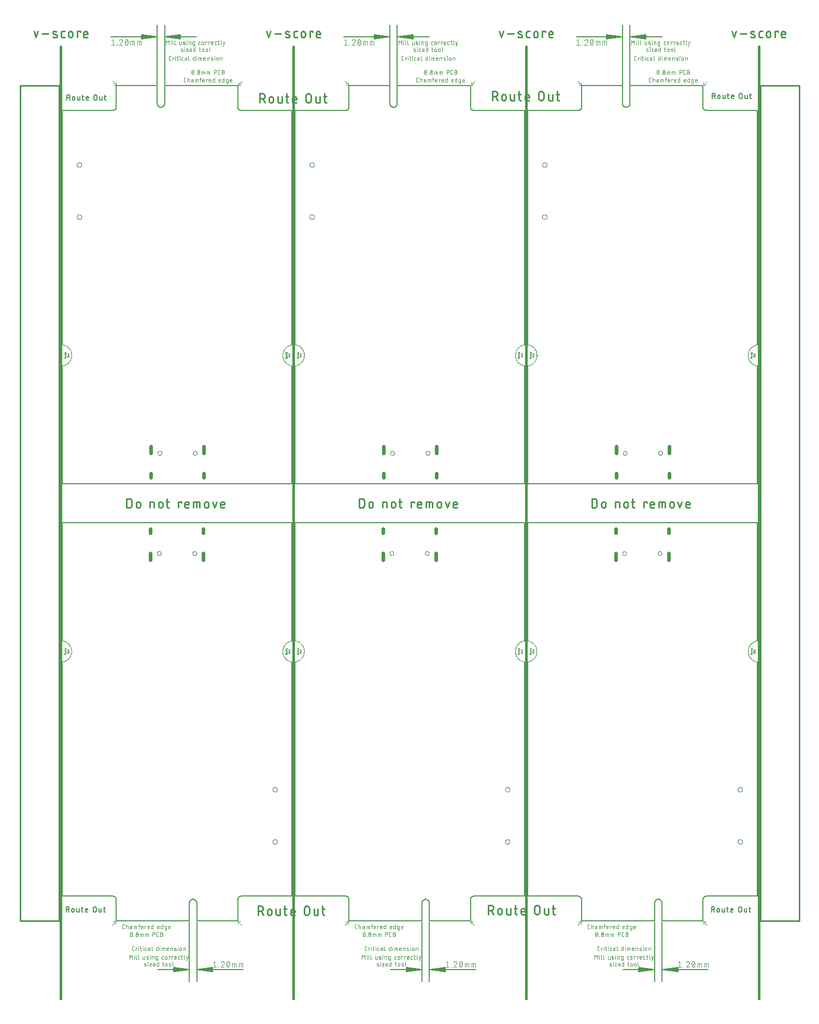
<source format=gko>
G04 EAGLE Gerber RS-274X export*
G75*
%MOMM*%
%FSLAX34Y34*%
%LPD*%
%IN*%
%IPPOS*%
%AMOC8*
5,1,8,0,0,1.08239X$1,22.5*%
G01*
%ADD10C,0.203200*%
%ADD11C,0.101600*%
%ADD12C,0.279400*%
%ADD13C,0.152400*%
%ADD14C,0.381000*%
%ADD15C,0.254000*%
%ADD16C,0.025400*%
%ADD17C,0.050000*%
%ADD18C,0.076200*%
%ADD19C,0.130000*%
%ADD20C,0.000000*%
%ADD21C,0.600000*%


D10*
X286710Y0D02*
X219710Y0D01*
X207710Y0D02*
X88210Y0D01*
X286710Y0D02*
X286710Y35000D01*
X286708Y35137D01*
X286710Y35274D01*
X286716Y35410D01*
X286726Y35547D01*
X286740Y35683D01*
X286758Y35818D01*
X286779Y35954D01*
X286804Y36088D01*
X286833Y36222D01*
X286866Y36355D01*
X286902Y36486D01*
X286942Y36617D01*
X286986Y36747D01*
X287033Y36875D01*
X287084Y37002D01*
X287138Y37128D01*
X287196Y37252D01*
X287257Y37374D01*
X287322Y37494D01*
X287390Y37613D01*
X287462Y37730D01*
X287536Y37844D01*
X287614Y37957D01*
X287695Y38067D01*
X287779Y38175D01*
X287866Y38280D01*
X287956Y38384D01*
X288049Y38484D01*
X288145Y38582D01*
X288243Y38677D01*
X288344Y38769D01*
X288448Y38859D01*
X288553Y38945D01*
X288662Y39029D01*
X288772Y39109D01*
X288885Y39187D01*
X289000Y39261D01*
X289117Y39332D01*
X289236Y39399D01*
X289357Y39463D01*
X289480Y39524D01*
X289604Y39581D01*
X289730Y39635D01*
X289857Y39686D01*
X289985Y39732D01*
X290115Y39775D01*
X290246Y39815D01*
X290378Y39850D01*
X290511Y39882D01*
X290645Y39911D01*
X290780Y39935D01*
X290915Y39956D01*
X291051Y39973D01*
X291187Y39986D01*
X291323Y39995D01*
X291460Y40000D01*
X374904Y40000D01*
X374904Y422656D01*
X374904Y457200D02*
X374904Y650000D01*
X0Y650000D01*
X0Y457200D01*
X0Y422910D02*
X0Y40000D01*
X88210Y35000D02*
X88210Y0D01*
X88210Y35000D02*
X88205Y35141D01*
X88196Y35282D01*
X88183Y35423D01*
X88166Y35563D01*
X88145Y35703D01*
X88120Y35842D01*
X88091Y35980D01*
X88059Y36118D01*
X88023Y36254D01*
X87983Y36390D01*
X87939Y36524D01*
X87892Y36657D01*
X87841Y36789D01*
X87787Y36920D01*
X87729Y37048D01*
X87667Y37175D01*
X87602Y37301D01*
X87533Y37424D01*
X87461Y37546D01*
X87386Y37666D01*
X87308Y37783D01*
X87226Y37898D01*
X87141Y38011D01*
X87053Y38122D01*
X86962Y38230D01*
X86868Y38335D01*
X86771Y38438D01*
X86672Y38539D01*
X86569Y38636D01*
X86464Y38731D01*
X86357Y38822D01*
X86247Y38911D01*
X86134Y38997D01*
X86020Y39079D01*
X85903Y39158D01*
X85784Y39234D01*
X85663Y39307D01*
X85539Y39376D01*
X85415Y39442D01*
X85288Y39505D01*
X85159Y39564D01*
X85029Y39619D01*
X84898Y39671D01*
X84765Y39719D01*
X84631Y39763D01*
X84496Y39804D01*
X84359Y39841D01*
X84222Y39874D01*
X84084Y39904D01*
X83945Y39929D01*
X83805Y39951D01*
X83665Y39969D01*
X83525Y39983D01*
X83384Y39993D01*
X83243Y40000D01*
X83101Y40002D01*
X82960Y40000D01*
X0Y40000D01*
X219710Y29000D02*
X219710Y0D01*
X207710Y0D02*
X207710Y29000D01*
X207712Y29153D01*
X207718Y29306D01*
X207727Y29459D01*
X207741Y29612D01*
X207758Y29764D01*
X207780Y29916D01*
X207805Y30067D01*
X207834Y30218D01*
X207867Y30368D01*
X207904Y30517D01*
X207944Y30665D01*
X207988Y30811D01*
X208036Y30957D01*
X208088Y31101D01*
X208144Y31244D01*
X208203Y31386D01*
X208265Y31526D01*
X208331Y31664D01*
X208401Y31801D01*
X208474Y31935D01*
X208551Y32068D01*
X208631Y32199D01*
X208714Y32328D01*
X208801Y32454D01*
X208890Y32579D01*
X208983Y32701D01*
X209079Y32820D01*
X209178Y32937D01*
X209280Y33052D01*
X209385Y33164D01*
X209493Y33273D01*
X209603Y33379D01*
X209716Y33483D01*
X209832Y33583D01*
X209950Y33681D01*
X210071Y33775D01*
X210194Y33867D01*
X210319Y33955D01*
X210447Y34040D01*
X210577Y34122D01*
X210708Y34200D01*
X210842Y34275D01*
X210978Y34347D01*
X211115Y34415D01*
X211254Y34479D01*
X211395Y34540D01*
X211537Y34598D01*
X211681Y34651D01*
X211826Y34701D01*
X211972Y34748D01*
X212119Y34790D01*
X212268Y34829D01*
X212417Y34864D01*
X212567Y34895D01*
X212718Y34922D01*
X212869Y34946D01*
X213022Y34965D01*
X213174Y34981D01*
X213327Y34993D01*
X213480Y35001D01*
X213633Y35005D01*
X213787Y35005D01*
X213940Y35001D01*
X214093Y34993D01*
X214246Y34981D01*
X214398Y34965D01*
X214551Y34946D01*
X214702Y34922D01*
X214853Y34895D01*
X215003Y34864D01*
X215152Y34829D01*
X215301Y34790D01*
X215448Y34748D01*
X215594Y34701D01*
X215739Y34651D01*
X215883Y34598D01*
X216025Y34540D01*
X216166Y34479D01*
X216305Y34415D01*
X216442Y34347D01*
X216578Y34275D01*
X216712Y34200D01*
X216843Y34122D01*
X216973Y34040D01*
X217101Y33955D01*
X217226Y33867D01*
X217349Y33775D01*
X217470Y33681D01*
X217588Y33583D01*
X217704Y33483D01*
X217817Y33379D01*
X217927Y33273D01*
X218035Y33164D01*
X218140Y33052D01*
X218242Y32937D01*
X218341Y32820D01*
X218437Y32701D01*
X218530Y32579D01*
X218619Y32454D01*
X218706Y32328D01*
X218789Y32199D01*
X218869Y32068D01*
X218946Y31935D01*
X219019Y31801D01*
X219089Y31664D01*
X219155Y31526D01*
X219217Y31386D01*
X219276Y31244D01*
X219332Y31101D01*
X219384Y30957D01*
X219432Y30811D01*
X219476Y30665D01*
X219516Y30517D01*
X219553Y30368D01*
X219586Y30218D01*
X219615Y30067D01*
X219640Y29916D01*
X219662Y29764D01*
X219679Y29612D01*
X219693Y29459D01*
X219702Y29306D01*
X219708Y29153D01*
X219710Y29000D01*
D11*
X0Y422910D02*
X418Y422970D01*
X834Y423040D01*
X1248Y423121D01*
X1660Y423212D01*
X2070Y423312D01*
X2478Y423423D01*
X2882Y423543D01*
X3283Y423674D01*
X3682Y423814D01*
X4076Y423963D01*
X4467Y424123D01*
X4854Y424292D01*
X5236Y424470D01*
X5614Y424657D01*
X5988Y424854D01*
X6356Y425060D01*
X6720Y425274D01*
X7078Y425498D01*
X7430Y425730D01*
X7777Y425971D01*
X8117Y426220D01*
X8452Y426477D01*
X8780Y426742D01*
X9102Y427016D01*
X9417Y427297D01*
X9724Y427585D01*
X10025Y427881D01*
X10319Y428185D01*
X10604Y428495D01*
X10883Y428812D01*
X11153Y429136D01*
X11416Y429467D01*
X11670Y429804D01*
X11916Y430147D01*
X12153Y430495D01*
X12382Y430850D01*
X12603Y431210D01*
X12814Y431575D01*
X13017Y431945D01*
X13210Y432321D01*
X13394Y432700D01*
X13569Y433084D01*
X13734Y433473D01*
X13890Y433865D01*
X14036Y434261D01*
X14173Y434660D01*
X14300Y435063D01*
X14417Y435468D01*
X14524Y435876D01*
X14621Y436287D01*
X14707Y436700D01*
X14784Y437115D01*
X14851Y437532D01*
X14907Y437950D01*
X14954Y438370D01*
X14990Y438790D01*
X15015Y439211D01*
X15031Y439633D01*
X15036Y440055D01*
X15031Y440477D01*
X15015Y440899D01*
X14990Y441320D01*
X14954Y441740D01*
X14907Y442160D01*
X14851Y442578D01*
X14784Y442995D01*
X14707Y443410D01*
X14621Y443823D01*
X14524Y444234D01*
X14417Y444642D01*
X14300Y445047D01*
X14173Y445450D01*
X14036Y445849D01*
X13890Y446245D01*
X13734Y446637D01*
X13569Y447026D01*
X13394Y447410D01*
X13210Y447789D01*
X13017Y448165D01*
X12814Y448535D01*
X12603Y448900D01*
X12382Y449260D01*
X12153Y449615D01*
X11916Y449963D01*
X11670Y450306D01*
X11416Y450643D01*
X11153Y450974D01*
X10883Y451298D01*
X10604Y451615D01*
X10319Y451925D01*
X10025Y452229D01*
X9724Y452525D01*
X9417Y452813D01*
X9102Y453094D01*
X8780Y453368D01*
X8452Y453633D01*
X8117Y453890D01*
X7777Y454139D01*
X7430Y454380D01*
X7078Y454612D01*
X6720Y454836D01*
X6356Y455050D01*
X5988Y455256D01*
X5614Y455453D01*
X5236Y455640D01*
X4854Y455818D01*
X4467Y455987D01*
X4076Y456147D01*
X3682Y456296D01*
X3283Y456436D01*
X2882Y456567D01*
X2478Y456687D01*
X2070Y456798D01*
X1660Y456898D01*
X1248Y456989D01*
X834Y457070D01*
X418Y457140D01*
X0Y457200D01*
X374904Y457200D02*
X374483Y457139D01*
X374064Y457068D01*
X373647Y456987D01*
X373232Y456896D01*
X372819Y456795D01*
X372408Y456683D01*
X372001Y456562D01*
X371597Y456431D01*
X371195Y456290D01*
X370798Y456139D01*
X370404Y455978D01*
X370015Y455808D01*
X369629Y455629D01*
X369248Y455440D01*
X368872Y455242D01*
X368501Y455034D01*
X368135Y454818D01*
X367774Y454593D01*
X367419Y454359D01*
X367070Y454117D01*
X366727Y453866D01*
X366390Y453607D01*
X366059Y453339D01*
X365735Y453064D01*
X365418Y452781D01*
X365108Y452490D01*
X364805Y452192D01*
X364509Y451886D01*
X364221Y451573D01*
X363941Y451254D01*
X363669Y450927D01*
X363404Y450594D01*
X363148Y450255D01*
X362900Y449910D01*
X362661Y449558D01*
X362430Y449201D01*
X362208Y448839D01*
X361995Y448471D01*
X361791Y448098D01*
X361597Y447720D01*
X361411Y447337D01*
X361235Y446950D01*
X361068Y446559D01*
X360911Y446164D01*
X360764Y445765D01*
X360626Y445363D01*
X360499Y444957D01*
X360381Y444549D01*
X360273Y444138D01*
X360176Y443724D01*
X360088Y443308D01*
X360011Y442890D01*
X359943Y442470D01*
X359887Y442049D01*
X359840Y441626D01*
X359804Y441202D01*
X359778Y440778D01*
X359762Y440353D01*
X359757Y439928D01*
X359762Y439503D01*
X359778Y439078D01*
X359804Y438654D01*
X359840Y438230D01*
X359887Y437807D01*
X359943Y437386D01*
X360011Y436966D01*
X360088Y436548D01*
X360176Y436132D01*
X360273Y435718D01*
X360381Y435307D01*
X360499Y434899D01*
X360626Y434493D01*
X360764Y434091D01*
X360911Y433692D01*
X361068Y433297D01*
X361235Y432906D01*
X361411Y432519D01*
X361597Y432136D01*
X361791Y431758D01*
X361995Y431385D01*
X362208Y431017D01*
X362430Y430655D01*
X362661Y430298D01*
X362900Y429946D01*
X363148Y429601D01*
X363404Y429262D01*
X363669Y428929D01*
X363941Y428602D01*
X364221Y428283D01*
X364509Y427970D01*
X364805Y427664D01*
X365108Y427366D01*
X365418Y427075D01*
X365735Y426792D01*
X366059Y426517D01*
X366390Y426249D01*
X366727Y425990D01*
X367070Y425739D01*
X367419Y425497D01*
X367774Y425263D01*
X368135Y425038D01*
X368501Y424822D01*
X368872Y424614D01*
X369248Y424416D01*
X369629Y424227D01*
X370015Y424048D01*
X370404Y423878D01*
X370798Y423717D01*
X371195Y423566D01*
X371597Y423425D01*
X372001Y423294D01*
X372408Y423173D01*
X372819Y423061D01*
X373232Y422960D01*
X373647Y422869D01*
X374064Y422788D01*
X374483Y422717D01*
X374904Y422656D01*
D12*
X319646Y24003D02*
X319646Y9017D01*
X319646Y24003D02*
X323809Y24003D01*
X323937Y24001D01*
X324065Y23995D01*
X324193Y23985D01*
X324321Y23971D01*
X324448Y23954D01*
X324574Y23932D01*
X324700Y23907D01*
X324824Y23877D01*
X324948Y23844D01*
X325071Y23807D01*
X325193Y23766D01*
X325313Y23722D01*
X325432Y23674D01*
X325549Y23622D01*
X325665Y23567D01*
X325778Y23508D01*
X325891Y23445D01*
X326001Y23379D01*
X326108Y23310D01*
X326214Y23238D01*
X326318Y23162D01*
X326419Y23083D01*
X326518Y23001D01*
X326614Y22916D01*
X326707Y22829D01*
X326798Y22738D01*
X326885Y22645D01*
X326970Y22549D01*
X327052Y22450D01*
X327131Y22349D01*
X327207Y22245D01*
X327279Y22139D01*
X327348Y22032D01*
X327414Y21921D01*
X327477Y21809D01*
X327536Y21696D01*
X327591Y21580D01*
X327643Y21463D01*
X327691Y21344D01*
X327735Y21224D01*
X327776Y21102D01*
X327813Y20979D01*
X327846Y20855D01*
X327876Y20731D01*
X327901Y20605D01*
X327923Y20479D01*
X327940Y20352D01*
X327954Y20224D01*
X327964Y20096D01*
X327970Y19968D01*
X327972Y19840D01*
X327970Y19712D01*
X327964Y19584D01*
X327954Y19456D01*
X327940Y19328D01*
X327923Y19201D01*
X327901Y19075D01*
X327876Y18949D01*
X327846Y18825D01*
X327813Y18701D01*
X327776Y18578D01*
X327735Y18456D01*
X327691Y18336D01*
X327643Y18217D01*
X327591Y18100D01*
X327536Y17984D01*
X327477Y17871D01*
X327414Y17758D01*
X327348Y17648D01*
X327279Y17541D01*
X327207Y17435D01*
X327131Y17331D01*
X327052Y17230D01*
X326970Y17131D01*
X326885Y17035D01*
X326798Y16942D01*
X326707Y16851D01*
X326614Y16764D01*
X326518Y16679D01*
X326419Y16597D01*
X326318Y16518D01*
X326214Y16442D01*
X326108Y16370D01*
X326001Y16301D01*
X325891Y16235D01*
X325778Y16172D01*
X325665Y16113D01*
X325549Y16058D01*
X325432Y16006D01*
X325313Y15958D01*
X325193Y15914D01*
X325071Y15873D01*
X324948Y15836D01*
X324824Y15803D01*
X324700Y15773D01*
X324574Y15748D01*
X324448Y15726D01*
X324321Y15709D01*
X324193Y15695D01*
X324065Y15685D01*
X323937Y15679D01*
X323809Y15677D01*
X319646Y15677D01*
X324641Y15677D02*
X327971Y9017D01*
X334930Y12347D02*
X334930Y15677D01*
X334932Y15791D01*
X334938Y15904D01*
X334947Y16018D01*
X334961Y16130D01*
X334978Y16243D01*
X335000Y16355D01*
X335025Y16465D01*
X335053Y16575D01*
X335086Y16684D01*
X335122Y16792D01*
X335162Y16899D01*
X335206Y17004D01*
X335253Y17107D01*
X335303Y17209D01*
X335357Y17309D01*
X335415Y17407D01*
X335476Y17503D01*
X335539Y17597D01*
X335607Y17689D01*
X335677Y17779D01*
X335750Y17865D01*
X335826Y17950D01*
X335905Y18032D01*
X335987Y18111D01*
X336072Y18187D01*
X336158Y18260D01*
X336248Y18330D01*
X336340Y18398D01*
X336434Y18461D01*
X336530Y18522D01*
X336628Y18580D01*
X336728Y18634D01*
X336830Y18684D01*
X336933Y18731D01*
X337038Y18775D01*
X337145Y18815D01*
X337253Y18851D01*
X337362Y18884D01*
X337472Y18912D01*
X337582Y18937D01*
X337694Y18959D01*
X337807Y18976D01*
X337919Y18990D01*
X338033Y18999D01*
X338146Y19005D01*
X338260Y19007D01*
X338374Y19005D01*
X338487Y18999D01*
X338601Y18990D01*
X338713Y18976D01*
X338826Y18959D01*
X338938Y18937D01*
X339048Y18912D01*
X339158Y18884D01*
X339267Y18851D01*
X339375Y18815D01*
X339482Y18775D01*
X339587Y18731D01*
X339690Y18684D01*
X339792Y18634D01*
X339892Y18580D01*
X339990Y18522D01*
X340086Y18461D01*
X340180Y18398D01*
X340272Y18330D01*
X340362Y18260D01*
X340448Y18187D01*
X340533Y18111D01*
X340615Y18032D01*
X340694Y17950D01*
X340770Y17865D01*
X340843Y17779D01*
X340913Y17689D01*
X340981Y17597D01*
X341044Y17503D01*
X341105Y17407D01*
X341163Y17309D01*
X341217Y17209D01*
X341267Y17107D01*
X341314Y17004D01*
X341358Y16899D01*
X341398Y16792D01*
X341434Y16684D01*
X341467Y16575D01*
X341495Y16465D01*
X341520Y16355D01*
X341542Y16243D01*
X341559Y16130D01*
X341573Y16018D01*
X341582Y15904D01*
X341588Y15791D01*
X341590Y15677D01*
X341590Y12347D01*
X341588Y12233D01*
X341582Y12120D01*
X341573Y12006D01*
X341559Y11894D01*
X341542Y11781D01*
X341520Y11669D01*
X341495Y11559D01*
X341467Y11449D01*
X341434Y11340D01*
X341398Y11232D01*
X341358Y11125D01*
X341314Y11020D01*
X341267Y10917D01*
X341217Y10815D01*
X341163Y10715D01*
X341105Y10617D01*
X341044Y10521D01*
X340981Y10427D01*
X340913Y10335D01*
X340843Y10245D01*
X340770Y10159D01*
X340694Y10074D01*
X340615Y9992D01*
X340533Y9913D01*
X340448Y9837D01*
X340362Y9764D01*
X340272Y9694D01*
X340180Y9626D01*
X340086Y9563D01*
X339990Y9502D01*
X339892Y9444D01*
X339792Y9390D01*
X339690Y9340D01*
X339587Y9293D01*
X339482Y9249D01*
X339375Y9209D01*
X339267Y9173D01*
X339158Y9140D01*
X339048Y9112D01*
X338938Y9087D01*
X338826Y9065D01*
X338713Y9048D01*
X338601Y9034D01*
X338487Y9025D01*
X338374Y9019D01*
X338260Y9017D01*
X338146Y9019D01*
X338033Y9025D01*
X337919Y9034D01*
X337807Y9048D01*
X337694Y9065D01*
X337582Y9087D01*
X337472Y9112D01*
X337362Y9140D01*
X337253Y9173D01*
X337145Y9209D01*
X337038Y9249D01*
X336933Y9293D01*
X336830Y9340D01*
X336728Y9390D01*
X336628Y9444D01*
X336530Y9502D01*
X336434Y9563D01*
X336340Y9626D01*
X336248Y9694D01*
X336158Y9764D01*
X336072Y9837D01*
X335987Y9913D01*
X335905Y9992D01*
X335826Y10074D01*
X335750Y10159D01*
X335677Y10245D01*
X335607Y10335D01*
X335539Y10427D01*
X335476Y10521D01*
X335415Y10617D01*
X335357Y10715D01*
X335303Y10815D01*
X335253Y10917D01*
X335206Y11020D01*
X335162Y11125D01*
X335122Y11232D01*
X335086Y11340D01*
X335053Y11449D01*
X335025Y11559D01*
X335000Y11669D01*
X334978Y11781D01*
X334961Y11894D01*
X334947Y12006D01*
X334938Y12120D01*
X334932Y12233D01*
X334930Y12347D01*
X348998Y11515D02*
X348998Y19008D01*
X348997Y11515D02*
X348999Y11417D01*
X349005Y11319D01*
X349014Y11221D01*
X349028Y11124D01*
X349045Y11028D01*
X349066Y10932D01*
X349091Y10837D01*
X349119Y10743D01*
X349151Y10650D01*
X349187Y10559D01*
X349226Y10469D01*
X349269Y10381D01*
X349316Y10294D01*
X349365Y10210D01*
X349418Y10127D01*
X349474Y10047D01*
X349533Y9969D01*
X349596Y9893D01*
X349661Y9819D01*
X349729Y9749D01*
X349799Y9681D01*
X349873Y9616D01*
X349949Y9553D01*
X350027Y9494D01*
X350107Y9438D01*
X350190Y9385D01*
X350274Y9336D01*
X350361Y9289D01*
X350449Y9246D01*
X350539Y9207D01*
X350630Y9171D01*
X350723Y9139D01*
X350817Y9111D01*
X350912Y9086D01*
X351008Y9065D01*
X351104Y9048D01*
X351201Y9034D01*
X351299Y9025D01*
X351397Y9019D01*
X351495Y9017D01*
X355658Y9017D01*
X355658Y19008D01*
X361639Y19008D02*
X366634Y19008D01*
X363304Y24003D02*
X363304Y11515D01*
X363306Y11417D01*
X363312Y11319D01*
X363321Y11221D01*
X363335Y11124D01*
X363352Y11028D01*
X363373Y10932D01*
X363398Y10837D01*
X363426Y10743D01*
X363458Y10650D01*
X363494Y10559D01*
X363533Y10469D01*
X363576Y10381D01*
X363623Y10294D01*
X363672Y10210D01*
X363725Y10127D01*
X363781Y10047D01*
X363840Y9969D01*
X363903Y9893D01*
X363968Y9819D01*
X364036Y9749D01*
X364106Y9681D01*
X364180Y9616D01*
X364256Y9553D01*
X364334Y9494D01*
X364414Y9438D01*
X364497Y9385D01*
X364581Y9336D01*
X364668Y9289D01*
X364756Y9246D01*
X364846Y9207D01*
X364937Y9171D01*
X365030Y9139D01*
X365124Y9111D01*
X365219Y9086D01*
X365315Y9065D01*
X365411Y9048D01*
X365508Y9034D01*
X365606Y9025D01*
X365704Y9019D01*
X365802Y9017D01*
X366634Y9017D01*
X375463Y9017D02*
X379626Y9017D01*
X375463Y9017D02*
X375365Y9019D01*
X375267Y9025D01*
X375169Y9034D01*
X375072Y9048D01*
X374976Y9065D01*
X374880Y9086D01*
X374785Y9111D01*
X374691Y9139D01*
X374598Y9171D01*
X374507Y9207D01*
X374417Y9246D01*
X374329Y9289D01*
X374242Y9336D01*
X374158Y9385D01*
X374075Y9438D01*
X373995Y9494D01*
X373917Y9553D01*
X373841Y9616D01*
X373767Y9681D01*
X373697Y9749D01*
X373629Y9819D01*
X373564Y9893D01*
X373501Y9969D01*
X373442Y10047D01*
X373386Y10127D01*
X373333Y10210D01*
X373284Y10294D01*
X373237Y10381D01*
X373194Y10469D01*
X373155Y10559D01*
X373119Y10650D01*
X373087Y10743D01*
X373059Y10837D01*
X373034Y10932D01*
X373013Y11028D01*
X372996Y11124D01*
X372982Y11221D01*
X372973Y11319D01*
X372967Y11417D01*
X372965Y11515D01*
X372966Y11515D02*
X372966Y15677D01*
X372968Y15791D01*
X372974Y15904D01*
X372983Y16018D01*
X372997Y16130D01*
X373014Y16243D01*
X373036Y16355D01*
X373061Y16465D01*
X373089Y16575D01*
X373122Y16684D01*
X373158Y16792D01*
X373198Y16899D01*
X373242Y17004D01*
X373289Y17107D01*
X373339Y17209D01*
X373393Y17309D01*
X373451Y17407D01*
X373512Y17503D01*
X373575Y17597D01*
X373643Y17689D01*
X373713Y17779D01*
X373786Y17865D01*
X373862Y17950D01*
X373941Y18032D01*
X374023Y18111D01*
X374108Y18187D01*
X374194Y18260D01*
X374284Y18330D01*
X374376Y18398D01*
X374470Y18461D01*
X374566Y18522D01*
X374664Y18580D01*
X374764Y18634D01*
X374866Y18684D01*
X374969Y18731D01*
X375074Y18775D01*
X375181Y18815D01*
X375289Y18851D01*
X375398Y18884D01*
X375508Y18912D01*
X375618Y18937D01*
X375730Y18959D01*
X375843Y18976D01*
X375955Y18990D01*
X376069Y18999D01*
X376182Y19005D01*
X376296Y19007D01*
X376410Y19005D01*
X376523Y18999D01*
X376637Y18990D01*
X376749Y18976D01*
X376862Y18959D01*
X376974Y18937D01*
X377084Y18912D01*
X377194Y18884D01*
X377303Y18851D01*
X377411Y18815D01*
X377518Y18775D01*
X377623Y18731D01*
X377726Y18684D01*
X377828Y18634D01*
X377928Y18580D01*
X378026Y18522D01*
X378122Y18461D01*
X378216Y18398D01*
X378308Y18330D01*
X378398Y18260D01*
X378484Y18187D01*
X378569Y18111D01*
X378651Y18032D01*
X378730Y17950D01*
X378806Y17865D01*
X378879Y17779D01*
X378949Y17689D01*
X379017Y17597D01*
X379080Y17503D01*
X379141Y17407D01*
X379199Y17309D01*
X379253Y17209D01*
X379303Y17107D01*
X379350Y17004D01*
X379394Y16899D01*
X379434Y16792D01*
X379470Y16684D01*
X379503Y16575D01*
X379531Y16465D01*
X379556Y16355D01*
X379578Y16243D01*
X379595Y16130D01*
X379609Y16018D01*
X379618Y15904D01*
X379624Y15791D01*
X379626Y15677D01*
X379626Y14012D01*
X372966Y14012D01*
X395059Y13180D02*
X395059Y19840D01*
X395061Y19968D01*
X395067Y20096D01*
X395077Y20224D01*
X395091Y20352D01*
X395108Y20479D01*
X395130Y20605D01*
X395155Y20731D01*
X395185Y20855D01*
X395218Y20979D01*
X395255Y21102D01*
X395296Y21224D01*
X395340Y21344D01*
X395388Y21463D01*
X395440Y21580D01*
X395495Y21696D01*
X395554Y21809D01*
X395617Y21922D01*
X395683Y22032D01*
X395752Y22139D01*
X395824Y22245D01*
X395900Y22349D01*
X395979Y22450D01*
X396061Y22549D01*
X396146Y22645D01*
X396233Y22738D01*
X396324Y22829D01*
X396417Y22916D01*
X396513Y23001D01*
X396612Y23083D01*
X396713Y23162D01*
X396817Y23238D01*
X396923Y23310D01*
X397030Y23379D01*
X397141Y23445D01*
X397253Y23508D01*
X397366Y23567D01*
X397482Y23622D01*
X397599Y23674D01*
X397718Y23722D01*
X397838Y23766D01*
X397960Y23807D01*
X398083Y23844D01*
X398207Y23877D01*
X398331Y23907D01*
X398457Y23932D01*
X398583Y23954D01*
X398710Y23971D01*
X398838Y23985D01*
X398966Y23995D01*
X399094Y24001D01*
X399222Y24003D01*
X399350Y24001D01*
X399478Y23995D01*
X399606Y23985D01*
X399734Y23971D01*
X399861Y23954D01*
X399987Y23932D01*
X400113Y23907D01*
X400237Y23877D01*
X400361Y23844D01*
X400484Y23807D01*
X400606Y23766D01*
X400726Y23722D01*
X400845Y23674D01*
X400962Y23622D01*
X401078Y23567D01*
X401191Y23508D01*
X401304Y23445D01*
X401414Y23379D01*
X401521Y23310D01*
X401627Y23238D01*
X401731Y23162D01*
X401832Y23083D01*
X401931Y23001D01*
X402027Y22916D01*
X402120Y22829D01*
X402211Y22738D01*
X402298Y22645D01*
X402383Y22549D01*
X402465Y22450D01*
X402544Y22349D01*
X402620Y22245D01*
X402692Y22139D01*
X402761Y22032D01*
X402827Y21922D01*
X402890Y21809D01*
X402949Y21696D01*
X403004Y21580D01*
X403056Y21463D01*
X403104Y21344D01*
X403148Y21224D01*
X403189Y21102D01*
X403226Y20979D01*
X403259Y20855D01*
X403289Y20731D01*
X403314Y20605D01*
X403336Y20479D01*
X403353Y20352D01*
X403367Y20224D01*
X403377Y20096D01*
X403383Y19968D01*
X403385Y19840D01*
X403384Y19840D02*
X403384Y13180D01*
X403385Y13180D02*
X403383Y13052D01*
X403377Y12924D01*
X403367Y12796D01*
X403353Y12668D01*
X403336Y12541D01*
X403314Y12415D01*
X403289Y12289D01*
X403259Y12165D01*
X403226Y12041D01*
X403189Y11918D01*
X403148Y11796D01*
X403104Y11676D01*
X403056Y11557D01*
X403004Y11440D01*
X402949Y11324D01*
X402890Y11211D01*
X402827Y11098D01*
X402761Y10988D01*
X402692Y10881D01*
X402620Y10775D01*
X402544Y10671D01*
X402465Y10570D01*
X402383Y10471D01*
X402298Y10375D01*
X402211Y10282D01*
X402120Y10191D01*
X402027Y10104D01*
X401931Y10019D01*
X401832Y9937D01*
X401731Y9858D01*
X401627Y9782D01*
X401521Y9710D01*
X401414Y9641D01*
X401304Y9575D01*
X401191Y9512D01*
X401078Y9453D01*
X400962Y9398D01*
X400845Y9346D01*
X400726Y9298D01*
X400606Y9254D01*
X400484Y9213D01*
X400361Y9176D01*
X400237Y9143D01*
X400113Y9113D01*
X399987Y9088D01*
X399861Y9066D01*
X399734Y9049D01*
X399606Y9035D01*
X399478Y9025D01*
X399350Y9019D01*
X399222Y9017D01*
X399094Y9019D01*
X398966Y9025D01*
X398838Y9035D01*
X398710Y9049D01*
X398583Y9066D01*
X398457Y9088D01*
X398331Y9113D01*
X398207Y9143D01*
X398083Y9176D01*
X397960Y9213D01*
X397838Y9254D01*
X397718Y9298D01*
X397599Y9346D01*
X397482Y9398D01*
X397366Y9453D01*
X397253Y9512D01*
X397141Y9575D01*
X397030Y9641D01*
X396923Y9710D01*
X396817Y9782D01*
X396713Y9858D01*
X396612Y9937D01*
X396513Y10019D01*
X396417Y10104D01*
X396324Y10191D01*
X396233Y10282D01*
X396146Y10375D01*
X396061Y10471D01*
X395979Y10570D01*
X395900Y10671D01*
X395824Y10775D01*
X395752Y10881D01*
X395683Y10988D01*
X395617Y11099D01*
X395554Y11211D01*
X395495Y11324D01*
X395440Y11440D01*
X395388Y11557D01*
X395340Y11676D01*
X395296Y11796D01*
X395255Y11918D01*
X395218Y12041D01*
X395185Y12165D01*
X395155Y12289D01*
X395130Y12415D01*
X395108Y12541D01*
X395091Y12668D01*
X395077Y12796D01*
X395067Y12924D01*
X395061Y13052D01*
X395059Y13180D01*
X411001Y11515D02*
X411001Y19008D01*
X411001Y11515D02*
X411003Y11417D01*
X411009Y11319D01*
X411018Y11221D01*
X411032Y11124D01*
X411049Y11028D01*
X411070Y10932D01*
X411095Y10837D01*
X411123Y10743D01*
X411155Y10650D01*
X411191Y10559D01*
X411230Y10469D01*
X411273Y10381D01*
X411320Y10294D01*
X411369Y10210D01*
X411422Y10127D01*
X411478Y10047D01*
X411537Y9969D01*
X411600Y9893D01*
X411665Y9819D01*
X411733Y9749D01*
X411803Y9681D01*
X411877Y9616D01*
X411953Y9553D01*
X412031Y9494D01*
X412111Y9438D01*
X412194Y9385D01*
X412278Y9336D01*
X412365Y9289D01*
X412453Y9246D01*
X412543Y9207D01*
X412634Y9171D01*
X412727Y9139D01*
X412821Y9111D01*
X412916Y9086D01*
X413012Y9065D01*
X413108Y9048D01*
X413205Y9034D01*
X413303Y9025D01*
X413401Y9019D01*
X413499Y9017D01*
X417662Y9017D01*
X417662Y19008D01*
X423643Y19008D02*
X428638Y19008D01*
X425308Y24003D02*
X425308Y11515D01*
X425310Y11417D01*
X425316Y11319D01*
X425325Y11221D01*
X425339Y11124D01*
X425356Y11028D01*
X425377Y10932D01*
X425402Y10837D01*
X425430Y10743D01*
X425462Y10650D01*
X425498Y10559D01*
X425537Y10469D01*
X425580Y10381D01*
X425627Y10294D01*
X425676Y10210D01*
X425729Y10127D01*
X425785Y10047D01*
X425844Y9969D01*
X425907Y9893D01*
X425972Y9819D01*
X426040Y9749D01*
X426110Y9681D01*
X426184Y9616D01*
X426260Y9553D01*
X426338Y9494D01*
X426418Y9438D01*
X426501Y9385D01*
X426585Y9336D01*
X426672Y9289D01*
X426760Y9246D01*
X426850Y9207D01*
X426941Y9171D01*
X427034Y9139D01*
X427128Y9111D01*
X427223Y9086D01*
X427319Y9065D01*
X427415Y9048D01*
X427512Y9034D01*
X427610Y9025D01*
X427708Y9019D01*
X427806Y9017D01*
X428638Y9017D01*
D10*
X599694Y0D02*
X666694Y0D01*
X587694Y0D02*
X468194Y0D01*
X666694Y0D02*
X666694Y35000D01*
X666692Y35137D01*
X666694Y35274D01*
X666700Y35410D01*
X666710Y35547D01*
X666724Y35683D01*
X666742Y35818D01*
X666763Y35954D01*
X666788Y36088D01*
X666817Y36222D01*
X666850Y36355D01*
X666886Y36486D01*
X666926Y36617D01*
X666970Y36747D01*
X667017Y36875D01*
X667068Y37002D01*
X667122Y37128D01*
X667180Y37252D01*
X667241Y37374D01*
X667306Y37494D01*
X667374Y37613D01*
X667446Y37730D01*
X667520Y37844D01*
X667598Y37957D01*
X667679Y38067D01*
X667763Y38175D01*
X667850Y38280D01*
X667940Y38384D01*
X668033Y38484D01*
X668129Y38582D01*
X668227Y38677D01*
X668328Y38769D01*
X668432Y38859D01*
X668537Y38945D01*
X668646Y39029D01*
X668756Y39109D01*
X668869Y39187D01*
X668984Y39261D01*
X669101Y39332D01*
X669220Y39399D01*
X669341Y39463D01*
X669464Y39524D01*
X669588Y39581D01*
X669714Y39635D01*
X669841Y39686D01*
X669969Y39732D01*
X670099Y39775D01*
X670230Y39815D01*
X670362Y39850D01*
X670495Y39882D01*
X670629Y39911D01*
X670764Y39935D01*
X670899Y39956D01*
X671035Y39973D01*
X671171Y39986D01*
X671307Y39995D01*
X671444Y40000D01*
X754888Y40000D01*
X754888Y422656D01*
X754888Y457200D02*
X754888Y650000D01*
X379984Y650000D01*
X379984Y457200D01*
X379984Y422910D02*
X379984Y40000D01*
X468194Y35000D02*
X468194Y0D01*
X468194Y35000D02*
X468189Y35141D01*
X468180Y35282D01*
X468167Y35423D01*
X468150Y35563D01*
X468129Y35703D01*
X468104Y35842D01*
X468075Y35980D01*
X468043Y36118D01*
X468007Y36254D01*
X467967Y36390D01*
X467923Y36524D01*
X467876Y36657D01*
X467825Y36789D01*
X467771Y36920D01*
X467713Y37048D01*
X467651Y37175D01*
X467586Y37301D01*
X467517Y37424D01*
X467445Y37546D01*
X467370Y37666D01*
X467292Y37783D01*
X467210Y37898D01*
X467125Y38011D01*
X467037Y38122D01*
X466946Y38230D01*
X466852Y38335D01*
X466755Y38438D01*
X466656Y38539D01*
X466553Y38636D01*
X466448Y38731D01*
X466341Y38822D01*
X466231Y38911D01*
X466118Y38997D01*
X466004Y39079D01*
X465887Y39158D01*
X465768Y39234D01*
X465647Y39307D01*
X465523Y39376D01*
X465399Y39442D01*
X465272Y39505D01*
X465143Y39564D01*
X465013Y39619D01*
X464882Y39671D01*
X464749Y39719D01*
X464615Y39763D01*
X464480Y39804D01*
X464343Y39841D01*
X464206Y39874D01*
X464068Y39904D01*
X463929Y39929D01*
X463789Y39951D01*
X463649Y39969D01*
X463509Y39983D01*
X463368Y39993D01*
X463227Y40000D01*
X463085Y40002D01*
X462944Y40000D01*
X379984Y40000D01*
X599694Y29000D02*
X599694Y0D01*
X587694Y0D02*
X587694Y29000D01*
X587696Y29153D01*
X587702Y29306D01*
X587711Y29459D01*
X587725Y29612D01*
X587742Y29764D01*
X587764Y29916D01*
X587789Y30067D01*
X587818Y30218D01*
X587851Y30368D01*
X587888Y30517D01*
X587928Y30665D01*
X587972Y30811D01*
X588020Y30957D01*
X588072Y31101D01*
X588128Y31244D01*
X588187Y31386D01*
X588249Y31526D01*
X588315Y31664D01*
X588385Y31801D01*
X588458Y31935D01*
X588535Y32068D01*
X588615Y32199D01*
X588698Y32328D01*
X588785Y32454D01*
X588874Y32579D01*
X588967Y32701D01*
X589063Y32820D01*
X589162Y32937D01*
X589264Y33052D01*
X589369Y33164D01*
X589477Y33273D01*
X589587Y33379D01*
X589700Y33483D01*
X589816Y33583D01*
X589934Y33681D01*
X590055Y33775D01*
X590178Y33867D01*
X590303Y33955D01*
X590431Y34040D01*
X590561Y34122D01*
X590692Y34200D01*
X590826Y34275D01*
X590962Y34347D01*
X591099Y34415D01*
X591238Y34479D01*
X591379Y34540D01*
X591521Y34598D01*
X591665Y34651D01*
X591810Y34701D01*
X591956Y34748D01*
X592103Y34790D01*
X592252Y34829D01*
X592401Y34864D01*
X592551Y34895D01*
X592702Y34922D01*
X592853Y34946D01*
X593006Y34965D01*
X593158Y34981D01*
X593311Y34993D01*
X593464Y35001D01*
X593617Y35005D01*
X593771Y35005D01*
X593924Y35001D01*
X594077Y34993D01*
X594230Y34981D01*
X594382Y34965D01*
X594535Y34946D01*
X594686Y34922D01*
X594837Y34895D01*
X594987Y34864D01*
X595136Y34829D01*
X595285Y34790D01*
X595432Y34748D01*
X595578Y34701D01*
X595723Y34651D01*
X595867Y34598D01*
X596009Y34540D01*
X596150Y34479D01*
X596289Y34415D01*
X596426Y34347D01*
X596562Y34275D01*
X596696Y34200D01*
X596827Y34122D01*
X596957Y34040D01*
X597085Y33955D01*
X597210Y33867D01*
X597333Y33775D01*
X597454Y33681D01*
X597572Y33583D01*
X597688Y33483D01*
X597801Y33379D01*
X597911Y33273D01*
X598019Y33164D01*
X598124Y33052D01*
X598226Y32937D01*
X598325Y32820D01*
X598421Y32701D01*
X598514Y32579D01*
X598603Y32454D01*
X598690Y32328D01*
X598773Y32199D01*
X598853Y32068D01*
X598930Y31935D01*
X599003Y31801D01*
X599073Y31664D01*
X599139Y31526D01*
X599201Y31386D01*
X599260Y31244D01*
X599316Y31101D01*
X599368Y30957D01*
X599416Y30811D01*
X599460Y30665D01*
X599500Y30517D01*
X599537Y30368D01*
X599570Y30218D01*
X599599Y30067D01*
X599624Y29916D01*
X599646Y29764D01*
X599663Y29612D01*
X599677Y29459D01*
X599686Y29306D01*
X599692Y29153D01*
X599694Y29000D01*
D11*
X379984Y422910D02*
X380402Y422970D01*
X380818Y423040D01*
X381232Y423121D01*
X381644Y423212D01*
X382054Y423312D01*
X382462Y423423D01*
X382866Y423543D01*
X383267Y423674D01*
X383666Y423814D01*
X384060Y423963D01*
X384451Y424123D01*
X384838Y424292D01*
X385220Y424470D01*
X385598Y424657D01*
X385972Y424854D01*
X386340Y425060D01*
X386704Y425274D01*
X387062Y425498D01*
X387414Y425730D01*
X387761Y425971D01*
X388101Y426220D01*
X388436Y426477D01*
X388764Y426742D01*
X389086Y427016D01*
X389401Y427297D01*
X389708Y427585D01*
X390009Y427881D01*
X390303Y428185D01*
X390588Y428495D01*
X390867Y428812D01*
X391137Y429136D01*
X391400Y429467D01*
X391654Y429804D01*
X391900Y430147D01*
X392137Y430495D01*
X392366Y430850D01*
X392587Y431210D01*
X392798Y431575D01*
X393001Y431945D01*
X393194Y432321D01*
X393378Y432700D01*
X393553Y433084D01*
X393718Y433473D01*
X393874Y433865D01*
X394020Y434261D01*
X394157Y434660D01*
X394284Y435063D01*
X394401Y435468D01*
X394508Y435876D01*
X394605Y436287D01*
X394691Y436700D01*
X394768Y437115D01*
X394835Y437532D01*
X394891Y437950D01*
X394938Y438370D01*
X394974Y438790D01*
X394999Y439211D01*
X395015Y439633D01*
X395020Y440055D01*
X395015Y440477D01*
X394999Y440899D01*
X394974Y441320D01*
X394938Y441740D01*
X394891Y442160D01*
X394835Y442578D01*
X394768Y442995D01*
X394691Y443410D01*
X394605Y443823D01*
X394508Y444234D01*
X394401Y444642D01*
X394284Y445047D01*
X394157Y445450D01*
X394020Y445849D01*
X393874Y446245D01*
X393718Y446637D01*
X393553Y447026D01*
X393378Y447410D01*
X393194Y447789D01*
X393001Y448165D01*
X392798Y448535D01*
X392587Y448900D01*
X392366Y449260D01*
X392137Y449615D01*
X391900Y449963D01*
X391654Y450306D01*
X391400Y450643D01*
X391137Y450974D01*
X390867Y451298D01*
X390588Y451615D01*
X390303Y451925D01*
X390009Y452229D01*
X389708Y452525D01*
X389401Y452813D01*
X389086Y453094D01*
X388764Y453368D01*
X388436Y453633D01*
X388101Y453890D01*
X387761Y454139D01*
X387414Y454380D01*
X387062Y454612D01*
X386704Y454836D01*
X386340Y455050D01*
X385972Y455256D01*
X385598Y455453D01*
X385220Y455640D01*
X384838Y455818D01*
X384451Y455987D01*
X384060Y456147D01*
X383666Y456296D01*
X383267Y456436D01*
X382866Y456567D01*
X382462Y456687D01*
X382054Y456798D01*
X381644Y456898D01*
X381232Y456989D01*
X380818Y457070D01*
X380402Y457140D01*
X379984Y457200D01*
X754888Y457200D02*
X754467Y457139D01*
X754048Y457068D01*
X753631Y456987D01*
X753216Y456896D01*
X752803Y456795D01*
X752392Y456683D01*
X751985Y456562D01*
X751581Y456431D01*
X751179Y456290D01*
X750782Y456139D01*
X750388Y455978D01*
X749999Y455808D01*
X749613Y455629D01*
X749232Y455440D01*
X748856Y455242D01*
X748485Y455034D01*
X748119Y454818D01*
X747758Y454593D01*
X747403Y454359D01*
X747054Y454117D01*
X746711Y453866D01*
X746374Y453607D01*
X746043Y453339D01*
X745719Y453064D01*
X745402Y452781D01*
X745092Y452490D01*
X744789Y452192D01*
X744493Y451886D01*
X744205Y451573D01*
X743925Y451254D01*
X743653Y450927D01*
X743388Y450594D01*
X743132Y450255D01*
X742884Y449910D01*
X742645Y449558D01*
X742414Y449201D01*
X742192Y448839D01*
X741979Y448471D01*
X741775Y448098D01*
X741581Y447720D01*
X741395Y447337D01*
X741219Y446950D01*
X741052Y446559D01*
X740895Y446164D01*
X740748Y445765D01*
X740610Y445363D01*
X740483Y444957D01*
X740365Y444549D01*
X740257Y444138D01*
X740160Y443724D01*
X740072Y443308D01*
X739995Y442890D01*
X739927Y442470D01*
X739871Y442049D01*
X739824Y441626D01*
X739788Y441202D01*
X739762Y440778D01*
X739746Y440353D01*
X739741Y439928D01*
X739746Y439503D01*
X739762Y439078D01*
X739788Y438654D01*
X739824Y438230D01*
X739871Y437807D01*
X739927Y437386D01*
X739995Y436966D01*
X740072Y436548D01*
X740160Y436132D01*
X740257Y435718D01*
X740365Y435307D01*
X740483Y434899D01*
X740610Y434493D01*
X740748Y434091D01*
X740895Y433692D01*
X741052Y433297D01*
X741219Y432906D01*
X741395Y432519D01*
X741581Y432136D01*
X741775Y431758D01*
X741979Y431385D01*
X742192Y431017D01*
X742414Y430655D01*
X742645Y430298D01*
X742884Y429946D01*
X743132Y429601D01*
X743388Y429262D01*
X743653Y428929D01*
X743925Y428602D01*
X744205Y428283D01*
X744493Y427970D01*
X744789Y427664D01*
X745092Y427366D01*
X745402Y427075D01*
X745719Y426792D01*
X746043Y426517D01*
X746374Y426249D01*
X746711Y425990D01*
X747054Y425739D01*
X747403Y425497D01*
X747758Y425263D01*
X748119Y425038D01*
X748485Y424822D01*
X748856Y424614D01*
X749232Y424416D01*
X749613Y424227D01*
X749999Y424048D01*
X750388Y423878D01*
X750782Y423717D01*
X751179Y423566D01*
X751581Y423425D01*
X751985Y423294D01*
X752392Y423173D01*
X752803Y423061D01*
X753216Y422960D01*
X753631Y422869D01*
X754048Y422788D01*
X754467Y422717D01*
X754888Y422656D01*
D12*
X695820Y25273D02*
X695820Y10287D01*
X695820Y25273D02*
X699983Y25273D01*
X700111Y25271D01*
X700239Y25265D01*
X700367Y25255D01*
X700495Y25241D01*
X700622Y25224D01*
X700748Y25202D01*
X700874Y25177D01*
X700998Y25147D01*
X701122Y25114D01*
X701245Y25077D01*
X701367Y25036D01*
X701487Y24992D01*
X701606Y24944D01*
X701723Y24892D01*
X701839Y24837D01*
X701952Y24778D01*
X702065Y24715D01*
X702175Y24649D01*
X702282Y24580D01*
X702388Y24508D01*
X702492Y24432D01*
X702593Y24353D01*
X702692Y24271D01*
X702788Y24186D01*
X702881Y24099D01*
X702972Y24008D01*
X703059Y23915D01*
X703144Y23819D01*
X703226Y23720D01*
X703305Y23619D01*
X703381Y23515D01*
X703453Y23409D01*
X703522Y23302D01*
X703588Y23191D01*
X703651Y23079D01*
X703710Y22966D01*
X703765Y22850D01*
X703817Y22733D01*
X703865Y22614D01*
X703909Y22494D01*
X703950Y22372D01*
X703987Y22249D01*
X704020Y22125D01*
X704050Y22001D01*
X704075Y21875D01*
X704097Y21749D01*
X704114Y21622D01*
X704128Y21494D01*
X704138Y21366D01*
X704144Y21238D01*
X704146Y21110D01*
X704144Y20982D01*
X704138Y20854D01*
X704128Y20726D01*
X704114Y20598D01*
X704097Y20471D01*
X704075Y20345D01*
X704050Y20219D01*
X704020Y20095D01*
X703987Y19971D01*
X703950Y19848D01*
X703909Y19726D01*
X703865Y19606D01*
X703817Y19487D01*
X703765Y19370D01*
X703710Y19254D01*
X703651Y19141D01*
X703588Y19028D01*
X703522Y18918D01*
X703453Y18811D01*
X703381Y18705D01*
X703305Y18601D01*
X703226Y18500D01*
X703144Y18401D01*
X703059Y18305D01*
X702972Y18212D01*
X702881Y18121D01*
X702788Y18034D01*
X702692Y17949D01*
X702593Y17867D01*
X702492Y17788D01*
X702388Y17712D01*
X702282Y17640D01*
X702175Y17571D01*
X702065Y17505D01*
X701952Y17442D01*
X701839Y17383D01*
X701723Y17328D01*
X701606Y17276D01*
X701487Y17228D01*
X701367Y17184D01*
X701245Y17143D01*
X701122Y17106D01*
X700998Y17073D01*
X700874Y17043D01*
X700748Y17018D01*
X700622Y16996D01*
X700495Y16979D01*
X700367Y16965D01*
X700239Y16955D01*
X700111Y16949D01*
X699983Y16947D01*
X695820Y16947D01*
X700815Y16947D02*
X704145Y10287D01*
X711104Y13617D02*
X711104Y16947D01*
X711106Y17061D01*
X711112Y17174D01*
X711121Y17288D01*
X711135Y17400D01*
X711152Y17513D01*
X711174Y17625D01*
X711199Y17735D01*
X711227Y17845D01*
X711260Y17954D01*
X711296Y18062D01*
X711336Y18169D01*
X711380Y18274D01*
X711427Y18377D01*
X711477Y18479D01*
X711531Y18579D01*
X711589Y18677D01*
X711650Y18773D01*
X711713Y18867D01*
X711781Y18959D01*
X711851Y19049D01*
X711924Y19135D01*
X712000Y19220D01*
X712079Y19302D01*
X712161Y19381D01*
X712246Y19457D01*
X712332Y19530D01*
X712422Y19600D01*
X712514Y19668D01*
X712608Y19731D01*
X712704Y19792D01*
X712802Y19850D01*
X712902Y19904D01*
X713004Y19954D01*
X713107Y20001D01*
X713212Y20045D01*
X713319Y20085D01*
X713427Y20121D01*
X713536Y20154D01*
X713646Y20182D01*
X713756Y20207D01*
X713868Y20229D01*
X713981Y20246D01*
X714093Y20260D01*
X714207Y20269D01*
X714320Y20275D01*
X714434Y20277D01*
X714548Y20275D01*
X714661Y20269D01*
X714775Y20260D01*
X714887Y20246D01*
X715000Y20229D01*
X715112Y20207D01*
X715222Y20182D01*
X715332Y20154D01*
X715441Y20121D01*
X715549Y20085D01*
X715656Y20045D01*
X715761Y20001D01*
X715864Y19954D01*
X715966Y19904D01*
X716066Y19850D01*
X716164Y19792D01*
X716260Y19731D01*
X716354Y19668D01*
X716446Y19600D01*
X716536Y19530D01*
X716622Y19457D01*
X716707Y19381D01*
X716789Y19302D01*
X716868Y19220D01*
X716944Y19135D01*
X717017Y19049D01*
X717087Y18959D01*
X717155Y18867D01*
X717218Y18773D01*
X717279Y18677D01*
X717337Y18579D01*
X717391Y18479D01*
X717441Y18377D01*
X717488Y18274D01*
X717532Y18169D01*
X717572Y18062D01*
X717608Y17954D01*
X717641Y17845D01*
X717669Y17735D01*
X717694Y17625D01*
X717716Y17513D01*
X717733Y17400D01*
X717747Y17288D01*
X717756Y17174D01*
X717762Y17061D01*
X717764Y16947D01*
X717764Y13617D01*
X717762Y13503D01*
X717756Y13390D01*
X717747Y13276D01*
X717733Y13164D01*
X717716Y13051D01*
X717694Y12939D01*
X717669Y12829D01*
X717641Y12719D01*
X717608Y12610D01*
X717572Y12502D01*
X717532Y12395D01*
X717488Y12290D01*
X717441Y12187D01*
X717391Y12085D01*
X717337Y11985D01*
X717279Y11887D01*
X717218Y11791D01*
X717155Y11697D01*
X717087Y11605D01*
X717017Y11515D01*
X716944Y11429D01*
X716868Y11344D01*
X716789Y11262D01*
X716707Y11183D01*
X716622Y11107D01*
X716536Y11034D01*
X716446Y10964D01*
X716354Y10896D01*
X716260Y10833D01*
X716164Y10772D01*
X716066Y10714D01*
X715966Y10660D01*
X715864Y10610D01*
X715761Y10563D01*
X715656Y10519D01*
X715549Y10479D01*
X715441Y10443D01*
X715332Y10410D01*
X715222Y10382D01*
X715112Y10357D01*
X715000Y10335D01*
X714887Y10318D01*
X714775Y10304D01*
X714661Y10295D01*
X714548Y10289D01*
X714434Y10287D01*
X714320Y10289D01*
X714207Y10295D01*
X714093Y10304D01*
X713981Y10318D01*
X713868Y10335D01*
X713756Y10357D01*
X713646Y10382D01*
X713536Y10410D01*
X713427Y10443D01*
X713319Y10479D01*
X713212Y10519D01*
X713107Y10563D01*
X713004Y10610D01*
X712902Y10660D01*
X712802Y10714D01*
X712704Y10772D01*
X712608Y10833D01*
X712514Y10896D01*
X712422Y10964D01*
X712332Y11034D01*
X712246Y11107D01*
X712161Y11183D01*
X712079Y11262D01*
X712000Y11344D01*
X711924Y11429D01*
X711851Y11515D01*
X711781Y11605D01*
X711713Y11697D01*
X711650Y11791D01*
X711589Y11887D01*
X711531Y11985D01*
X711477Y12085D01*
X711427Y12187D01*
X711380Y12290D01*
X711336Y12395D01*
X711296Y12502D01*
X711260Y12610D01*
X711227Y12719D01*
X711199Y12829D01*
X711174Y12939D01*
X711152Y13051D01*
X711135Y13164D01*
X711121Y13276D01*
X711112Y13390D01*
X711106Y13503D01*
X711104Y13617D01*
X725172Y12785D02*
X725172Y20278D01*
X725171Y12785D02*
X725173Y12687D01*
X725179Y12589D01*
X725188Y12491D01*
X725202Y12394D01*
X725219Y12298D01*
X725240Y12202D01*
X725265Y12107D01*
X725293Y12013D01*
X725325Y11920D01*
X725361Y11829D01*
X725400Y11739D01*
X725443Y11651D01*
X725490Y11564D01*
X725539Y11480D01*
X725592Y11397D01*
X725648Y11317D01*
X725707Y11239D01*
X725770Y11163D01*
X725835Y11089D01*
X725903Y11019D01*
X725973Y10951D01*
X726047Y10886D01*
X726123Y10823D01*
X726201Y10764D01*
X726281Y10708D01*
X726364Y10655D01*
X726448Y10606D01*
X726535Y10559D01*
X726623Y10516D01*
X726713Y10477D01*
X726804Y10441D01*
X726897Y10409D01*
X726991Y10381D01*
X727086Y10356D01*
X727182Y10335D01*
X727278Y10318D01*
X727375Y10304D01*
X727473Y10295D01*
X727571Y10289D01*
X727669Y10287D01*
X731832Y10287D01*
X731832Y20278D01*
X737813Y20278D02*
X742808Y20278D01*
X739478Y25273D02*
X739478Y12785D01*
X739480Y12687D01*
X739486Y12589D01*
X739495Y12491D01*
X739509Y12394D01*
X739526Y12298D01*
X739547Y12202D01*
X739572Y12107D01*
X739600Y12013D01*
X739632Y11920D01*
X739668Y11829D01*
X739707Y11739D01*
X739750Y11651D01*
X739797Y11564D01*
X739846Y11480D01*
X739899Y11397D01*
X739955Y11317D01*
X740014Y11239D01*
X740077Y11163D01*
X740142Y11089D01*
X740210Y11019D01*
X740280Y10951D01*
X740354Y10886D01*
X740430Y10823D01*
X740508Y10764D01*
X740588Y10708D01*
X740671Y10655D01*
X740755Y10606D01*
X740842Y10559D01*
X740930Y10516D01*
X741020Y10477D01*
X741111Y10441D01*
X741204Y10409D01*
X741298Y10381D01*
X741393Y10356D01*
X741489Y10335D01*
X741585Y10318D01*
X741682Y10304D01*
X741780Y10295D01*
X741878Y10289D01*
X741976Y10287D01*
X742808Y10287D01*
X751637Y10287D02*
X755800Y10287D01*
X751637Y10287D02*
X751539Y10289D01*
X751441Y10295D01*
X751343Y10304D01*
X751246Y10318D01*
X751150Y10335D01*
X751054Y10356D01*
X750959Y10381D01*
X750865Y10409D01*
X750772Y10441D01*
X750681Y10477D01*
X750591Y10516D01*
X750503Y10559D01*
X750416Y10606D01*
X750332Y10655D01*
X750249Y10708D01*
X750169Y10764D01*
X750091Y10823D01*
X750015Y10886D01*
X749941Y10951D01*
X749871Y11019D01*
X749803Y11089D01*
X749738Y11163D01*
X749675Y11239D01*
X749616Y11317D01*
X749560Y11397D01*
X749507Y11480D01*
X749458Y11564D01*
X749411Y11651D01*
X749368Y11739D01*
X749329Y11829D01*
X749293Y11920D01*
X749261Y12013D01*
X749233Y12107D01*
X749208Y12202D01*
X749187Y12298D01*
X749170Y12394D01*
X749156Y12491D01*
X749147Y12589D01*
X749141Y12687D01*
X749139Y12785D01*
X749140Y12785D02*
X749140Y16947D01*
X749142Y17061D01*
X749148Y17174D01*
X749157Y17288D01*
X749171Y17400D01*
X749188Y17513D01*
X749210Y17625D01*
X749235Y17735D01*
X749263Y17845D01*
X749296Y17954D01*
X749332Y18062D01*
X749372Y18169D01*
X749416Y18274D01*
X749463Y18377D01*
X749513Y18479D01*
X749567Y18579D01*
X749625Y18677D01*
X749686Y18773D01*
X749749Y18867D01*
X749817Y18959D01*
X749887Y19049D01*
X749960Y19135D01*
X750036Y19220D01*
X750115Y19302D01*
X750197Y19381D01*
X750282Y19457D01*
X750368Y19530D01*
X750458Y19600D01*
X750550Y19668D01*
X750644Y19731D01*
X750740Y19792D01*
X750838Y19850D01*
X750938Y19904D01*
X751040Y19954D01*
X751143Y20001D01*
X751248Y20045D01*
X751355Y20085D01*
X751463Y20121D01*
X751572Y20154D01*
X751682Y20182D01*
X751792Y20207D01*
X751904Y20229D01*
X752017Y20246D01*
X752129Y20260D01*
X752243Y20269D01*
X752356Y20275D01*
X752470Y20277D01*
X752584Y20275D01*
X752697Y20269D01*
X752811Y20260D01*
X752923Y20246D01*
X753036Y20229D01*
X753148Y20207D01*
X753258Y20182D01*
X753368Y20154D01*
X753477Y20121D01*
X753585Y20085D01*
X753692Y20045D01*
X753797Y20001D01*
X753900Y19954D01*
X754002Y19904D01*
X754102Y19850D01*
X754200Y19792D01*
X754296Y19731D01*
X754390Y19668D01*
X754482Y19600D01*
X754572Y19530D01*
X754658Y19457D01*
X754743Y19381D01*
X754825Y19302D01*
X754904Y19220D01*
X754980Y19135D01*
X755053Y19049D01*
X755123Y18959D01*
X755191Y18867D01*
X755254Y18773D01*
X755315Y18677D01*
X755373Y18579D01*
X755427Y18479D01*
X755477Y18377D01*
X755524Y18274D01*
X755568Y18169D01*
X755608Y18062D01*
X755644Y17954D01*
X755677Y17845D01*
X755705Y17735D01*
X755730Y17625D01*
X755752Y17513D01*
X755769Y17400D01*
X755783Y17288D01*
X755792Y17174D01*
X755798Y17061D01*
X755800Y16947D01*
X755800Y15282D01*
X749140Y15282D01*
X771233Y14450D02*
X771233Y21110D01*
X771235Y21238D01*
X771241Y21366D01*
X771251Y21494D01*
X771265Y21622D01*
X771282Y21749D01*
X771304Y21875D01*
X771329Y22001D01*
X771359Y22125D01*
X771392Y22249D01*
X771429Y22372D01*
X771470Y22494D01*
X771514Y22614D01*
X771562Y22733D01*
X771614Y22850D01*
X771669Y22966D01*
X771728Y23079D01*
X771791Y23192D01*
X771857Y23302D01*
X771926Y23409D01*
X771998Y23515D01*
X772074Y23619D01*
X772153Y23720D01*
X772235Y23819D01*
X772320Y23915D01*
X772407Y24008D01*
X772498Y24099D01*
X772591Y24186D01*
X772687Y24271D01*
X772786Y24353D01*
X772887Y24432D01*
X772991Y24508D01*
X773097Y24580D01*
X773204Y24649D01*
X773315Y24715D01*
X773427Y24778D01*
X773540Y24837D01*
X773656Y24892D01*
X773773Y24944D01*
X773892Y24992D01*
X774012Y25036D01*
X774134Y25077D01*
X774257Y25114D01*
X774381Y25147D01*
X774505Y25177D01*
X774631Y25202D01*
X774757Y25224D01*
X774884Y25241D01*
X775012Y25255D01*
X775140Y25265D01*
X775268Y25271D01*
X775396Y25273D01*
X775524Y25271D01*
X775652Y25265D01*
X775780Y25255D01*
X775908Y25241D01*
X776035Y25224D01*
X776161Y25202D01*
X776287Y25177D01*
X776411Y25147D01*
X776535Y25114D01*
X776658Y25077D01*
X776780Y25036D01*
X776900Y24992D01*
X777019Y24944D01*
X777136Y24892D01*
X777252Y24837D01*
X777365Y24778D01*
X777478Y24715D01*
X777588Y24649D01*
X777695Y24580D01*
X777801Y24508D01*
X777905Y24432D01*
X778006Y24353D01*
X778105Y24271D01*
X778201Y24186D01*
X778294Y24099D01*
X778385Y24008D01*
X778472Y23915D01*
X778557Y23819D01*
X778639Y23720D01*
X778718Y23619D01*
X778794Y23515D01*
X778866Y23409D01*
X778935Y23302D01*
X779001Y23192D01*
X779064Y23079D01*
X779123Y22966D01*
X779178Y22850D01*
X779230Y22733D01*
X779278Y22614D01*
X779322Y22494D01*
X779363Y22372D01*
X779400Y22249D01*
X779433Y22125D01*
X779463Y22001D01*
X779488Y21875D01*
X779510Y21749D01*
X779527Y21622D01*
X779541Y21494D01*
X779551Y21366D01*
X779557Y21238D01*
X779559Y21110D01*
X779558Y21110D02*
X779558Y14450D01*
X779559Y14450D02*
X779557Y14322D01*
X779551Y14194D01*
X779541Y14066D01*
X779527Y13938D01*
X779510Y13811D01*
X779488Y13685D01*
X779463Y13559D01*
X779433Y13435D01*
X779400Y13311D01*
X779363Y13188D01*
X779322Y13066D01*
X779278Y12946D01*
X779230Y12827D01*
X779178Y12710D01*
X779123Y12594D01*
X779064Y12481D01*
X779001Y12368D01*
X778935Y12258D01*
X778866Y12151D01*
X778794Y12045D01*
X778718Y11941D01*
X778639Y11840D01*
X778557Y11741D01*
X778472Y11645D01*
X778385Y11552D01*
X778294Y11461D01*
X778201Y11374D01*
X778105Y11289D01*
X778006Y11207D01*
X777905Y11128D01*
X777801Y11052D01*
X777695Y10980D01*
X777588Y10911D01*
X777478Y10845D01*
X777365Y10782D01*
X777252Y10723D01*
X777136Y10668D01*
X777019Y10616D01*
X776900Y10568D01*
X776780Y10524D01*
X776658Y10483D01*
X776535Y10446D01*
X776411Y10413D01*
X776287Y10383D01*
X776161Y10358D01*
X776035Y10336D01*
X775908Y10319D01*
X775780Y10305D01*
X775652Y10295D01*
X775524Y10289D01*
X775396Y10287D01*
X775268Y10289D01*
X775140Y10295D01*
X775012Y10305D01*
X774884Y10319D01*
X774757Y10336D01*
X774631Y10358D01*
X774505Y10383D01*
X774381Y10413D01*
X774257Y10446D01*
X774134Y10483D01*
X774012Y10524D01*
X773892Y10568D01*
X773773Y10616D01*
X773656Y10668D01*
X773540Y10723D01*
X773427Y10782D01*
X773315Y10845D01*
X773204Y10911D01*
X773097Y10980D01*
X772991Y11052D01*
X772887Y11128D01*
X772786Y11207D01*
X772687Y11289D01*
X772591Y11374D01*
X772498Y11461D01*
X772407Y11552D01*
X772320Y11645D01*
X772235Y11741D01*
X772153Y11840D01*
X772074Y11941D01*
X771998Y12045D01*
X771926Y12151D01*
X771857Y12258D01*
X771791Y12369D01*
X771728Y12481D01*
X771669Y12594D01*
X771614Y12710D01*
X771562Y12827D01*
X771514Y12946D01*
X771470Y13066D01*
X771429Y13188D01*
X771392Y13311D01*
X771359Y13435D01*
X771329Y13559D01*
X771304Y13685D01*
X771282Y13811D01*
X771265Y13938D01*
X771251Y14066D01*
X771241Y14194D01*
X771235Y14322D01*
X771233Y14450D01*
X787175Y12785D02*
X787175Y20278D01*
X787175Y12785D02*
X787177Y12687D01*
X787183Y12589D01*
X787192Y12491D01*
X787206Y12394D01*
X787223Y12298D01*
X787244Y12202D01*
X787269Y12107D01*
X787297Y12013D01*
X787329Y11920D01*
X787365Y11829D01*
X787404Y11739D01*
X787447Y11651D01*
X787494Y11564D01*
X787543Y11480D01*
X787596Y11397D01*
X787652Y11317D01*
X787711Y11239D01*
X787774Y11163D01*
X787839Y11089D01*
X787907Y11019D01*
X787977Y10951D01*
X788051Y10886D01*
X788127Y10823D01*
X788205Y10764D01*
X788285Y10708D01*
X788368Y10655D01*
X788452Y10606D01*
X788539Y10559D01*
X788627Y10516D01*
X788717Y10477D01*
X788808Y10441D01*
X788901Y10409D01*
X788995Y10381D01*
X789090Y10356D01*
X789186Y10335D01*
X789282Y10318D01*
X789379Y10304D01*
X789477Y10295D01*
X789575Y10289D01*
X789673Y10287D01*
X793836Y10287D01*
X793836Y20278D01*
X799817Y20278D02*
X804812Y20278D01*
X801482Y25273D02*
X801482Y12785D01*
X801484Y12687D01*
X801490Y12589D01*
X801499Y12491D01*
X801513Y12394D01*
X801530Y12298D01*
X801551Y12202D01*
X801576Y12107D01*
X801604Y12013D01*
X801636Y11920D01*
X801672Y11829D01*
X801711Y11739D01*
X801754Y11651D01*
X801801Y11564D01*
X801850Y11480D01*
X801903Y11397D01*
X801959Y11317D01*
X802018Y11239D01*
X802081Y11163D01*
X802146Y11089D01*
X802214Y11019D01*
X802284Y10951D01*
X802358Y10886D01*
X802434Y10823D01*
X802512Y10764D01*
X802592Y10708D01*
X802675Y10655D01*
X802759Y10606D01*
X802846Y10559D01*
X802934Y10516D01*
X803024Y10477D01*
X803115Y10441D01*
X803208Y10409D01*
X803302Y10381D01*
X803397Y10356D01*
X803493Y10335D01*
X803589Y10318D01*
X803686Y10304D01*
X803784Y10295D01*
X803882Y10289D01*
X803980Y10287D01*
X804812Y10287D01*
D10*
X979678Y0D02*
X1046678Y0D01*
X967678Y0D02*
X848178Y0D01*
X1046678Y0D02*
X1046678Y35000D01*
X1046676Y35137D01*
X1046678Y35274D01*
X1046684Y35410D01*
X1046694Y35547D01*
X1046708Y35683D01*
X1046726Y35818D01*
X1046747Y35954D01*
X1046772Y36088D01*
X1046801Y36222D01*
X1046834Y36355D01*
X1046870Y36486D01*
X1046910Y36617D01*
X1046954Y36747D01*
X1047001Y36875D01*
X1047052Y37002D01*
X1047106Y37128D01*
X1047164Y37252D01*
X1047225Y37374D01*
X1047290Y37494D01*
X1047358Y37613D01*
X1047430Y37730D01*
X1047504Y37844D01*
X1047582Y37957D01*
X1047663Y38067D01*
X1047747Y38175D01*
X1047834Y38280D01*
X1047924Y38384D01*
X1048017Y38484D01*
X1048113Y38582D01*
X1048211Y38677D01*
X1048312Y38769D01*
X1048416Y38859D01*
X1048521Y38945D01*
X1048630Y39029D01*
X1048740Y39109D01*
X1048853Y39187D01*
X1048968Y39261D01*
X1049085Y39332D01*
X1049204Y39399D01*
X1049325Y39463D01*
X1049448Y39524D01*
X1049572Y39581D01*
X1049698Y39635D01*
X1049825Y39686D01*
X1049953Y39732D01*
X1050083Y39775D01*
X1050214Y39815D01*
X1050346Y39850D01*
X1050479Y39882D01*
X1050613Y39911D01*
X1050748Y39935D01*
X1050883Y39956D01*
X1051019Y39973D01*
X1051155Y39986D01*
X1051291Y39995D01*
X1051428Y40000D01*
X1134872Y40000D01*
X1134872Y422656D01*
X1134872Y457200D02*
X1134872Y650000D01*
X759968Y650000D01*
X759968Y457200D01*
X759968Y422910D02*
X759968Y40000D01*
X848178Y35000D02*
X848178Y0D01*
X848178Y35000D02*
X848173Y35141D01*
X848164Y35282D01*
X848151Y35423D01*
X848134Y35563D01*
X848113Y35703D01*
X848088Y35842D01*
X848059Y35980D01*
X848027Y36118D01*
X847991Y36254D01*
X847951Y36390D01*
X847907Y36524D01*
X847860Y36657D01*
X847809Y36789D01*
X847755Y36920D01*
X847697Y37048D01*
X847635Y37175D01*
X847570Y37301D01*
X847501Y37424D01*
X847429Y37546D01*
X847354Y37666D01*
X847276Y37783D01*
X847194Y37898D01*
X847109Y38011D01*
X847021Y38122D01*
X846930Y38230D01*
X846836Y38335D01*
X846739Y38438D01*
X846640Y38539D01*
X846537Y38636D01*
X846432Y38731D01*
X846325Y38822D01*
X846215Y38911D01*
X846102Y38997D01*
X845988Y39079D01*
X845871Y39158D01*
X845752Y39234D01*
X845631Y39307D01*
X845507Y39376D01*
X845383Y39442D01*
X845256Y39505D01*
X845127Y39564D01*
X844997Y39619D01*
X844866Y39671D01*
X844733Y39719D01*
X844599Y39763D01*
X844464Y39804D01*
X844327Y39841D01*
X844190Y39874D01*
X844052Y39904D01*
X843913Y39929D01*
X843773Y39951D01*
X843633Y39969D01*
X843493Y39983D01*
X843352Y39993D01*
X843211Y40000D01*
X843069Y40002D01*
X842928Y40000D01*
X759968Y40000D01*
X979678Y29000D02*
X979678Y0D01*
X967678Y0D02*
X967678Y29000D01*
X967680Y29153D01*
X967686Y29306D01*
X967695Y29459D01*
X967709Y29612D01*
X967726Y29764D01*
X967748Y29916D01*
X967773Y30067D01*
X967802Y30218D01*
X967835Y30368D01*
X967872Y30517D01*
X967912Y30665D01*
X967956Y30811D01*
X968004Y30957D01*
X968056Y31101D01*
X968112Y31244D01*
X968171Y31386D01*
X968233Y31526D01*
X968299Y31664D01*
X968369Y31801D01*
X968442Y31935D01*
X968519Y32068D01*
X968599Y32199D01*
X968682Y32328D01*
X968769Y32454D01*
X968858Y32579D01*
X968951Y32701D01*
X969047Y32820D01*
X969146Y32937D01*
X969248Y33052D01*
X969353Y33164D01*
X969461Y33273D01*
X969571Y33379D01*
X969684Y33483D01*
X969800Y33583D01*
X969918Y33681D01*
X970039Y33775D01*
X970162Y33867D01*
X970287Y33955D01*
X970415Y34040D01*
X970545Y34122D01*
X970676Y34200D01*
X970810Y34275D01*
X970946Y34347D01*
X971083Y34415D01*
X971222Y34479D01*
X971363Y34540D01*
X971505Y34598D01*
X971649Y34651D01*
X971794Y34701D01*
X971940Y34748D01*
X972087Y34790D01*
X972236Y34829D01*
X972385Y34864D01*
X972535Y34895D01*
X972686Y34922D01*
X972837Y34946D01*
X972990Y34965D01*
X973142Y34981D01*
X973295Y34993D01*
X973448Y35001D01*
X973601Y35005D01*
X973755Y35005D01*
X973908Y35001D01*
X974061Y34993D01*
X974214Y34981D01*
X974366Y34965D01*
X974519Y34946D01*
X974670Y34922D01*
X974821Y34895D01*
X974971Y34864D01*
X975120Y34829D01*
X975269Y34790D01*
X975416Y34748D01*
X975562Y34701D01*
X975707Y34651D01*
X975851Y34598D01*
X975993Y34540D01*
X976134Y34479D01*
X976273Y34415D01*
X976410Y34347D01*
X976546Y34275D01*
X976680Y34200D01*
X976811Y34122D01*
X976941Y34040D01*
X977069Y33955D01*
X977194Y33867D01*
X977317Y33775D01*
X977438Y33681D01*
X977556Y33583D01*
X977672Y33483D01*
X977785Y33379D01*
X977895Y33273D01*
X978003Y33164D01*
X978108Y33052D01*
X978210Y32937D01*
X978309Y32820D01*
X978405Y32701D01*
X978498Y32579D01*
X978587Y32454D01*
X978674Y32328D01*
X978757Y32199D01*
X978837Y32068D01*
X978914Y31935D01*
X978987Y31801D01*
X979057Y31664D01*
X979123Y31526D01*
X979185Y31386D01*
X979244Y31244D01*
X979300Y31101D01*
X979352Y30957D01*
X979400Y30811D01*
X979444Y30665D01*
X979484Y30517D01*
X979521Y30368D01*
X979554Y30218D01*
X979583Y30067D01*
X979608Y29916D01*
X979630Y29764D01*
X979647Y29612D01*
X979661Y29459D01*
X979670Y29306D01*
X979676Y29153D01*
X979678Y29000D01*
D11*
X759968Y422910D02*
X760386Y422970D01*
X760802Y423040D01*
X761216Y423121D01*
X761628Y423212D01*
X762038Y423312D01*
X762446Y423423D01*
X762850Y423543D01*
X763251Y423674D01*
X763650Y423814D01*
X764044Y423963D01*
X764435Y424123D01*
X764822Y424292D01*
X765204Y424470D01*
X765582Y424657D01*
X765956Y424854D01*
X766324Y425060D01*
X766688Y425274D01*
X767046Y425498D01*
X767398Y425730D01*
X767745Y425971D01*
X768085Y426220D01*
X768420Y426477D01*
X768748Y426742D01*
X769070Y427016D01*
X769385Y427297D01*
X769692Y427585D01*
X769993Y427881D01*
X770287Y428185D01*
X770572Y428495D01*
X770851Y428812D01*
X771121Y429136D01*
X771384Y429467D01*
X771638Y429804D01*
X771884Y430147D01*
X772121Y430495D01*
X772350Y430850D01*
X772571Y431210D01*
X772782Y431575D01*
X772985Y431945D01*
X773178Y432321D01*
X773362Y432700D01*
X773537Y433084D01*
X773702Y433473D01*
X773858Y433865D01*
X774004Y434261D01*
X774141Y434660D01*
X774268Y435063D01*
X774385Y435468D01*
X774492Y435876D01*
X774589Y436287D01*
X774675Y436700D01*
X774752Y437115D01*
X774819Y437532D01*
X774875Y437950D01*
X774922Y438370D01*
X774958Y438790D01*
X774983Y439211D01*
X774999Y439633D01*
X775004Y440055D01*
X774999Y440477D01*
X774983Y440899D01*
X774958Y441320D01*
X774922Y441740D01*
X774875Y442160D01*
X774819Y442578D01*
X774752Y442995D01*
X774675Y443410D01*
X774589Y443823D01*
X774492Y444234D01*
X774385Y444642D01*
X774268Y445047D01*
X774141Y445450D01*
X774004Y445849D01*
X773858Y446245D01*
X773702Y446637D01*
X773537Y447026D01*
X773362Y447410D01*
X773178Y447789D01*
X772985Y448165D01*
X772782Y448535D01*
X772571Y448900D01*
X772350Y449260D01*
X772121Y449615D01*
X771884Y449963D01*
X771638Y450306D01*
X771384Y450643D01*
X771121Y450974D01*
X770851Y451298D01*
X770572Y451615D01*
X770287Y451925D01*
X769993Y452229D01*
X769692Y452525D01*
X769385Y452813D01*
X769070Y453094D01*
X768748Y453368D01*
X768420Y453633D01*
X768085Y453890D01*
X767745Y454139D01*
X767398Y454380D01*
X767046Y454612D01*
X766688Y454836D01*
X766324Y455050D01*
X765956Y455256D01*
X765582Y455453D01*
X765204Y455640D01*
X764822Y455818D01*
X764435Y455987D01*
X764044Y456147D01*
X763650Y456296D01*
X763251Y456436D01*
X762850Y456567D01*
X762446Y456687D01*
X762038Y456798D01*
X761628Y456898D01*
X761216Y456989D01*
X760802Y457070D01*
X760386Y457140D01*
X759968Y457200D01*
X1134872Y457200D02*
X1134451Y457139D01*
X1134032Y457068D01*
X1133615Y456987D01*
X1133200Y456896D01*
X1132787Y456795D01*
X1132376Y456683D01*
X1131969Y456562D01*
X1131565Y456431D01*
X1131163Y456290D01*
X1130766Y456139D01*
X1130372Y455978D01*
X1129983Y455808D01*
X1129597Y455629D01*
X1129216Y455440D01*
X1128840Y455242D01*
X1128469Y455034D01*
X1128103Y454818D01*
X1127742Y454593D01*
X1127387Y454359D01*
X1127038Y454117D01*
X1126695Y453866D01*
X1126358Y453607D01*
X1126027Y453339D01*
X1125703Y453064D01*
X1125386Y452781D01*
X1125076Y452490D01*
X1124773Y452192D01*
X1124477Y451886D01*
X1124189Y451573D01*
X1123909Y451254D01*
X1123637Y450927D01*
X1123372Y450594D01*
X1123116Y450255D01*
X1122868Y449910D01*
X1122629Y449558D01*
X1122398Y449201D01*
X1122176Y448839D01*
X1121963Y448471D01*
X1121759Y448098D01*
X1121565Y447720D01*
X1121379Y447337D01*
X1121203Y446950D01*
X1121036Y446559D01*
X1120879Y446164D01*
X1120732Y445765D01*
X1120594Y445363D01*
X1120467Y444957D01*
X1120349Y444549D01*
X1120241Y444138D01*
X1120144Y443724D01*
X1120056Y443308D01*
X1119979Y442890D01*
X1119911Y442470D01*
X1119855Y442049D01*
X1119808Y441626D01*
X1119772Y441202D01*
X1119746Y440778D01*
X1119730Y440353D01*
X1119725Y439928D01*
X1119730Y439503D01*
X1119746Y439078D01*
X1119772Y438654D01*
X1119808Y438230D01*
X1119855Y437807D01*
X1119911Y437386D01*
X1119979Y436966D01*
X1120056Y436548D01*
X1120144Y436132D01*
X1120241Y435718D01*
X1120349Y435307D01*
X1120467Y434899D01*
X1120594Y434493D01*
X1120732Y434091D01*
X1120879Y433692D01*
X1121036Y433297D01*
X1121203Y432906D01*
X1121379Y432519D01*
X1121565Y432136D01*
X1121759Y431758D01*
X1121963Y431385D01*
X1122176Y431017D01*
X1122398Y430655D01*
X1122629Y430298D01*
X1122868Y429946D01*
X1123116Y429601D01*
X1123372Y429262D01*
X1123637Y428929D01*
X1123909Y428602D01*
X1124189Y428283D01*
X1124477Y427970D01*
X1124773Y427664D01*
X1125076Y427366D01*
X1125386Y427075D01*
X1125703Y426792D01*
X1126027Y426517D01*
X1126358Y426249D01*
X1126695Y425990D01*
X1127038Y425739D01*
X1127387Y425497D01*
X1127742Y425263D01*
X1128103Y425038D01*
X1128469Y424822D01*
X1128840Y424614D01*
X1129216Y424416D01*
X1129597Y424227D01*
X1129983Y424048D01*
X1130372Y423878D01*
X1130766Y423717D01*
X1131163Y423566D01*
X1131565Y423425D01*
X1131969Y423294D01*
X1132376Y423173D01*
X1132787Y423061D01*
X1133200Y422960D01*
X1133615Y422869D01*
X1134032Y422788D01*
X1134451Y422717D01*
X1134872Y422656D01*
D10*
X155194Y1363497D02*
X88194Y1363497D01*
X167194Y1363497D02*
X286694Y1363497D01*
X88194Y1363497D02*
X88194Y1328497D01*
X88196Y1328360D01*
X88194Y1328223D01*
X88188Y1328087D01*
X88178Y1327950D01*
X88164Y1327814D01*
X88146Y1327679D01*
X88125Y1327543D01*
X88100Y1327409D01*
X88071Y1327275D01*
X88038Y1327142D01*
X88002Y1327011D01*
X87962Y1326880D01*
X87918Y1326750D01*
X87871Y1326622D01*
X87820Y1326495D01*
X87766Y1326369D01*
X87708Y1326245D01*
X87647Y1326123D01*
X87582Y1326003D01*
X87514Y1325884D01*
X87442Y1325767D01*
X87368Y1325653D01*
X87290Y1325540D01*
X87209Y1325430D01*
X87125Y1325322D01*
X87038Y1325217D01*
X86948Y1325113D01*
X86855Y1325013D01*
X86759Y1324915D01*
X86661Y1324820D01*
X86560Y1324728D01*
X86456Y1324638D01*
X86351Y1324552D01*
X86242Y1324468D01*
X86132Y1324388D01*
X86019Y1324310D01*
X85904Y1324236D01*
X85787Y1324165D01*
X85668Y1324098D01*
X85547Y1324034D01*
X85424Y1323973D01*
X85300Y1323916D01*
X85174Y1323862D01*
X85047Y1323811D01*
X84919Y1323765D01*
X84789Y1323722D01*
X84658Y1323682D01*
X84526Y1323647D01*
X84393Y1323615D01*
X84259Y1323586D01*
X84124Y1323562D01*
X83989Y1323541D01*
X83853Y1323524D01*
X83717Y1323511D01*
X83581Y1323502D01*
X83444Y1323497D01*
X0Y1323497D01*
X0Y940841D01*
X0Y906297D02*
X0Y713497D01*
X374904Y713497D01*
X374904Y906297D01*
X374904Y940587D02*
X374904Y1323497D01*
X286694Y1328497D02*
X286694Y1363497D01*
X286694Y1328497D02*
X286699Y1328356D01*
X286708Y1328215D01*
X286721Y1328074D01*
X286738Y1327934D01*
X286759Y1327794D01*
X286784Y1327655D01*
X286813Y1327517D01*
X286845Y1327379D01*
X286881Y1327243D01*
X286921Y1327107D01*
X286965Y1326973D01*
X287012Y1326840D01*
X287063Y1326708D01*
X287117Y1326577D01*
X287175Y1326449D01*
X287237Y1326322D01*
X287302Y1326196D01*
X287371Y1326073D01*
X287443Y1325951D01*
X287518Y1325831D01*
X287596Y1325714D01*
X287678Y1325599D01*
X287763Y1325486D01*
X287851Y1325375D01*
X287942Y1325267D01*
X288036Y1325162D01*
X288133Y1325059D01*
X288232Y1324958D01*
X288335Y1324861D01*
X288440Y1324766D01*
X288547Y1324675D01*
X288657Y1324586D01*
X288770Y1324500D01*
X288884Y1324418D01*
X289001Y1324339D01*
X289120Y1324263D01*
X289241Y1324190D01*
X289365Y1324121D01*
X289489Y1324055D01*
X289616Y1323992D01*
X289745Y1323933D01*
X289875Y1323878D01*
X290006Y1323826D01*
X290139Y1323778D01*
X290273Y1323734D01*
X290408Y1323693D01*
X290545Y1323656D01*
X290682Y1323623D01*
X290820Y1323593D01*
X290959Y1323568D01*
X291099Y1323546D01*
X291239Y1323528D01*
X291379Y1323514D01*
X291520Y1323504D01*
X291661Y1323497D01*
X291803Y1323495D01*
X291944Y1323497D01*
X374904Y1323497D01*
X155194Y1334497D02*
X155194Y1363497D01*
X167194Y1363497D02*
X167194Y1334497D01*
X167192Y1334344D01*
X167186Y1334191D01*
X167177Y1334038D01*
X167163Y1333885D01*
X167146Y1333733D01*
X167124Y1333581D01*
X167099Y1333430D01*
X167070Y1333279D01*
X167037Y1333129D01*
X167000Y1332980D01*
X166960Y1332832D01*
X166916Y1332686D01*
X166868Y1332540D01*
X166816Y1332396D01*
X166760Y1332253D01*
X166701Y1332111D01*
X166639Y1331971D01*
X166573Y1331833D01*
X166503Y1331696D01*
X166430Y1331562D01*
X166353Y1331429D01*
X166273Y1331298D01*
X166190Y1331169D01*
X166103Y1331043D01*
X166014Y1330918D01*
X165921Y1330796D01*
X165825Y1330677D01*
X165726Y1330560D01*
X165624Y1330445D01*
X165519Y1330333D01*
X165411Y1330224D01*
X165301Y1330118D01*
X165188Y1330014D01*
X165072Y1329914D01*
X164954Y1329816D01*
X164833Y1329722D01*
X164710Y1329630D01*
X164585Y1329542D01*
X164457Y1329457D01*
X164327Y1329375D01*
X164196Y1329297D01*
X164062Y1329222D01*
X163926Y1329150D01*
X163789Y1329082D01*
X163650Y1329018D01*
X163509Y1328957D01*
X163367Y1328899D01*
X163223Y1328846D01*
X163078Y1328796D01*
X162932Y1328749D01*
X162785Y1328707D01*
X162636Y1328668D01*
X162487Y1328633D01*
X162337Y1328602D01*
X162186Y1328575D01*
X162035Y1328551D01*
X161882Y1328532D01*
X161730Y1328516D01*
X161577Y1328504D01*
X161424Y1328496D01*
X161271Y1328492D01*
X161117Y1328492D01*
X160964Y1328496D01*
X160811Y1328504D01*
X160658Y1328516D01*
X160506Y1328532D01*
X160353Y1328551D01*
X160202Y1328575D01*
X160051Y1328602D01*
X159901Y1328633D01*
X159752Y1328668D01*
X159603Y1328707D01*
X159456Y1328749D01*
X159310Y1328796D01*
X159165Y1328846D01*
X159021Y1328899D01*
X158879Y1328957D01*
X158738Y1329018D01*
X158599Y1329082D01*
X158462Y1329150D01*
X158326Y1329222D01*
X158192Y1329297D01*
X158061Y1329375D01*
X157931Y1329457D01*
X157803Y1329542D01*
X157678Y1329630D01*
X157555Y1329722D01*
X157434Y1329816D01*
X157316Y1329914D01*
X157200Y1330014D01*
X157087Y1330118D01*
X156977Y1330224D01*
X156869Y1330333D01*
X156764Y1330445D01*
X156662Y1330560D01*
X156563Y1330677D01*
X156467Y1330796D01*
X156374Y1330918D01*
X156285Y1331043D01*
X156198Y1331169D01*
X156115Y1331298D01*
X156035Y1331429D01*
X155958Y1331562D01*
X155885Y1331696D01*
X155815Y1331833D01*
X155749Y1331971D01*
X155687Y1332111D01*
X155628Y1332253D01*
X155572Y1332396D01*
X155520Y1332540D01*
X155472Y1332686D01*
X155428Y1332832D01*
X155388Y1332980D01*
X155351Y1333129D01*
X155318Y1333279D01*
X155289Y1333430D01*
X155264Y1333581D01*
X155242Y1333733D01*
X155225Y1333885D01*
X155211Y1334038D01*
X155202Y1334191D01*
X155196Y1334344D01*
X155194Y1334497D01*
D11*
X374904Y940587D02*
X374486Y940527D01*
X374070Y940457D01*
X373656Y940376D01*
X373244Y940285D01*
X372834Y940185D01*
X372426Y940074D01*
X372022Y939954D01*
X371621Y939823D01*
X371222Y939683D01*
X370828Y939534D01*
X370437Y939374D01*
X370050Y939205D01*
X369668Y939027D01*
X369290Y938840D01*
X368916Y938643D01*
X368548Y938437D01*
X368184Y938223D01*
X367826Y937999D01*
X367474Y937767D01*
X367127Y937526D01*
X366787Y937277D01*
X366452Y937020D01*
X366124Y936755D01*
X365802Y936481D01*
X365487Y936200D01*
X365180Y935912D01*
X364879Y935616D01*
X364585Y935312D01*
X364300Y935002D01*
X364021Y934685D01*
X363751Y934361D01*
X363488Y934030D01*
X363234Y933693D01*
X362988Y933350D01*
X362751Y933002D01*
X362522Y932647D01*
X362301Y932287D01*
X362090Y931922D01*
X361887Y931552D01*
X361694Y931176D01*
X361510Y930797D01*
X361335Y930413D01*
X361170Y930024D01*
X361014Y929632D01*
X360868Y929236D01*
X360731Y928837D01*
X360604Y928434D01*
X360487Y928029D01*
X360380Y927621D01*
X360283Y927210D01*
X360197Y926797D01*
X360120Y926382D01*
X360053Y925965D01*
X359997Y925547D01*
X359950Y925127D01*
X359914Y924707D01*
X359889Y924286D01*
X359873Y923864D01*
X359868Y923442D01*
X359873Y923020D01*
X359889Y922598D01*
X359914Y922177D01*
X359950Y921757D01*
X359997Y921337D01*
X360053Y920919D01*
X360120Y920502D01*
X360197Y920087D01*
X360283Y919674D01*
X360380Y919263D01*
X360487Y918855D01*
X360604Y918450D01*
X360731Y918047D01*
X360868Y917648D01*
X361014Y917252D01*
X361170Y916860D01*
X361335Y916471D01*
X361510Y916087D01*
X361694Y915708D01*
X361887Y915332D01*
X362090Y914962D01*
X362301Y914597D01*
X362522Y914237D01*
X362751Y913882D01*
X362988Y913534D01*
X363234Y913191D01*
X363488Y912854D01*
X363751Y912523D01*
X364021Y912199D01*
X364300Y911882D01*
X364585Y911572D01*
X364879Y911268D01*
X365180Y910972D01*
X365487Y910684D01*
X365802Y910403D01*
X366124Y910129D01*
X366452Y909864D01*
X366787Y909607D01*
X367127Y909358D01*
X367474Y909117D01*
X367826Y908885D01*
X368184Y908661D01*
X368548Y908447D01*
X368916Y908241D01*
X369290Y908044D01*
X369668Y907857D01*
X370050Y907679D01*
X370437Y907510D01*
X370828Y907350D01*
X371222Y907201D01*
X371621Y907061D01*
X372022Y906930D01*
X372426Y906810D01*
X372834Y906699D01*
X373244Y906599D01*
X373656Y906508D01*
X374070Y906427D01*
X374486Y906357D01*
X374904Y906297D01*
X0Y906297D02*
X421Y906358D01*
X840Y906429D01*
X1257Y906510D01*
X1672Y906601D01*
X2085Y906702D01*
X2496Y906814D01*
X2903Y906935D01*
X3307Y907066D01*
X3709Y907207D01*
X4106Y907358D01*
X4500Y907519D01*
X4889Y907689D01*
X5275Y907868D01*
X5656Y908057D01*
X6032Y908255D01*
X6403Y908463D01*
X6769Y908679D01*
X7130Y908904D01*
X7485Y909138D01*
X7834Y909380D01*
X8177Y909631D01*
X8514Y909890D01*
X8845Y910158D01*
X9169Y910433D01*
X9486Y910716D01*
X9796Y911007D01*
X10099Y911305D01*
X10395Y911611D01*
X10683Y911924D01*
X10963Y912243D01*
X11235Y912570D01*
X11500Y912903D01*
X11756Y913242D01*
X12004Y913587D01*
X12243Y913939D01*
X12474Y914296D01*
X12696Y914658D01*
X12909Y915026D01*
X13113Y915399D01*
X13307Y915777D01*
X13493Y916160D01*
X13669Y916547D01*
X13836Y916938D01*
X13993Y917333D01*
X14140Y917732D01*
X14278Y918134D01*
X14405Y918540D01*
X14523Y918948D01*
X14631Y919359D01*
X14728Y919773D01*
X14816Y920189D01*
X14893Y920607D01*
X14961Y921027D01*
X15017Y921448D01*
X15064Y921871D01*
X15100Y922295D01*
X15126Y922719D01*
X15142Y923144D01*
X15147Y923569D01*
X15142Y923994D01*
X15126Y924419D01*
X15100Y924843D01*
X15064Y925267D01*
X15017Y925690D01*
X14961Y926111D01*
X14893Y926531D01*
X14816Y926949D01*
X14728Y927365D01*
X14631Y927779D01*
X14523Y928190D01*
X14405Y928598D01*
X14278Y929004D01*
X14140Y929406D01*
X13993Y929805D01*
X13836Y930200D01*
X13669Y930591D01*
X13493Y930978D01*
X13307Y931361D01*
X13113Y931739D01*
X12909Y932112D01*
X12696Y932480D01*
X12474Y932842D01*
X12243Y933199D01*
X12004Y933551D01*
X11756Y933896D01*
X11500Y934235D01*
X11235Y934568D01*
X10963Y934895D01*
X10683Y935214D01*
X10395Y935527D01*
X10099Y935833D01*
X9796Y936131D01*
X9486Y936422D01*
X9169Y936705D01*
X8845Y936980D01*
X8514Y937248D01*
X8177Y937507D01*
X7834Y937758D01*
X7485Y938000D01*
X7130Y938234D01*
X6769Y938459D01*
X6403Y938675D01*
X6032Y938883D01*
X5656Y939081D01*
X5275Y939270D01*
X4889Y939449D01*
X4500Y939619D01*
X4106Y939780D01*
X3709Y939931D01*
X3307Y940072D01*
X2903Y940203D01*
X2496Y940324D01*
X2085Y940436D01*
X1672Y940537D01*
X1257Y940628D01*
X840Y940709D01*
X421Y940780D01*
X0Y940841D01*
D12*
X322440Y1335684D02*
X322440Y1350670D01*
X326603Y1350670D01*
X326603Y1350671D02*
X326731Y1350669D01*
X326859Y1350663D01*
X326987Y1350653D01*
X327115Y1350639D01*
X327242Y1350622D01*
X327368Y1350600D01*
X327494Y1350575D01*
X327618Y1350545D01*
X327742Y1350512D01*
X327865Y1350475D01*
X327987Y1350434D01*
X328107Y1350390D01*
X328226Y1350342D01*
X328343Y1350290D01*
X328459Y1350235D01*
X328572Y1350176D01*
X328685Y1350113D01*
X328795Y1350047D01*
X328902Y1349978D01*
X329008Y1349906D01*
X329112Y1349830D01*
X329213Y1349751D01*
X329312Y1349669D01*
X329408Y1349584D01*
X329501Y1349497D01*
X329592Y1349406D01*
X329679Y1349313D01*
X329764Y1349217D01*
X329846Y1349118D01*
X329925Y1349017D01*
X330001Y1348913D01*
X330073Y1348807D01*
X330142Y1348700D01*
X330208Y1348590D01*
X330271Y1348477D01*
X330330Y1348364D01*
X330385Y1348248D01*
X330437Y1348131D01*
X330485Y1348012D01*
X330529Y1347892D01*
X330570Y1347770D01*
X330607Y1347647D01*
X330640Y1347523D01*
X330670Y1347399D01*
X330695Y1347273D01*
X330717Y1347147D01*
X330734Y1347020D01*
X330748Y1346892D01*
X330758Y1346764D01*
X330764Y1346636D01*
X330766Y1346508D01*
X330764Y1346380D01*
X330758Y1346252D01*
X330748Y1346124D01*
X330734Y1345996D01*
X330717Y1345869D01*
X330695Y1345743D01*
X330670Y1345617D01*
X330640Y1345493D01*
X330607Y1345369D01*
X330570Y1345246D01*
X330529Y1345124D01*
X330485Y1345004D01*
X330437Y1344885D01*
X330385Y1344768D01*
X330330Y1344652D01*
X330271Y1344539D01*
X330208Y1344427D01*
X330142Y1344316D01*
X330073Y1344209D01*
X330001Y1344103D01*
X329925Y1343999D01*
X329846Y1343898D01*
X329764Y1343799D01*
X329679Y1343703D01*
X329592Y1343610D01*
X329501Y1343519D01*
X329408Y1343432D01*
X329312Y1343347D01*
X329213Y1343265D01*
X329112Y1343186D01*
X329008Y1343110D01*
X328902Y1343038D01*
X328795Y1342969D01*
X328685Y1342903D01*
X328572Y1342840D01*
X328459Y1342781D01*
X328343Y1342726D01*
X328226Y1342674D01*
X328107Y1342626D01*
X327987Y1342582D01*
X327865Y1342541D01*
X327742Y1342504D01*
X327618Y1342471D01*
X327494Y1342441D01*
X327368Y1342416D01*
X327242Y1342394D01*
X327115Y1342377D01*
X326987Y1342363D01*
X326859Y1342353D01*
X326731Y1342347D01*
X326603Y1342345D01*
X322440Y1342345D01*
X327435Y1342345D02*
X330765Y1335684D01*
X337724Y1339015D02*
X337724Y1342345D01*
X337726Y1342459D01*
X337732Y1342572D01*
X337741Y1342686D01*
X337755Y1342798D01*
X337772Y1342911D01*
X337794Y1343023D01*
X337819Y1343133D01*
X337847Y1343243D01*
X337880Y1343352D01*
X337916Y1343460D01*
X337956Y1343567D01*
X338000Y1343672D01*
X338047Y1343775D01*
X338097Y1343877D01*
X338151Y1343977D01*
X338209Y1344075D01*
X338270Y1344171D01*
X338333Y1344265D01*
X338401Y1344357D01*
X338471Y1344447D01*
X338544Y1344533D01*
X338620Y1344618D01*
X338699Y1344700D01*
X338781Y1344779D01*
X338866Y1344855D01*
X338952Y1344928D01*
X339042Y1344998D01*
X339134Y1345066D01*
X339228Y1345129D01*
X339324Y1345190D01*
X339422Y1345248D01*
X339522Y1345302D01*
X339624Y1345352D01*
X339727Y1345399D01*
X339832Y1345443D01*
X339939Y1345483D01*
X340047Y1345519D01*
X340156Y1345552D01*
X340266Y1345580D01*
X340376Y1345605D01*
X340488Y1345627D01*
X340601Y1345644D01*
X340713Y1345658D01*
X340827Y1345667D01*
X340940Y1345673D01*
X341054Y1345675D01*
X341168Y1345673D01*
X341281Y1345667D01*
X341395Y1345658D01*
X341507Y1345644D01*
X341620Y1345627D01*
X341732Y1345605D01*
X341842Y1345580D01*
X341952Y1345552D01*
X342061Y1345519D01*
X342169Y1345483D01*
X342276Y1345443D01*
X342381Y1345399D01*
X342484Y1345352D01*
X342586Y1345302D01*
X342686Y1345248D01*
X342784Y1345190D01*
X342880Y1345129D01*
X342974Y1345066D01*
X343066Y1344998D01*
X343156Y1344928D01*
X343242Y1344855D01*
X343327Y1344779D01*
X343409Y1344700D01*
X343488Y1344618D01*
X343564Y1344533D01*
X343637Y1344447D01*
X343707Y1344357D01*
X343775Y1344265D01*
X343838Y1344171D01*
X343899Y1344075D01*
X343957Y1343977D01*
X344011Y1343877D01*
X344061Y1343775D01*
X344108Y1343672D01*
X344152Y1343567D01*
X344192Y1343460D01*
X344228Y1343352D01*
X344261Y1343243D01*
X344289Y1343133D01*
X344314Y1343023D01*
X344336Y1342911D01*
X344353Y1342798D01*
X344367Y1342686D01*
X344376Y1342572D01*
X344382Y1342459D01*
X344384Y1342345D01*
X344384Y1339015D01*
X344382Y1338901D01*
X344376Y1338788D01*
X344367Y1338674D01*
X344353Y1338562D01*
X344336Y1338449D01*
X344314Y1338337D01*
X344289Y1338227D01*
X344261Y1338117D01*
X344228Y1338008D01*
X344192Y1337900D01*
X344152Y1337793D01*
X344108Y1337688D01*
X344061Y1337585D01*
X344011Y1337483D01*
X343957Y1337383D01*
X343899Y1337285D01*
X343838Y1337189D01*
X343775Y1337095D01*
X343707Y1337003D01*
X343637Y1336913D01*
X343564Y1336827D01*
X343488Y1336742D01*
X343409Y1336660D01*
X343327Y1336581D01*
X343242Y1336505D01*
X343156Y1336432D01*
X343066Y1336362D01*
X342974Y1336294D01*
X342880Y1336231D01*
X342784Y1336170D01*
X342686Y1336112D01*
X342586Y1336058D01*
X342484Y1336008D01*
X342381Y1335961D01*
X342276Y1335917D01*
X342169Y1335877D01*
X342061Y1335841D01*
X341952Y1335808D01*
X341842Y1335780D01*
X341732Y1335755D01*
X341620Y1335733D01*
X341507Y1335716D01*
X341395Y1335702D01*
X341281Y1335693D01*
X341168Y1335687D01*
X341054Y1335685D01*
X340940Y1335687D01*
X340827Y1335693D01*
X340713Y1335702D01*
X340601Y1335716D01*
X340488Y1335733D01*
X340376Y1335755D01*
X340266Y1335780D01*
X340156Y1335808D01*
X340047Y1335841D01*
X339939Y1335877D01*
X339832Y1335917D01*
X339727Y1335961D01*
X339624Y1336008D01*
X339522Y1336058D01*
X339422Y1336112D01*
X339324Y1336170D01*
X339228Y1336231D01*
X339134Y1336294D01*
X339042Y1336362D01*
X338952Y1336432D01*
X338866Y1336505D01*
X338781Y1336581D01*
X338699Y1336660D01*
X338620Y1336742D01*
X338544Y1336827D01*
X338471Y1336913D01*
X338401Y1337003D01*
X338333Y1337095D01*
X338270Y1337189D01*
X338209Y1337285D01*
X338151Y1337383D01*
X338097Y1337483D01*
X338047Y1337585D01*
X338000Y1337688D01*
X337956Y1337793D01*
X337916Y1337900D01*
X337880Y1338008D01*
X337847Y1338117D01*
X337819Y1338227D01*
X337794Y1338337D01*
X337772Y1338449D01*
X337755Y1338562D01*
X337741Y1338674D01*
X337732Y1338788D01*
X337726Y1338901D01*
X337724Y1339015D01*
X351792Y1338182D02*
X351792Y1345675D01*
X351791Y1338182D02*
X351793Y1338084D01*
X351799Y1337986D01*
X351808Y1337888D01*
X351822Y1337791D01*
X351839Y1337695D01*
X351860Y1337599D01*
X351885Y1337504D01*
X351913Y1337410D01*
X351945Y1337317D01*
X351981Y1337226D01*
X352020Y1337136D01*
X352063Y1337048D01*
X352110Y1336961D01*
X352159Y1336877D01*
X352212Y1336794D01*
X352268Y1336714D01*
X352327Y1336636D01*
X352390Y1336560D01*
X352455Y1336486D01*
X352523Y1336416D01*
X352593Y1336348D01*
X352667Y1336283D01*
X352743Y1336220D01*
X352821Y1336161D01*
X352901Y1336105D01*
X352984Y1336052D01*
X353068Y1336003D01*
X353155Y1335956D01*
X353243Y1335913D01*
X353333Y1335874D01*
X353424Y1335838D01*
X353517Y1335806D01*
X353611Y1335778D01*
X353706Y1335753D01*
X353802Y1335732D01*
X353898Y1335715D01*
X353995Y1335701D01*
X354093Y1335692D01*
X354191Y1335686D01*
X354289Y1335684D01*
X358452Y1335684D01*
X358452Y1345675D01*
X364433Y1345675D02*
X369428Y1345675D01*
X366098Y1350670D02*
X366098Y1338182D01*
X366100Y1338084D01*
X366106Y1337986D01*
X366115Y1337888D01*
X366129Y1337791D01*
X366146Y1337695D01*
X366167Y1337599D01*
X366192Y1337504D01*
X366220Y1337410D01*
X366252Y1337317D01*
X366288Y1337226D01*
X366327Y1337136D01*
X366370Y1337048D01*
X366417Y1336961D01*
X366466Y1336877D01*
X366519Y1336794D01*
X366575Y1336714D01*
X366634Y1336636D01*
X366697Y1336560D01*
X366762Y1336486D01*
X366830Y1336416D01*
X366900Y1336348D01*
X366974Y1336283D01*
X367050Y1336220D01*
X367128Y1336161D01*
X367208Y1336105D01*
X367291Y1336052D01*
X367375Y1336003D01*
X367462Y1335956D01*
X367550Y1335913D01*
X367640Y1335874D01*
X367731Y1335838D01*
X367824Y1335806D01*
X367918Y1335778D01*
X368013Y1335753D01*
X368109Y1335732D01*
X368205Y1335715D01*
X368302Y1335701D01*
X368400Y1335692D01*
X368498Y1335686D01*
X368596Y1335684D01*
X369428Y1335684D01*
X378257Y1335684D02*
X382420Y1335684D01*
X378257Y1335684D02*
X378159Y1335686D01*
X378061Y1335692D01*
X377963Y1335701D01*
X377866Y1335715D01*
X377770Y1335732D01*
X377674Y1335753D01*
X377579Y1335778D01*
X377485Y1335806D01*
X377392Y1335838D01*
X377301Y1335874D01*
X377211Y1335913D01*
X377123Y1335956D01*
X377036Y1336003D01*
X376952Y1336052D01*
X376869Y1336105D01*
X376789Y1336161D01*
X376711Y1336220D01*
X376635Y1336283D01*
X376561Y1336348D01*
X376491Y1336416D01*
X376423Y1336486D01*
X376358Y1336560D01*
X376295Y1336636D01*
X376236Y1336714D01*
X376180Y1336794D01*
X376127Y1336877D01*
X376078Y1336961D01*
X376031Y1337048D01*
X375988Y1337136D01*
X375949Y1337226D01*
X375913Y1337317D01*
X375881Y1337410D01*
X375853Y1337504D01*
X375828Y1337599D01*
X375807Y1337695D01*
X375790Y1337791D01*
X375776Y1337888D01*
X375767Y1337986D01*
X375761Y1338084D01*
X375759Y1338182D01*
X375760Y1338182D02*
X375760Y1342345D01*
X375762Y1342459D01*
X375768Y1342572D01*
X375777Y1342686D01*
X375791Y1342798D01*
X375808Y1342911D01*
X375830Y1343023D01*
X375855Y1343133D01*
X375883Y1343243D01*
X375916Y1343352D01*
X375952Y1343460D01*
X375992Y1343567D01*
X376036Y1343672D01*
X376083Y1343775D01*
X376133Y1343877D01*
X376187Y1343977D01*
X376245Y1344075D01*
X376306Y1344171D01*
X376369Y1344265D01*
X376437Y1344357D01*
X376507Y1344447D01*
X376580Y1344533D01*
X376656Y1344618D01*
X376735Y1344700D01*
X376817Y1344779D01*
X376902Y1344855D01*
X376988Y1344928D01*
X377078Y1344998D01*
X377170Y1345066D01*
X377264Y1345129D01*
X377360Y1345190D01*
X377458Y1345248D01*
X377558Y1345302D01*
X377660Y1345352D01*
X377763Y1345399D01*
X377868Y1345443D01*
X377975Y1345483D01*
X378083Y1345519D01*
X378192Y1345552D01*
X378302Y1345580D01*
X378412Y1345605D01*
X378524Y1345627D01*
X378637Y1345644D01*
X378749Y1345658D01*
X378863Y1345667D01*
X378976Y1345673D01*
X379090Y1345675D01*
X379204Y1345673D01*
X379317Y1345667D01*
X379431Y1345658D01*
X379543Y1345644D01*
X379656Y1345627D01*
X379768Y1345605D01*
X379878Y1345580D01*
X379988Y1345552D01*
X380097Y1345519D01*
X380205Y1345483D01*
X380312Y1345443D01*
X380417Y1345399D01*
X380520Y1345352D01*
X380622Y1345302D01*
X380722Y1345248D01*
X380820Y1345190D01*
X380916Y1345129D01*
X381010Y1345066D01*
X381102Y1344998D01*
X381192Y1344928D01*
X381278Y1344855D01*
X381363Y1344779D01*
X381445Y1344700D01*
X381524Y1344618D01*
X381600Y1344533D01*
X381673Y1344447D01*
X381743Y1344357D01*
X381811Y1344265D01*
X381874Y1344171D01*
X381935Y1344075D01*
X381993Y1343977D01*
X382047Y1343877D01*
X382097Y1343775D01*
X382144Y1343672D01*
X382188Y1343567D01*
X382228Y1343460D01*
X382264Y1343352D01*
X382297Y1343243D01*
X382325Y1343133D01*
X382350Y1343023D01*
X382372Y1342911D01*
X382389Y1342798D01*
X382403Y1342686D01*
X382412Y1342572D01*
X382418Y1342459D01*
X382420Y1342345D01*
X382420Y1340680D01*
X375760Y1340680D01*
X397853Y1339847D02*
X397853Y1346508D01*
X397855Y1346636D01*
X397861Y1346764D01*
X397871Y1346892D01*
X397885Y1347020D01*
X397902Y1347147D01*
X397924Y1347273D01*
X397949Y1347399D01*
X397979Y1347523D01*
X398012Y1347647D01*
X398049Y1347770D01*
X398090Y1347892D01*
X398134Y1348012D01*
X398182Y1348131D01*
X398234Y1348248D01*
X398289Y1348364D01*
X398348Y1348477D01*
X398411Y1348590D01*
X398477Y1348700D01*
X398546Y1348807D01*
X398618Y1348913D01*
X398694Y1349017D01*
X398773Y1349118D01*
X398855Y1349217D01*
X398940Y1349313D01*
X399027Y1349406D01*
X399118Y1349497D01*
X399211Y1349584D01*
X399307Y1349669D01*
X399406Y1349751D01*
X399507Y1349830D01*
X399611Y1349906D01*
X399717Y1349978D01*
X399824Y1350047D01*
X399935Y1350113D01*
X400047Y1350176D01*
X400160Y1350235D01*
X400276Y1350290D01*
X400393Y1350342D01*
X400512Y1350390D01*
X400632Y1350434D01*
X400754Y1350475D01*
X400877Y1350512D01*
X401001Y1350545D01*
X401125Y1350575D01*
X401251Y1350600D01*
X401377Y1350622D01*
X401504Y1350639D01*
X401632Y1350653D01*
X401760Y1350663D01*
X401888Y1350669D01*
X402016Y1350671D01*
X402144Y1350669D01*
X402272Y1350663D01*
X402400Y1350653D01*
X402528Y1350639D01*
X402655Y1350622D01*
X402781Y1350600D01*
X402907Y1350575D01*
X403031Y1350545D01*
X403155Y1350512D01*
X403278Y1350475D01*
X403400Y1350434D01*
X403520Y1350390D01*
X403639Y1350342D01*
X403756Y1350290D01*
X403872Y1350235D01*
X403985Y1350176D01*
X404098Y1350113D01*
X404208Y1350047D01*
X404315Y1349978D01*
X404421Y1349906D01*
X404525Y1349830D01*
X404626Y1349751D01*
X404725Y1349669D01*
X404821Y1349584D01*
X404914Y1349497D01*
X405005Y1349406D01*
X405092Y1349313D01*
X405177Y1349217D01*
X405259Y1349118D01*
X405338Y1349017D01*
X405414Y1348913D01*
X405486Y1348807D01*
X405555Y1348700D01*
X405621Y1348590D01*
X405684Y1348477D01*
X405743Y1348364D01*
X405798Y1348248D01*
X405850Y1348131D01*
X405898Y1348012D01*
X405942Y1347892D01*
X405983Y1347770D01*
X406020Y1347647D01*
X406053Y1347523D01*
X406083Y1347399D01*
X406108Y1347273D01*
X406130Y1347147D01*
X406147Y1347020D01*
X406161Y1346892D01*
X406171Y1346764D01*
X406177Y1346636D01*
X406179Y1346508D01*
X406178Y1346508D02*
X406178Y1339847D01*
X406179Y1339847D02*
X406177Y1339719D01*
X406171Y1339591D01*
X406161Y1339463D01*
X406147Y1339335D01*
X406130Y1339208D01*
X406108Y1339082D01*
X406083Y1338956D01*
X406053Y1338832D01*
X406020Y1338708D01*
X405983Y1338585D01*
X405942Y1338463D01*
X405898Y1338343D01*
X405850Y1338224D01*
X405798Y1338107D01*
X405743Y1337991D01*
X405684Y1337878D01*
X405621Y1337766D01*
X405555Y1337655D01*
X405486Y1337548D01*
X405414Y1337442D01*
X405338Y1337338D01*
X405259Y1337237D01*
X405177Y1337138D01*
X405092Y1337042D01*
X405005Y1336949D01*
X404914Y1336858D01*
X404821Y1336771D01*
X404725Y1336686D01*
X404626Y1336604D01*
X404525Y1336525D01*
X404421Y1336449D01*
X404315Y1336377D01*
X404208Y1336308D01*
X404098Y1336242D01*
X403985Y1336179D01*
X403872Y1336120D01*
X403756Y1336065D01*
X403639Y1336013D01*
X403520Y1335965D01*
X403400Y1335921D01*
X403278Y1335880D01*
X403155Y1335843D01*
X403031Y1335810D01*
X402907Y1335780D01*
X402781Y1335755D01*
X402655Y1335733D01*
X402528Y1335716D01*
X402400Y1335702D01*
X402272Y1335692D01*
X402144Y1335686D01*
X402016Y1335684D01*
X401888Y1335686D01*
X401760Y1335692D01*
X401632Y1335702D01*
X401504Y1335716D01*
X401377Y1335733D01*
X401251Y1335755D01*
X401125Y1335780D01*
X401001Y1335810D01*
X400877Y1335843D01*
X400754Y1335880D01*
X400632Y1335921D01*
X400512Y1335965D01*
X400393Y1336013D01*
X400276Y1336065D01*
X400160Y1336120D01*
X400047Y1336179D01*
X399935Y1336242D01*
X399824Y1336308D01*
X399717Y1336377D01*
X399611Y1336449D01*
X399507Y1336525D01*
X399406Y1336604D01*
X399307Y1336686D01*
X399211Y1336771D01*
X399118Y1336858D01*
X399027Y1336949D01*
X398940Y1337042D01*
X398855Y1337138D01*
X398773Y1337237D01*
X398694Y1337338D01*
X398618Y1337442D01*
X398546Y1337548D01*
X398477Y1337655D01*
X398411Y1337766D01*
X398348Y1337878D01*
X398289Y1337991D01*
X398234Y1338107D01*
X398182Y1338224D01*
X398134Y1338343D01*
X398090Y1338463D01*
X398049Y1338585D01*
X398012Y1338708D01*
X397979Y1338832D01*
X397949Y1338956D01*
X397924Y1339082D01*
X397902Y1339208D01*
X397885Y1339335D01*
X397871Y1339463D01*
X397861Y1339591D01*
X397855Y1339719D01*
X397853Y1339847D01*
X413795Y1338182D02*
X413795Y1345675D01*
X413795Y1338182D02*
X413797Y1338084D01*
X413803Y1337986D01*
X413812Y1337888D01*
X413826Y1337791D01*
X413843Y1337695D01*
X413864Y1337599D01*
X413889Y1337504D01*
X413917Y1337410D01*
X413949Y1337317D01*
X413985Y1337226D01*
X414024Y1337136D01*
X414067Y1337048D01*
X414114Y1336961D01*
X414163Y1336877D01*
X414216Y1336794D01*
X414272Y1336714D01*
X414331Y1336636D01*
X414394Y1336560D01*
X414459Y1336486D01*
X414527Y1336416D01*
X414597Y1336348D01*
X414671Y1336283D01*
X414747Y1336220D01*
X414825Y1336161D01*
X414905Y1336105D01*
X414988Y1336052D01*
X415072Y1336003D01*
X415159Y1335956D01*
X415247Y1335913D01*
X415337Y1335874D01*
X415428Y1335838D01*
X415521Y1335806D01*
X415615Y1335778D01*
X415710Y1335753D01*
X415806Y1335732D01*
X415902Y1335715D01*
X415999Y1335701D01*
X416097Y1335692D01*
X416195Y1335686D01*
X416293Y1335684D01*
X420456Y1335684D01*
X420456Y1345675D01*
X426437Y1345675D02*
X431432Y1345675D01*
X428102Y1350670D02*
X428102Y1338182D01*
X428104Y1338084D01*
X428110Y1337986D01*
X428119Y1337888D01*
X428133Y1337791D01*
X428150Y1337695D01*
X428171Y1337599D01*
X428196Y1337504D01*
X428224Y1337410D01*
X428256Y1337317D01*
X428292Y1337226D01*
X428331Y1337136D01*
X428374Y1337048D01*
X428421Y1336961D01*
X428470Y1336877D01*
X428523Y1336794D01*
X428579Y1336714D01*
X428638Y1336636D01*
X428701Y1336560D01*
X428766Y1336486D01*
X428834Y1336416D01*
X428904Y1336348D01*
X428978Y1336283D01*
X429054Y1336220D01*
X429132Y1336161D01*
X429212Y1336105D01*
X429295Y1336052D01*
X429379Y1336003D01*
X429466Y1335956D01*
X429554Y1335913D01*
X429644Y1335874D01*
X429735Y1335838D01*
X429828Y1335806D01*
X429922Y1335778D01*
X430017Y1335753D01*
X430113Y1335732D01*
X430209Y1335715D01*
X430306Y1335701D01*
X430404Y1335692D01*
X430502Y1335686D01*
X430600Y1335684D01*
X431432Y1335684D01*
D10*
X468178Y1363497D02*
X535178Y1363497D01*
X547178Y1363497D02*
X666678Y1363497D01*
X468178Y1363497D02*
X468178Y1328497D01*
X468180Y1328360D01*
X468178Y1328223D01*
X468172Y1328087D01*
X468162Y1327950D01*
X468148Y1327814D01*
X468130Y1327679D01*
X468109Y1327543D01*
X468084Y1327409D01*
X468055Y1327275D01*
X468022Y1327142D01*
X467986Y1327011D01*
X467946Y1326880D01*
X467902Y1326750D01*
X467855Y1326622D01*
X467804Y1326495D01*
X467750Y1326369D01*
X467692Y1326245D01*
X467631Y1326123D01*
X467566Y1326003D01*
X467498Y1325884D01*
X467426Y1325767D01*
X467352Y1325653D01*
X467274Y1325540D01*
X467193Y1325430D01*
X467109Y1325322D01*
X467022Y1325217D01*
X466932Y1325113D01*
X466839Y1325013D01*
X466743Y1324915D01*
X466645Y1324820D01*
X466544Y1324728D01*
X466440Y1324638D01*
X466335Y1324552D01*
X466226Y1324468D01*
X466116Y1324388D01*
X466003Y1324310D01*
X465888Y1324236D01*
X465771Y1324165D01*
X465652Y1324098D01*
X465531Y1324034D01*
X465408Y1323973D01*
X465284Y1323916D01*
X465158Y1323862D01*
X465031Y1323811D01*
X464903Y1323765D01*
X464773Y1323722D01*
X464642Y1323682D01*
X464510Y1323647D01*
X464377Y1323615D01*
X464243Y1323586D01*
X464108Y1323562D01*
X463973Y1323541D01*
X463837Y1323524D01*
X463701Y1323511D01*
X463565Y1323502D01*
X463428Y1323497D01*
X379984Y1323497D01*
X379984Y940841D01*
X379984Y906297D02*
X379984Y713497D01*
X754888Y713497D01*
X754888Y906297D01*
X754888Y940587D02*
X754888Y1323497D01*
X666678Y1328497D02*
X666678Y1363497D01*
X666678Y1328497D02*
X666683Y1328356D01*
X666692Y1328215D01*
X666705Y1328074D01*
X666722Y1327934D01*
X666743Y1327794D01*
X666768Y1327655D01*
X666797Y1327517D01*
X666829Y1327379D01*
X666865Y1327243D01*
X666905Y1327107D01*
X666949Y1326973D01*
X666996Y1326840D01*
X667047Y1326708D01*
X667101Y1326577D01*
X667159Y1326449D01*
X667221Y1326322D01*
X667286Y1326196D01*
X667355Y1326073D01*
X667427Y1325951D01*
X667502Y1325831D01*
X667580Y1325714D01*
X667662Y1325599D01*
X667747Y1325486D01*
X667835Y1325375D01*
X667926Y1325267D01*
X668020Y1325162D01*
X668117Y1325059D01*
X668216Y1324958D01*
X668319Y1324861D01*
X668424Y1324766D01*
X668531Y1324675D01*
X668641Y1324586D01*
X668754Y1324500D01*
X668868Y1324418D01*
X668985Y1324339D01*
X669104Y1324263D01*
X669225Y1324190D01*
X669349Y1324121D01*
X669473Y1324055D01*
X669600Y1323992D01*
X669729Y1323933D01*
X669859Y1323878D01*
X669990Y1323826D01*
X670123Y1323778D01*
X670257Y1323734D01*
X670392Y1323693D01*
X670529Y1323656D01*
X670666Y1323623D01*
X670804Y1323593D01*
X670943Y1323568D01*
X671083Y1323546D01*
X671223Y1323528D01*
X671363Y1323514D01*
X671504Y1323504D01*
X671645Y1323497D01*
X671787Y1323495D01*
X671928Y1323497D01*
X754888Y1323497D01*
X535178Y1334497D02*
X535178Y1363497D01*
X547178Y1363497D02*
X547178Y1334497D01*
X547176Y1334344D01*
X547170Y1334191D01*
X547161Y1334038D01*
X547147Y1333885D01*
X547130Y1333733D01*
X547108Y1333581D01*
X547083Y1333430D01*
X547054Y1333279D01*
X547021Y1333129D01*
X546984Y1332980D01*
X546944Y1332832D01*
X546900Y1332686D01*
X546852Y1332540D01*
X546800Y1332396D01*
X546744Y1332253D01*
X546685Y1332111D01*
X546623Y1331971D01*
X546557Y1331833D01*
X546487Y1331696D01*
X546414Y1331562D01*
X546337Y1331429D01*
X546257Y1331298D01*
X546174Y1331169D01*
X546087Y1331043D01*
X545998Y1330918D01*
X545905Y1330796D01*
X545809Y1330677D01*
X545710Y1330560D01*
X545608Y1330445D01*
X545503Y1330333D01*
X545395Y1330224D01*
X545285Y1330118D01*
X545172Y1330014D01*
X545056Y1329914D01*
X544938Y1329816D01*
X544817Y1329722D01*
X544694Y1329630D01*
X544569Y1329542D01*
X544441Y1329457D01*
X544311Y1329375D01*
X544180Y1329297D01*
X544046Y1329222D01*
X543910Y1329150D01*
X543773Y1329082D01*
X543634Y1329018D01*
X543493Y1328957D01*
X543351Y1328899D01*
X543207Y1328846D01*
X543062Y1328796D01*
X542916Y1328749D01*
X542769Y1328707D01*
X542620Y1328668D01*
X542471Y1328633D01*
X542321Y1328602D01*
X542170Y1328575D01*
X542019Y1328551D01*
X541866Y1328532D01*
X541714Y1328516D01*
X541561Y1328504D01*
X541408Y1328496D01*
X541255Y1328492D01*
X541101Y1328492D01*
X540948Y1328496D01*
X540795Y1328504D01*
X540642Y1328516D01*
X540490Y1328532D01*
X540337Y1328551D01*
X540186Y1328575D01*
X540035Y1328602D01*
X539885Y1328633D01*
X539736Y1328668D01*
X539587Y1328707D01*
X539440Y1328749D01*
X539294Y1328796D01*
X539149Y1328846D01*
X539005Y1328899D01*
X538863Y1328957D01*
X538722Y1329018D01*
X538583Y1329082D01*
X538446Y1329150D01*
X538310Y1329222D01*
X538176Y1329297D01*
X538045Y1329375D01*
X537915Y1329457D01*
X537787Y1329542D01*
X537662Y1329630D01*
X537539Y1329722D01*
X537418Y1329816D01*
X537300Y1329914D01*
X537184Y1330014D01*
X537071Y1330118D01*
X536961Y1330224D01*
X536853Y1330333D01*
X536748Y1330445D01*
X536646Y1330560D01*
X536547Y1330677D01*
X536451Y1330796D01*
X536358Y1330918D01*
X536269Y1331043D01*
X536182Y1331169D01*
X536099Y1331298D01*
X536019Y1331429D01*
X535942Y1331562D01*
X535869Y1331696D01*
X535799Y1331833D01*
X535733Y1331971D01*
X535671Y1332111D01*
X535612Y1332253D01*
X535556Y1332396D01*
X535504Y1332540D01*
X535456Y1332686D01*
X535412Y1332832D01*
X535372Y1332980D01*
X535335Y1333129D01*
X535302Y1333279D01*
X535273Y1333430D01*
X535248Y1333581D01*
X535226Y1333733D01*
X535209Y1333885D01*
X535195Y1334038D01*
X535186Y1334191D01*
X535180Y1334344D01*
X535178Y1334497D01*
D11*
X754888Y940587D02*
X754470Y940527D01*
X754054Y940457D01*
X753640Y940376D01*
X753228Y940285D01*
X752818Y940185D01*
X752410Y940074D01*
X752006Y939954D01*
X751605Y939823D01*
X751206Y939683D01*
X750812Y939534D01*
X750421Y939374D01*
X750034Y939205D01*
X749652Y939027D01*
X749274Y938840D01*
X748900Y938643D01*
X748532Y938437D01*
X748168Y938223D01*
X747810Y937999D01*
X747458Y937767D01*
X747111Y937526D01*
X746771Y937277D01*
X746436Y937020D01*
X746108Y936755D01*
X745786Y936481D01*
X745471Y936200D01*
X745164Y935912D01*
X744863Y935616D01*
X744569Y935312D01*
X744284Y935002D01*
X744005Y934685D01*
X743735Y934361D01*
X743472Y934030D01*
X743218Y933693D01*
X742972Y933350D01*
X742735Y933002D01*
X742506Y932647D01*
X742285Y932287D01*
X742074Y931922D01*
X741871Y931552D01*
X741678Y931176D01*
X741494Y930797D01*
X741319Y930413D01*
X741154Y930024D01*
X740998Y929632D01*
X740852Y929236D01*
X740715Y928837D01*
X740588Y928434D01*
X740471Y928029D01*
X740364Y927621D01*
X740267Y927210D01*
X740181Y926797D01*
X740104Y926382D01*
X740037Y925965D01*
X739981Y925547D01*
X739934Y925127D01*
X739898Y924707D01*
X739873Y924286D01*
X739857Y923864D01*
X739852Y923442D01*
X739857Y923020D01*
X739873Y922598D01*
X739898Y922177D01*
X739934Y921757D01*
X739981Y921337D01*
X740037Y920919D01*
X740104Y920502D01*
X740181Y920087D01*
X740267Y919674D01*
X740364Y919263D01*
X740471Y918855D01*
X740588Y918450D01*
X740715Y918047D01*
X740852Y917648D01*
X740998Y917252D01*
X741154Y916860D01*
X741319Y916471D01*
X741494Y916087D01*
X741678Y915708D01*
X741871Y915332D01*
X742074Y914962D01*
X742285Y914597D01*
X742506Y914237D01*
X742735Y913882D01*
X742972Y913534D01*
X743218Y913191D01*
X743472Y912854D01*
X743735Y912523D01*
X744005Y912199D01*
X744284Y911882D01*
X744569Y911572D01*
X744863Y911268D01*
X745164Y910972D01*
X745471Y910684D01*
X745786Y910403D01*
X746108Y910129D01*
X746436Y909864D01*
X746771Y909607D01*
X747111Y909358D01*
X747458Y909117D01*
X747810Y908885D01*
X748168Y908661D01*
X748532Y908447D01*
X748900Y908241D01*
X749274Y908044D01*
X749652Y907857D01*
X750034Y907679D01*
X750421Y907510D01*
X750812Y907350D01*
X751206Y907201D01*
X751605Y907061D01*
X752006Y906930D01*
X752410Y906810D01*
X752818Y906699D01*
X753228Y906599D01*
X753640Y906508D01*
X754054Y906427D01*
X754470Y906357D01*
X754888Y906297D01*
X379984Y906297D02*
X380405Y906358D01*
X380824Y906429D01*
X381241Y906510D01*
X381656Y906601D01*
X382069Y906702D01*
X382480Y906814D01*
X382887Y906935D01*
X383291Y907066D01*
X383693Y907207D01*
X384090Y907358D01*
X384484Y907519D01*
X384873Y907689D01*
X385259Y907868D01*
X385640Y908057D01*
X386016Y908255D01*
X386387Y908463D01*
X386753Y908679D01*
X387114Y908904D01*
X387469Y909138D01*
X387818Y909380D01*
X388161Y909631D01*
X388498Y909890D01*
X388829Y910158D01*
X389153Y910433D01*
X389470Y910716D01*
X389780Y911007D01*
X390083Y911305D01*
X390379Y911611D01*
X390667Y911924D01*
X390947Y912243D01*
X391219Y912570D01*
X391484Y912903D01*
X391740Y913242D01*
X391988Y913587D01*
X392227Y913939D01*
X392458Y914296D01*
X392680Y914658D01*
X392893Y915026D01*
X393097Y915399D01*
X393291Y915777D01*
X393477Y916160D01*
X393653Y916547D01*
X393820Y916938D01*
X393977Y917333D01*
X394124Y917732D01*
X394262Y918134D01*
X394389Y918540D01*
X394507Y918948D01*
X394615Y919359D01*
X394712Y919773D01*
X394800Y920189D01*
X394877Y920607D01*
X394945Y921027D01*
X395001Y921448D01*
X395048Y921871D01*
X395084Y922295D01*
X395110Y922719D01*
X395126Y923144D01*
X395131Y923569D01*
X395126Y923994D01*
X395110Y924419D01*
X395084Y924843D01*
X395048Y925267D01*
X395001Y925690D01*
X394945Y926111D01*
X394877Y926531D01*
X394800Y926949D01*
X394712Y927365D01*
X394615Y927779D01*
X394507Y928190D01*
X394389Y928598D01*
X394262Y929004D01*
X394124Y929406D01*
X393977Y929805D01*
X393820Y930200D01*
X393653Y930591D01*
X393477Y930978D01*
X393291Y931361D01*
X393097Y931739D01*
X392893Y932112D01*
X392680Y932480D01*
X392458Y932842D01*
X392227Y933199D01*
X391988Y933551D01*
X391740Y933896D01*
X391484Y934235D01*
X391219Y934568D01*
X390947Y934895D01*
X390667Y935214D01*
X390379Y935527D01*
X390083Y935833D01*
X389780Y936131D01*
X389470Y936422D01*
X389153Y936705D01*
X388829Y936980D01*
X388498Y937248D01*
X388161Y937507D01*
X387818Y937758D01*
X387469Y938000D01*
X387114Y938234D01*
X386753Y938459D01*
X386387Y938675D01*
X386016Y938883D01*
X385640Y939081D01*
X385259Y939270D01*
X384873Y939449D01*
X384484Y939619D01*
X384090Y939780D01*
X383693Y939931D01*
X383291Y940072D01*
X382887Y940203D01*
X382480Y940324D01*
X382069Y940436D01*
X381656Y940537D01*
X381241Y940628D01*
X380824Y940709D01*
X380405Y940780D01*
X379984Y940841D01*
D12*
X702424Y1339494D02*
X702424Y1354480D01*
X706587Y1354480D01*
X706587Y1354481D02*
X706715Y1354479D01*
X706843Y1354473D01*
X706971Y1354463D01*
X707099Y1354449D01*
X707226Y1354432D01*
X707352Y1354410D01*
X707478Y1354385D01*
X707602Y1354355D01*
X707726Y1354322D01*
X707849Y1354285D01*
X707971Y1354244D01*
X708091Y1354200D01*
X708210Y1354152D01*
X708327Y1354100D01*
X708443Y1354045D01*
X708556Y1353986D01*
X708669Y1353923D01*
X708779Y1353857D01*
X708886Y1353788D01*
X708992Y1353716D01*
X709096Y1353640D01*
X709197Y1353561D01*
X709296Y1353479D01*
X709392Y1353394D01*
X709485Y1353307D01*
X709576Y1353216D01*
X709663Y1353123D01*
X709748Y1353027D01*
X709830Y1352928D01*
X709909Y1352827D01*
X709985Y1352723D01*
X710057Y1352617D01*
X710126Y1352510D01*
X710192Y1352400D01*
X710255Y1352287D01*
X710314Y1352174D01*
X710369Y1352058D01*
X710421Y1351941D01*
X710469Y1351822D01*
X710513Y1351702D01*
X710554Y1351580D01*
X710591Y1351457D01*
X710624Y1351333D01*
X710654Y1351209D01*
X710679Y1351083D01*
X710701Y1350957D01*
X710718Y1350830D01*
X710732Y1350702D01*
X710742Y1350574D01*
X710748Y1350446D01*
X710750Y1350318D01*
X710748Y1350190D01*
X710742Y1350062D01*
X710732Y1349934D01*
X710718Y1349806D01*
X710701Y1349679D01*
X710679Y1349553D01*
X710654Y1349427D01*
X710624Y1349303D01*
X710591Y1349179D01*
X710554Y1349056D01*
X710513Y1348934D01*
X710469Y1348814D01*
X710421Y1348695D01*
X710369Y1348578D01*
X710314Y1348462D01*
X710255Y1348349D01*
X710192Y1348237D01*
X710126Y1348126D01*
X710057Y1348019D01*
X709985Y1347913D01*
X709909Y1347809D01*
X709830Y1347708D01*
X709748Y1347609D01*
X709663Y1347513D01*
X709576Y1347420D01*
X709485Y1347329D01*
X709392Y1347242D01*
X709296Y1347157D01*
X709197Y1347075D01*
X709096Y1346996D01*
X708992Y1346920D01*
X708886Y1346848D01*
X708779Y1346779D01*
X708669Y1346713D01*
X708556Y1346650D01*
X708443Y1346591D01*
X708327Y1346536D01*
X708210Y1346484D01*
X708091Y1346436D01*
X707971Y1346392D01*
X707849Y1346351D01*
X707726Y1346314D01*
X707602Y1346281D01*
X707478Y1346251D01*
X707352Y1346226D01*
X707226Y1346204D01*
X707099Y1346187D01*
X706971Y1346173D01*
X706843Y1346163D01*
X706715Y1346157D01*
X706587Y1346155D01*
X702424Y1346155D01*
X707419Y1346155D02*
X710749Y1339494D01*
X717708Y1342825D02*
X717708Y1346155D01*
X717710Y1346269D01*
X717716Y1346382D01*
X717725Y1346496D01*
X717739Y1346608D01*
X717756Y1346721D01*
X717778Y1346833D01*
X717803Y1346943D01*
X717831Y1347053D01*
X717864Y1347162D01*
X717900Y1347270D01*
X717940Y1347377D01*
X717984Y1347482D01*
X718031Y1347585D01*
X718081Y1347687D01*
X718135Y1347787D01*
X718193Y1347885D01*
X718254Y1347981D01*
X718317Y1348075D01*
X718385Y1348167D01*
X718455Y1348257D01*
X718528Y1348343D01*
X718604Y1348428D01*
X718683Y1348510D01*
X718765Y1348589D01*
X718850Y1348665D01*
X718936Y1348738D01*
X719026Y1348808D01*
X719118Y1348876D01*
X719212Y1348939D01*
X719308Y1349000D01*
X719406Y1349058D01*
X719506Y1349112D01*
X719608Y1349162D01*
X719711Y1349209D01*
X719816Y1349253D01*
X719923Y1349293D01*
X720031Y1349329D01*
X720140Y1349362D01*
X720250Y1349390D01*
X720360Y1349415D01*
X720472Y1349437D01*
X720585Y1349454D01*
X720697Y1349468D01*
X720811Y1349477D01*
X720924Y1349483D01*
X721038Y1349485D01*
X721152Y1349483D01*
X721265Y1349477D01*
X721379Y1349468D01*
X721491Y1349454D01*
X721604Y1349437D01*
X721716Y1349415D01*
X721826Y1349390D01*
X721936Y1349362D01*
X722045Y1349329D01*
X722153Y1349293D01*
X722260Y1349253D01*
X722365Y1349209D01*
X722468Y1349162D01*
X722570Y1349112D01*
X722670Y1349058D01*
X722768Y1349000D01*
X722864Y1348939D01*
X722958Y1348876D01*
X723050Y1348808D01*
X723140Y1348738D01*
X723226Y1348665D01*
X723311Y1348589D01*
X723393Y1348510D01*
X723472Y1348428D01*
X723548Y1348343D01*
X723621Y1348257D01*
X723691Y1348167D01*
X723759Y1348075D01*
X723822Y1347981D01*
X723883Y1347885D01*
X723941Y1347787D01*
X723995Y1347687D01*
X724045Y1347585D01*
X724092Y1347482D01*
X724136Y1347377D01*
X724176Y1347270D01*
X724212Y1347162D01*
X724245Y1347053D01*
X724273Y1346943D01*
X724298Y1346833D01*
X724320Y1346721D01*
X724337Y1346608D01*
X724351Y1346496D01*
X724360Y1346382D01*
X724366Y1346269D01*
X724368Y1346155D01*
X724368Y1342825D01*
X724366Y1342711D01*
X724360Y1342598D01*
X724351Y1342484D01*
X724337Y1342372D01*
X724320Y1342259D01*
X724298Y1342147D01*
X724273Y1342037D01*
X724245Y1341927D01*
X724212Y1341818D01*
X724176Y1341710D01*
X724136Y1341603D01*
X724092Y1341498D01*
X724045Y1341395D01*
X723995Y1341293D01*
X723941Y1341193D01*
X723883Y1341095D01*
X723822Y1340999D01*
X723759Y1340905D01*
X723691Y1340813D01*
X723621Y1340723D01*
X723548Y1340637D01*
X723472Y1340552D01*
X723393Y1340470D01*
X723311Y1340391D01*
X723226Y1340315D01*
X723140Y1340242D01*
X723050Y1340172D01*
X722958Y1340104D01*
X722864Y1340041D01*
X722768Y1339980D01*
X722670Y1339922D01*
X722570Y1339868D01*
X722468Y1339818D01*
X722365Y1339771D01*
X722260Y1339727D01*
X722153Y1339687D01*
X722045Y1339651D01*
X721936Y1339618D01*
X721826Y1339590D01*
X721716Y1339565D01*
X721604Y1339543D01*
X721491Y1339526D01*
X721379Y1339512D01*
X721265Y1339503D01*
X721152Y1339497D01*
X721038Y1339495D01*
X720924Y1339497D01*
X720811Y1339503D01*
X720697Y1339512D01*
X720585Y1339526D01*
X720472Y1339543D01*
X720360Y1339565D01*
X720250Y1339590D01*
X720140Y1339618D01*
X720031Y1339651D01*
X719923Y1339687D01*
X719816Y1339727D01*
X719711Y1339771D01*
X719608Y1339818D01*
X719506Y1339868D01*
X719406Y1339922D01*
X719308Y1339980D01*
X719212Y1340041D01*
X719118Y1340104D01*
X719026Y1340172D01*
X718936Y1340242D01*
X718850Y1340315D01*
X718765Y1340391D01*
X718683Y1340470D01*
X718604Y1340552D01*
X718528Y1340637D01*
X718455Y1340723D01*
X718385Y1340813D01*
X718317Y1340905D01*
X718254Y1340999D01*
X718193Y1341095D01*
X718135Y1341193D01*
X718081Y1341293D01*
X718031Y1341395D01*
X717984Y1341498D01*
X717940Y1341603D01*
X717900Y1341710D01*
X717864Y1341818D01*
X717831Y1341927D01*
X717803Y1342037D01*
X717778Y1342147D01*
X717756Y1342259D01*
X717739Y1342372D01*
X717725Y1342484D01*
X717716Y1342598D01*
X717710Y1342711D01*
X717708Y1342825D01*
X731776Y1341992D02*
X731776Y1349485D01*
X731775Y1341992D02*
X731777Y1341894D01*
X731783Y1341796D01*
X731792Y1341698D01*
X731806Y1341601D01*
X731823Y1341505D01*
X731844Y1341409D01*
X731869Y1341314D01*
X731897Y1341220D01*
X731929Y1341127D01*
X731965Y1341036D01*
X732004Y1340946D01*
X732047Y1340858D01*
X732094Y1340771D01*
X732143Y1340687D01*
X732196Y1340604D01*
X732252Y1340524D01*
X732311Y1340446D01*
X732374Y1340370D01*
X732439Y1340296D01*
X732507Y1340226D01*
X732577Y1340158D01*
X732651Y1340093D01*
X732727Y1340030D01*
X732805Y1339971D01*
X732885Y1339915D01*
X732968Y1339862D01*
X733052Y1339813D01*
X733139Y1339766D01*
X733227Y1339723D01*
X733317Y1339684D01*
X733408Y1339648D01*
X733501Y1339616D01*
X733595Y1339588D01*
X733690Y1339563D01*
X733786Y1339542D01*
X733882Y1339525D01*
X733979Y1339511D01*
X734077Y1339502D01*
X734175Y1339496D01*
X734273Y1339494D01*
X738436Y1339494D01*
X738436Y1349485D01*
X744417Y1349485D02*
X749412Y1349485D01*
X746082Y1354480D02*
X746082Y1341992D01*
X746084Y1341894D01*
X746090Y1341796D01*
X746099Y1341698D01*
X746113Y1341601D01*
X746130Y1341505D01*
X746151Y1341409D01*
X746176Y1341314D01*
X746204Y1341220D01*
X746236Y1341127D01*
X746272Y1341036D01*
X746311Y1340946D01*
X746354Y1340858D01*
X746401Y1340771D01*
X746450Y1340687D01*
X746503Y1340604D01*
X746559Y1340524D01*
X746618Y1340446D01*
X746681Y1340370D01*
X746746Y1340296D01*
X746814Y1340226D01*
X746884Y1340158D01*
X746958Y1340093D01*
X747034Y1340030D01*
X747112Y1339971D01*
X747192Y1339915D01*
X747275Y1339862D01*
X747359Y1339813D01*
X747446Y1339766D01*
X747534Y1339723D01*
X747624Y1339684D01*
X747715Y1339648D01*
X747808Y1339616D01*
X747902Y1339588D01*
X747997Y1339563D01*
X748093Y1339542D01*
X748189Y1339525D01*
X748286Y1339511D01*
X748384Y1339502D01*
X748482Y1339496D01*
X748580Y1339494D01*
X749412Y1339494D01*
X758241Y1339494D02*
X762404Y1339494D01*
X758241Y1339494D02*
X758143Y1339496D01*
X758045Y1339502D01*
X757947Y1339511D01*
X757850Y1339525D01*
X757754Y1339542D01*
X757658Y1339563D01*
X757563Y1339588D01*
X757469Y1339616D01*
X757376Y1339648D01*
X757285Y1339684D01*
X757195Y1339723D01*
X757107Y1339766D01*
X757020Y1339813D01*
X756936Y1339862D01*
X756853Y1339915D01*
X756773Y1339971D01*
X756695Y1340030D01*
X756619Y1340093D01*
X756545Y1340158D01*
X756475Y1340226D01*
X756407Y1340296D01*
X756342Y1340370D01*
X756279Y1340446D01*
X756220Y1340524D01*
X756164Y1340604D01*
X756111Y1340687D01*
X756062Y1340771D01*
X756015Y1340858D01*
X755972Y1340946D01*
X755933Y1341036D01*
X755897Y1341127D01*
X755865Y1341220D01*
X755837Y1341314D01*
X755812Y1341409D01*
X755791Y1341505D01*
X755774Y1341601D01*
X755760Y1341698D01*
X755751Y1341796D01*
X755745Y1341894D01*
X755743Y1341992D01*
X755744Y1341992D02*
X755744Y1346155D01*
X755746Y1346269D01*
X755752Y1346382D01*
X755761Y1346496D01*
X755775Y1346608D01*
X755792Y1346721D01*
X755814Y1346833D01*
X755839Y1346943D01*
X755867Y1347053D01*
X755900Y1347162D01*
X755936Y1347270D01*
X755976Y1347377D01*
X756020Y1347482D01*
X756067Y1347585D01*
X756117Y1347687D01*
X756171Y1347787D01*
X756229Y1347885D01*
X756290Y1347981D01*
X756353Y1348075D01*
X756421Y1348167D01*
X756491Y1348257D01*
X756564Y1348343D01*
X756640Y1348428D01*
X756719Y1348510D01*
X756801Y1348589D01*
X756886Y1348665D01*
X756972Y1348738D01*
X757062Y1348808D01*
X757154Y1348876D01*
X757248Y1348939D01*
X757344Y1349000D01*
X757442Y1349058D01*
X757542Y1349112D01*
X757644Y1349162D01*
X757747Y1349209D01*
X757852Y1349253D01*
X757959Y1349293D01*
X758067Y1349329D01*
X758176Y1349362D01*
X758286Y1349390D01*
X758396Y1349415D01*
X758508Y1349437D01*
X758621Y1349454D01*
X758733Y1349468D01*
X758847Y1349477D01*
X758960Y1349483D01*
X759074Y1349485D01*
X759188Y1349483D01*
X759301Y1349477D01*
X759415Y1349468D01*
X759527Y1349454D01*
X759640Y1349437D01*
X759752Y1349415D01*
X759862Y1349390D01*
X759972Y1349362D01*
X760081Y1349329D01*
X760189Y1349293D01*
X760296Y1349253D01*
X760401Y1349209D01*
X760504Y1349162D01*
X760606Y1349112D01*
X760706Y1349058D01*
X760804Y1349000D01*
X760900Y1348939D01*
X760994Y1348876D01*
X761086Y1348808D01*
X761176Y1348738D01*
X761262Y1348665D01*
X761347Y1348589D01*
X761429Y1348510D01*
X761508Y1348428D01*
X761584Y1348343D01*
X761657Y1348257D01*
X761727Y1348167D01*
X761795Y1348075D01*
X761858Y1347981D01*
X761919Y1347885D01*
X761977Y1347787D01*
X762031Y1347687D01*
X762081Y1347585D01*
X762128Y1347482D01*
X762172Y1347377D01*
X762212Y1347270D01*
X762248Y1347162D01*
X762281Y1347053D01*
X762309Y1346943D01*
X762334Y1346833D01*
X762356Y1346721D01*
X762373Y1346608D01*
X762387Y1346496D01*
X762396Y1346382D01*
X762402Y1346269D01*
X762404Y1346155D01*
X762404Y1344490D01*
X755744Y1344490D01*
X777837Y1343657D02*
X777837Y1350318D01*
X777839Y1350446D01*
X777845Y1350574D01*
X777855Y1350702D01*
X777869Y1350830D01*
X777886Y1350957D01*
X777908Y1351083D01*
X777933Y1351209D01*
X777963Y1351333D01*
X777996Y1351457D01*
X778033Y1351580D01*
X778074Y1351702D01*
X778118Y1351822D01*
X778166Y1351941D01*
X778218Y1352058D01*
X778273Y1352174D01*
X778332Y1352287D01*
X778395Y1352400D01*
X778461Y1352510D01*
X778530Y1352617D01*
X778602Y1352723D01*
X778678Y1352827D01*
X778757Y1352928D01*
X778839Y1353027D01*
X778924Y1353123D01*
X779011Y1353216D01*
X779102Y1353307D01*
X779195Y1353394D01*
X779291Y1353479D01*
X779390Y1353561D01*
X779491Y1353640D01*
X779595Y1353716D01*
X779701Y1353788D01*
X779808Y1353857D01*
X779919Y1353923D01*
X780031Y1353986D01*
X780144Y1354045D01*
X780260Y1354100D01*
X780377Y1354152D01*
X780496Y1354200D01*
X780616Y1354244D01*
X780738Y1354285D01*
X780861Y1354322D01*
X780985Y1354355D01*
X781109Y1354385D01*
X781235Y1354410D01*
X781361Y1354432D01*
X781488Y1354449D01*
X781616Y1354463D01*
X781744Y1354473D01*
X781872Y1354479D01*
X782000Y1354481D01*
X782128Y1354479D01*
X782256Y1354473D01*
X782384Y1354463D01*
X782512Y1354449D01*
X782639Y1354432D01*
X782765Y1354410D01*
X782891Y1354385D01*
X783015Y1354355D01*
X783139Y1354322D01*
X783262Y1354285D01*
X783384Y1354244D01*
X783504Y1354200D01*
X783623Y1354152D01*
X783740Y1354100D01*
X783856Y1354045D01*
X783969Y1353986D01*
X784082Y1353923D01*
X784192Y1353857D01*
X784299Y1353788D01*
X784405Y1353716D01*
X784509Y1353640D01*
X784610Y1353561D01*
X784709Y1353479D01*
X784805Y1353394D01*
X784898Y1353307D01*
X784989Y1353216D01*
X785076Y1353123D01*
X785161Y1353027D01*
X785243Y1352928D01*
X785322Y1352827D01*
X785398Y1352723D01*
X785470Y1352617D01*
X785539Y1352510D01*
X785605Y1352400D01*
X785668Y1352287D01*
X785727Y1352174D01*
X785782Y1352058D01*
X785834Y1351941D01*
X785882Y1351822D01*
X785926Y1351702D01*
X785967Y1351580D01*
X786004Y1351457D01*
X786037Y1351333D01*
X786067Y1351209D01*
X786092Y1351083D01*
X786114Y1350957D01*
X786131Y1350830D01*
X786145Y1350702D01*
X786155Y1350574D01*
X786161Y1350446D01*
X786163Y1350318D01*
X786162Y1350318D02*
X786162Y1343657D01*
X786163Y1343657D02*
X786161Y1343529D01*
X786155Y1343401D01*
X786145Y1343273D01*
X786131Y1343145D01*
X786114Y1343018D01*
X786092Y1342892D01*
X786067Y1342766D01*
X786037Y1342642D01*
X786004Y1342518D01*
X785967Y1342395D01*
X785926Y1342273D01*
X785882Y1342153D01*
X785834Y1342034D01*
X785782Y1341917D01*
X785727Y1341801D01*
X785668Y1341688D01*
X785605Y1341576D01*
X785539Y1341465D01*
X785470Y1341358D01*
X785398Y1341252D01*
X785322Y1341148D01*
X785243Y1341047D01*
X785161Y1340948D01*
X785076Y1340852D01*
X784989Y1340759D01*
X784898Y1340668D01*
X784805Y1340581D01*
X784709Y1340496D01*
X784610Y1340414D01*
X784509Y1340335D01*
X784405Y1340259D01*
X784299Y1340187D01*
X784192Y1340118D01*
X784082Y1340052D01*
X783969Y1339989D01*
X783856Y1339930D01*
X783740Y1339875D01*
X783623Y1339823D01*
X783504Y1339775D01*
X783384Y1339731D01*
X783262Y1339690D01*
X783139Y1339653D01*
X783015Y1339620D01*
X782891Y1339590D01*
X782765Y1339565D01*
X782639Y1339543D01*
X782512Y1339526D01*
X782384Y1339512D01*
X782256Y1339502D01*
X782128Y1339496D01*
X782000Y1339494D01*
X781872Y1339496D01*
X781744Y1339502D01*
X781616Y1339512D01*
X781488Y1339526D01*
X781361Y1339543D01*
X781235Y1339565D01*
X781109Y1339590D01*
X780985Y1339620D01*
X780861Y1339653D01*
X780738Y1339690D01*
X780616Y1339731D01*
X780496Y1339775D01*
X780377Y1339823D01*
X780260Y1339875D01*
X780144Y1339930D01*
X780031Y1339989D01*
X779919Y1340052D01*
X779808Y1340118D01*
X779701Y1340187D01*
X779595Y1340259D01*
X779491Y1340335D01*
X779390Y1340414D01*
X779291Y1340496D01*
X779195Y1340581D01*
X779102Y1340668D01*
X779011Y1340759D01*
X778924Y1340852D01*
X778839Y1340948D01*
X778757Y1341047D01*
X778678Y1341148D01*
X778602Y1341252D01*
X778530Y1341358D01*
X778461Y1341465D01*
X778395Y1341576D01*
X778332Y1341688D01*
X778273Y1341801D01*
X778218Y1341917D01*
X778166Y1342034D01*
X778118Y1342153D01*
X778074Y1342273D01*
X778033Y1342395D01*
X777996Y1342518D01*
X777963Y1342642D01*
X777933Y1342766D01*
X777908Y1342892D01*
X777886Y1343018D01*
X777869Y1343145D01*
X777855Y1343273D01*
X777845Y1343401D01*
X777839Y1343529D01*
X777837Y1343657D01*
X793779Y1341992D02*
X793779Y1349485D01*
X793779Y1341992D02*
X793781Y1341894D01*
X793787Y1341796D01*
X793796Y1341698D01*
X793810Y1341601D01*
X793827Y1341505D01*
X793848Y1341409D01*
X793873Y1341314D01*
X793901Y1341220D01*
X793933Y1341127D01*
X793969Y1341036D01*
X794008Y1340946D01*
X794051Y1340858D01*
X794098Y1340771D01*
X794147Y1340687D01*
X794200Y1340604D01*
X794256Y1340524D01*
X794315Y1340446D01*
X794378Y1340370D01*
X794443Y1340296D01*
X794511Y1340226D01*
X794581Y1340158D01*
X794655Y1340093D01*
X794731Y1340030D01*
X794809Y1339971D01*
X794889Y1339915D01*
X794972Y1339862D01*
X795056Y1339813D01*
X795143Y1339766D01*
X795231Y1339723D01*
X795321Y1339684D01*
X795412Y1339648D01*
X795505Y1339616D01*
X795599Y1339588D01*
X795694Y1339563D01*
X795790Y1339542D01*
X795886Y1339525D01*
X795983Y1339511D01*
X796081Y1339502D01*
X796179Y1339496D01*
X796277Y1339494D01*
X800440Y1339494D01*
X800440Y1349485D01*
X806421Y1349485D02*
X811416Y1349485D01*
X808086Y1354480D02*
X808086Y1341992D01*
X808088Y1341894D01*
X808094Y1341796D01*
X808103Y1341698D01*
X808117Y1341601D01*
X808134Y1341505D01*
X808155Y1341409D01*
X808180Y1341314D01*
X808208Y1341220D01*
X808240Y1341127D01*
X808276Y1341036D01*
X808315Y1340946D01*
X808358Y1340858D01*
X808405Y1340771D01*
X808454Y1340687D01*
X808507Y1340604D01*
X808563Y1340524D01*
X808622Y1340446D01*
X808685Y1340370D01*
X808750Y1340296D01*
X808818Y1340226D01*
X808888Y1340158D01*
X808962Y1340093D01*
X809038Y1340030D01*
X809116Y1339971D01*
X809196Y1339915D01*
X809279Y1339862D01*
X809363Y1339813D01*
X809450Y1339766D01*
X809538Y1339723D01*
X809628Y1339684D01*
X809719Y1339648D01*
X809812Y1339616D01*
X809906Y1339588D01*
X810001Y1339563D01*
X810097Y1339542D01*
X810193Y1339525D01*
X810290Y1339511D01*
X810388Y1339502D01*
X810486Y1339496D01*
X810584Y1339494D01*
X811416Y1339494D01*
D10*
X848162Y1363497D02*
X915162Y1363497D01*
X927162Y1363497D02*
X1046662Y1363497D01*
X848162Y1363497D02*
X848162Y1328497D01*
X848164Y1328360D01*
X848162Y1328223D01*
X848156Y1328087D01*
X848146Y1327950D01*
X848132Y1327814D01*
X848114Y1327679D01*
X848093Y1327543D01*
X848068Y1327409D01*
X848039Y1327275D01*
X848006Y1327142D01*
X847970Y1327011D01*
X847930Y1326880D01*
X847886Y1326750D01*
X847839Y1326622D01*
X847788Y1326495D01*
X847734Y1326369D01*
X847676Y1326245D01*
X847615Y1326123D01*
X847550Y1326003D01*
X847482Y1325884D01*
X847410Y1325767D01*
X847336Y1325653D01*
X847258Y1325540D01*
X847177Y1325430D01*
X847093Y1325322D01*
X847006Y1325217D01*
X846916Y1325113D01*
X846823Y1325013D01*
X846727Y1324915D01*
X846629Y1324820D01*
X846528Y1324728D01*
X846424Y1324638D01*
X846319Y1324552D01*
X846210Y1324468D01*
X846100Y1324388D01*
X845987Y1324310D01*
X845872Y1324236D01*
X845755Y1324165D01*
X845636Y1324098D01*
X845515Y1324034D01*
X845392Y1323973D01*
X845268Y1323916D01*
X845142Y1323862D01*
X845015Y1323811D01*
X844887Y1323765D01*
X844757Y1323722D01*
X844626Y1323682D01*
X844494Y1323647D01*
X844361Y1323615D01*
X844227Y1323586D01*
X844092Y1323562D01*
X843957Y1323541D01*
X843821Y1323524D01*
X843685Y1323511D01*
X843549Y1323502D01*
X843412Y1323497D01*
X759968Y1323497D01*
X759968Y940841D01*
X759968Y906297D02*
X759968Y713497D01*
X1134872Y713497D01*
X1134872Y906297D01*
X1134872Y940587D02*
X1134872Y1323497D01*
X1046662Y1328497D02*
X1046662Y1363497D01*
X1046662Y1328497D02*
X1046667Y1328356D01*
X1046676Y1328215D01*
X1046689Y1328074D01*
X1046706Y1327934D01*
X1046727Y1327794D01*
X1046752Y1327655D01*
X1046781Y1327517D01*
X1046813Y1327379D01*
X1046849Y1327243D01*
X1046889Y1327107D01*
X1046933Y1326973D01*
X1046980Y1326840D01*
X1047031Y1326708D01*
X1047085Y1326577D01*
X1047143Y1326449D01*
X1047205Y1326322D01*
X1047270Y1326196D01*
X1047339Y1326073D01*
X1047411Y1325951D01*
X1047486Y1325831D01*
X1047564Y1325714D01*
X1047646Y1325599D01*
X1047731Y1325486D01*
X1047819Y1325375D01*
X1047910Y1325267D01*
X1048004Y1325162D01*
X1048101Y1325059D01*
X1048200Y1324958D01*
X1048303Y1324861D01*
X1048408Y1324766D01*
X1048515Y1324675D01*
X1048625Y1324586D01*
X1048738Y1324500D01*
X1048852Y1324418D01*
X1048969Y1324339D01*
X1049088Y1324263D01*
X1049209Y1324190D01*
X1049333Y1324121D01*
X1049457Y1324055D01*
X1049584Y1323992D01*
X1049713Y1323933D01*
X1049843Y1323878D01*
X1049974Y1323826D01*
X1050107Y1323778D01*
X1050241Y1323734D01*
X1050376Y1323693D01*
X1050513Y1323656D01*
X1050650Y1323623D01*
X1050788Y1323593D01*
X1050927Y1323568D01*
X1051067Y1323546D01*
X1051207Y1323528D01*
X1051347Y1323514D01*
X1051488Y1323504D01*
X1051629Y1323497D01*
X1051771Y1323495D01*
X1051912Y1323497D01*
X1134872Y1323497D01*
X915162Y1334497D02*
X915162Y1363497D01*
X927162Y1363497D02*
X927162Y1334497D01*
X927160Y1334344D01*
X927154Y1334191D01*
X927145Y1334038D01*
X927131Y1333885D01*
X927114Y1333733D01*
X927092Y1333581D01*
X927067Y1333430D01*
X927038Y1333279D01*
X927005Y1333129D01*
X926968Y1332980D01*
X926928Y1332832D01*
X926884Y1332686D01*
X926836Y1332540D01*
X926784Y1332396D01*
X926728Y1332253D01*
X926669Y1332111D01*
X926607Y1331971D01*
X926541Y1331833D01*
X926471Y1331696D01*
X926398Y1331562D01*
X926321Y1331429D01*
X926241Y1331298D01*
X926158Y1331169D01*
X926071Y1331043D01*
X925982Y1330918D01*
X925889Y1330796D01*
X925793Y1330677D01*
X925694Y1330560D01*
X925592Y1330445D01*
X925487Y1330333D01*
X925379Y1330224D01*
X925269Y1330118D01*
X925156Y1330014D01*
X925040Y1329914D01*
X924922Y1329816D01*
X924801Y1329722D01*
X924678Y1329630D01*
X924553Y1329542D01*
X924425Y1329457D01*
X924295Y1329375D01*
X924164Y1329297D01*
X924030Y1329222D01*
X923894Y1329150D01*
X923757Y1329082D01*
X923618Y1329018D01*
X923477Y1328957D01*
X923335Y1328899D01*
X923191Y1328846D01*
X923046Y1328796D01*
X922900Y1328749D01*
X922753Y1328707D01*
X922604Y1328668D01*
X922455Y1328633D01*
X922305Y1328602D01*
X922154Y1328575D01*
X922003Y1328551D01*
X921850Y1328532D01*
X921698Y1328516D01*
X921545Y1328504D01*
X921392Y1328496D01*
X921239Y1328492D01*
X921085Y1328492D01*
X920932Y1328496D01*
X920779Y1328504D01*
X920626Y1328516D01*
X920474Y1328532D01*
X920321Y1328551D01*
X920170Y1328575D01*
X920019Y1328602D01*
X919869Y1328633D01*
X919720Y1328668D01*
X919571Y1328707D01*
X919424Y1328749D01*
X919278Y1328796D01*
X919133Y1328846D01*
X918989Y1328899D01*
X918847Y1328957D01*
X918706Y1329018D01*
X918567Y1329082D01*
X918430Y1329150D01*
X918294Y1329222D01*
X918160Y1329297D01*
X918029Y1329375D01*
X917899Y1329457D01*
X917771Y1329542D01*
X917646Y1329630D01*
X917523Y1329722D01*
X917402Y1329816D01*
X917284Y1329914D01*
X917168Y1330014D01*
X917055Y1330118D01*
X916945Y1330224D01*
X916837Y1330333D01*
X916732Y1330445D01*
X916630Y1330560D01*
X916531Y1330677D01*
X916435Y1330796D01*
X916342Y1330918D01*
X916253Y1331043D01*
X916166Y1331169D01*
X916083Y1331298D01*
X916003Y1331429D01*
X915926Y1331562D01*
X915853Y1331696D01*
X915783Y1331833D01*
X915717Y1331971D01*
X915655Y1332111D01*
X915596Y1332253D01*
X915540Y1332396D01*
X915488Y1332540D01*
X915440Y1332686D01*
X915396Y1332832D01*
X915356Y1332980D01*
X915319Y1333129D01*
X915286Y1333279D01*
X915257Y1333430D01*
X915232Y1333581D01*
X915210Y1333733D01*
X915193Y1333885D01*
X915179Y1334038D01*
X915170Y1334191D01*
X915164Y1334344D01*
X915162Y1334497D01*
D11*
X1134872Y940587D02*
X1134454Y940527D01*
X1134038Y940457D01*
X1133624Y940376D01*
X1133212Y940285D01*
X1132802Y940185D01*
X1132394Y940074D01*
X1131990Y939954D01*
X1131589Y939823D01*
X1131190Y939683D01*
X1130796Y939534D01*
X1130405Y939374D01*
X1130018Y939205D01*
X1129636Y939027D01*
X1129258Y938840D01*
X1128884Y938643D01*
X1128516Y938437D01*
X1128152Y938223D01*
X1127794Y937999D01*
X1127442Y937767D01*
X1127095Y937526D01*
X1126755Y937277D01*
X1126420Y937020D01*
X1126092Y936755D01*
X1125770Y936481D01*
X1125455Y936200D01*
X1125148Y935912D01*
X1124847Y935616D01*
X1124553Y935312D01*
X1124268Y935002D01*
X1123989Y934685D01*
X1123719Y934361D01*
X1123456Y934030D01*
X1123202Y933693D01*
X1122956Y933350D01*
X1122719Y933002D01*
X1122490Y932647D01*
X1122269Y932287D01*
X1122058Y931922D01*
X1121855Y931552D01*
X1121662Y931176D01*
X1121478Y930797D01*
X1121303Y930413D01*
X1121138Y930024D01*
X1120982Y929632D01*
X1120836Y929236D01*
X1120699Y928837D01*
X1120572Y928434D01*
X1120455Y928029D01*
X1120348Y927621D01*
X1120251Y927210D01*
X1120165Y926797D01*
X1120088Y926382D01*
X1120021Y925965D01*
X1119965Y925547D01*
X1119918Y925127D01*
X1119882Y924707D01*
X1119857Y924286D01*
X1119841Y923864D01*
X1119836Y923442D01*
X1119841Y923020D01*
X1119857Y922598D01*
X1119882Y922177D01*
X1119918Y921757D01*
X1119965Y921337D01*
X1120021Y920919D01*
X1120088Y920502D01*
X1120165Y920087D01*
X1120251Y919674D01*
X1120348Y919263D01*
X1120455Y918855D01*
X1120572Y918450D01*
X1120699Y918047D01*
X1120836Y917648D01*
X1120982Y917252D01*
X1121138Y916860D01*
X1121303Y916471D01*
X1121478Y916087D01*
X1121662Y915708D01*
X1121855Y915332D01*
X1122058Y914962D01*
X1122269Y914597D01*
X1122490Y914237D01*
X1122719Y913882D01*
X1122956Y913534D01*
X1123202Y913191D01*
X1123456Y912854D01*
X1123719Y912523D01*
X1123989Y912199D01*
X1124268Y911882D01*
X1124553Y911572D01*
X1124847Y911268D01*
X1125148Y910972D01*
X1125455Y910684D01*
X1125770Y910403D01*
X1126092Y910129D01*
X1126420Y909864D01*
X1126755Y909607D01*
X1127095Y909358D01*
X1127442Y909117D01*
X1127794Y908885D01*
X1128152Y908661D01*
X1128516Y908447D01*
X1128884Y908241D01*
X1129258Y908044D01*
X1129636Y907857D01*
X1130018Y907679D01*
X1130405Y907510D01*
X1130796Y907350D01*
X1131190Y907201D01*
X1131589Y907061D01*
X1131990Y906930D01*
X1132394Y906810D01*
X1132802Y906699D01*
X1133212Y906599D01*
X1133624Y906508D01*
X1134038Y906427D01*
X1134454Y906357D01*
X1134872Y906297D01*
X759968Y906297D02*
X760389Y906358D01*
X760808Y906429D01*
X761225Y906510D01*
X761640Y906601D01*
X762053Y906702D01*
X762464Y906814D01*
X762871Y906935D01*
X763275Y907066D01*
X763677Y907207D01*
X764074Y907358D01*
X764468Y907519D01*
X764857Y907689D01*
X765243Y907868D01*
X765624Y908057D01*
X766000Y908255D01*
X766371Y908463D01*
X766737Y908679D01*
X767098Y908904D01*
X767453Y909138D01*
X767802Y909380D01*
X768145Y909631D01*
X768482Y909890D01*
X768813Y910158D01*
X769137Y910433D01*
X769454Y910716D01*
X769764Y911007D01*
X770067Y911305D01*
X770363Y911611D01*
X770651Y911924D01*
X770931Y912243D01*
X771203Y912570D01*
X771468Y912903D01*
X771724Y913242D01*
X771972Y913587D01*
X772211Y913939D01*
X772442Y914296D01*
X772664Y914658D01*
X772877Y915026D01*
X773081Y915399D01*
X773275Y915777D01*
X773461Y916160D01*
X773637Y916547D01*
X773804Y916938D01*
X773961Y917333D01*
X774108Y917732D01*
X774246Y918134D01*
X774373Y918540D01*
X774491Y918948D01*
X774599Y919359D01*
X774696Y919773D01*
X774784Y920189D01*
X774861Y920607D01*
X774929Y921027D01*
X774985Y921448D01*
X775032Y921871D01*
X775068Y922295D01*
X775094Y922719D01*
X775110Y923144D01*
X775115Y923569D01*
X775110Y923994D01*
X775094Y924419D01*
X775068Y924843D01*
X775032Y925267D01*
X774985Y925690D01*
X774929Y926111D01*
X774861Y926531D01*
X774784Y926949D01*
X774696Y927365D01*
X774599Y927779D01*
X774491Y928190D01*
X774373Y928598D01*
X774246Y929004D01*
X774108Y929406D01*
X773961Y929805D01*
X773804Y930200D01*
X773637Y930591D01*
X773461Y930978D01*
X773275Y931361D01*
X773081Y931739D01*
X772877Y932112D01*
X772664Y932480D01*
X772442Y932842D01*
X772211Y933199D01*
X771972Y933551D01*
X771724Y933896D01*
X771468Y934235D01*
X771203Y934568D01*
X770931Y934895D01*
X770651Y935214D01*
X770363Y935527D01*
X770067Y935833D01*
X769764Y936131D01*
X769454Y936422D01*
X769137Y936705D01*
X768813Y936980D01*
X768482Y937248D01*
X768145Y937507D01*
X767802Y937758D01*
X767453Y938000D01*
X767098Y938234D01*
X766737Y938459D01*
X766371Y938675D01*
X766000Y938883D01*
X765624Y939081D01*
X765243Y939270D01*
X764857Y939449D01*
X764468Y939619D01*
X764074Y939780D01*
X763677Y939931D01*
X763275Y940072D01*
X762871Y940203D01*
X762464Y940324D01*
X762053Y940436D01*
X761640Y940537D01*
X761225Y940628D01*
X760808Y940709D01*
X760389Y940780D01*
X759968Y940841D01*
D13*
X1061878Y1342669D02*
X1061878Y1351305D01*
X1064277Y1351305D01*
X1064277Y1351306D02*
X1064374Y1351304D01*
X1064470Y1351298D01*
X1064566Y1351289D01*
X1064662Y1351275D01*
X1064757Y1351258D01*
X1064851Y1351236D01*
X1064944Y1351211D01*
X1065037Y1351183D01*
X1065128Y1351150D01*
X1065217Y1351114D01*
X1065305Y1351074D01*
X1065392Y1351031D01*
X1065477Y1350985D01*
X1065559Y1350935D01*
X1065640Y1350881D01*
X1065718Y1350825D01*
X1065794Y1350765D01*
X1065868Y1350703D01*
X1065939Y1350637D01*
X1066007Y1350569D01*
X1066073Y1350498D01*
X1066135Y1350424D01*
X1066195Y1350348D01*
X1066251Y1350270D01*
X1066305Y1350189D01*
X1066355Y1350107D01*
X1066401Y1350022D01*
X1066444Y1349935D01*
X1066484Y1349847D01*
X1066520Y1349758D01*
X1066553Y1349667D01*
X1066581Y1349574D01*
X1066606Y1349481D01*
X1066628Y1349387D01*
X1066645Y1349292D01*
X1066659Y1349196D01*
X1066668Y1349100D01*
X1066674Y1349004D01*
X1066676Y1348907D01*
X1066674Y1348810D01*
X1066668Y1348714D01*
X1066659Y1348618D01*
X1066645Y1348522D01*
X1066628Y1348427D01*
X1066606Y1348333D01*
X1066581Y1348240D01*
X1066553Y1348147D01*
X1066520Y1348056D01*
X1066484Y1347967D01*
X1066444Y1347879D01*
X1066401Y1347792D01*
X1066355Y1347708D01*
X1066305Y1347625D01*
X1066251Y1347544D01*
X1066195Y1347466D01*
X1066135Y1347390D01*
X1066073Y1347316D01*
X1066007Y1347245D01*
X1065939Y1347177D01*
X1065868Y1347111D01*
X1065794Y1347049D01*
X1065718Y1346989D01*
X1065640Y1346933D01*
X1065559Y1346879D01*
X1065477Y1346829D01*
X1065392Y1346783D01*
X1065305Y1346740D01*
X1065217Y1346700D01*
X1065128Y1346664D01*
X1065037Y1346631D01*
X1064944Y1346603D01*
X1064851Y1346578D01*
X1064757Y1346556D01*
X1064662Y1346539D01*
X1064566Y1346525D01*
X1064470Y1346516D01*
X1064374Y1346510D01*
X1064277Y1346508D01*
X1061878Y1346508D01*
X1064756Y1346508D02*
X1066675Y1342669D01*
X1070807Y1344589D02*
X1070807Y1346508D01*
X1070809Y1346594D01*
X1070815Y1346680D01*
X1070824Y1346766D01*
X1070838Y1346851D01*
X1070855Y1346935D01*
X1070876Y1347019D01*
X1070901Y1347101D01*
X1070929Y1347182D01*
X1070961Y1347262D01*
X1070997Y1347341D01*
X1071036Y1347417D01*
X1071079Y1347492D01*
X1071124Y1347565D01*
X1071173Y1347636D01*
X1071226Y1347704D01*
X1071281Y1347771D01*
X1071339Y1347834D01*
X1071400Y1347895D01*
X1071463Y1347953D01*
X1071530Y1348008D01*
X1071598Y1348061D01*
X1071669Y1348110D01*
X1071742Y1348155D01*
X1071817Y1348198D01*
X1071893Y1348237D01*
X1071972Y1348273D01*
X1072052Y1348305D01*
X1072133Y1348333D01*
X1072215Y1348358D01*
X1072299Y1348379D01*
X1072383Y1348396D01*
X1072468Y1348410D01*
X1072554Y1348419D01*
X1072640Y1348425D01*
X1072726Y1348427D01*
X1072812Y1348425D01*
X1072898Y1348419D01*
X1072984Y1348410D01*
X1073069Y1348396D01*
X1073153Y1348379D01*
X1073237Y1348358D01*
X1073319Y1348333D01*
X1073400Y1348305D01*
X1073480Y1348273D01*
X1073559Y1348237D01*
X1073635Y1348198D01*
X1073710Y1348155D01*
X1073783Y1348110D01*
X1073854Y1348061D01*
X1073922Y1348008D01*
X1073989Y1347953D01*
X1074052Y1347895D01*
X1074113Y1347834D01*
X1074171Y1347771D01*
X1074226Y1347704D01*
X1074279Y1347636D01*
X1074328Y1347565D01*
X1074373Y1347492D01*
X1074416Y1347417D01*
X1074455Y1347341D01*
X1074491Y1347262D01*
X1074523Y1347182D01*
X1074551Y1347101D01*
X1074576Y1347019D01*
X1074597Y1346935D01*
X1074614Y1346851D01*
X1074628Y1346766D01*
X1074637Y1346680D01*
X1074643Y1346594D01*
X1074645Y1346508D01*
X1074645Y1344589D01*
X1074643Y1344503D01*
X1074637Y1344417D01*
X1074628Y1344331D01*
X1074614Y1344246D01*
X1074597Y1344162D01*
X1074576Y1344078D01*
X1074551Y1343996D01*
X1074523Y1343915D01*
X1074491Y1343835D01*
X1074455Y1343756D01*
X1074416Y1343680D01*
X1074373Y1343605D01*
X1074328Y1343532D01*
X1074279Y1343461D01*
X1074226Y1343393D01*
X1074171Y1343326D01*
X1074113Y1343263D01*
X1074052Y1343202D01*
X1073989Y1343144D01*
X1073922Y1343089D01*
X1073854Y1343036D01*
X1073783Y1342987D01*
X1073710Y1342942D01*
X1073635Y1342899D01*
X1073559Y1342860D01*
X1073480Y1342824D01*
X1073400Y1342792D01*
X1073319Y1342764D01*
X1073237Y1342739D01*
X1073153Y1342718D01*
X1073069Y1342701D01*
X1072984Y1342687D01*
X1072898Y1342678D01*
X1072812Y1342672D01*
X1072726Y1342670D01*
X1072640Y1342672D01*
X1072554Y1342678D01*
X1072468Y1342687D01*
X1072383Y1342701D01*
X1072299Y1342718D01*
X1072215Y1342739D01*
X1072133Y1342764D01*
X1072052Y1342792D01*
X1071972Y1342824D01*
X1071893Y1342860D01*
X1071817Y1342899D01*
X1071742Y1342942D01*
X1071669Y1342987D01*
X1071598Y1343036D01*
X1071530Y1343089D01*
X1071463Y1343144D01*
X1071400Y1343202D01*
X1071339Y1343263D01*
X1071281Y1343326D01*
X1071226Y1343393D01*
X1071173Y1343461D01*
X1071124Y1343532D01*
X1071079Y1343605D01*
X1071036Y1343680D01*
X1070997Y1343756D01*
X1070961Y1343835D01*
X1070929Y1343915D01*
X1070901Y1343996D01*
X1070876Y1344078D01*
X1070855Y1344162D01*
X1070838Y1344246D01*
X1070824Y1344331D01*
X1070815Y1344417D01*
X1070809Y1344503D01*
X1070807Y1344589D01*
X1079037Y1344109D02*
X1079037Y1348427D01*
X1079037Y1344109D02*
X1079039Y1344034D01*
X1079045Y1343959D01*
X1079055Y1343884D01*
X1079068Y1343810D01*
X1079086Y1343737D01*
X1079107Y1343664D01*
X1079133Y1343593D01*
X1079161Y1343524D01*
X1079194Y1343456D01*
X1079230Y1343390D01*
X1079269Y1343325D01*
X1079312Y1343263D01*
X1079358Y1343203D01*
X1079407Y1343146D01*
X1079458Y1343091D01*
X1079513Y1343040D01*
X1079570Y1342991D01*
X1079630Y1342945D01*
X1079692Y1342902D01*
X1079757Y1342863D01*
X1079823Y1342827D01*
X1079891Y1342794D01*
X1079960Y1342766D01*
X1080031Y1342740D01*
X1080104Y1342719D01*
X1080177Y1342701D01*
X1080251Y1342688D01*
X1080326Y1342678D01*
X1080401Y1342672D01*
X1080476Y1342670D01*
X1080476Y1342669D02*
X1082875Y1342669D01*
X1082875Y1348427D01*
X1086421Y1348427D02*
X1089299Y1348427D01*
X1087380Y1351305D02*
X1087380Y1344109D01*
X1087382Y1344036D01*
X1087387Y1343963D01*
X1087397Y1343891D01*
X1087409Y1343819D01*
X1087426Y1343748D01*
X1087446Y1343678D01*
X1087470Y1343609D01*
X1087497Y1343542D01*
X1087527Y1343475D01*
X1087561Y1343411D01*
X1087598Y1343348D01*
X1087638Y1343287D01*
X1087681Y1343228D01*
X1087727Y1343172D01*
X1087776Y1343118D01*
X1087828Y1343066D01*
X1087882Y1343017D01*
X1087938Y1342971D01*
X1087997Y1342928D01*
X1088058Y1342888D01*
X1088121Y1342851D01*
X1088185Y1342817D01*
X1088252Y1342787D01*
X1088319Y1342760D01*
X1088388Y1342736D01*
X1088458Y1342716D01*
X1088529Y1342699D01*
X1088601Y1342687D01*
X1088673Y1342677D01*
X1088746Y1342672D01*
X1088819Y1342670D01*
X1088820Y1342669D02*
X1089299Y1342669D01*
X1094497Y1342669D02*
X1096896Y1342669D01*
X1094497Y1342670D02*
X1094422Y1342672D01*
X1094347Y1342678D01*
X1094272Y1342688D01*
X1094198Y1342701D01*
X1094125Y1342719D01*
X1094052Y1342740D01*
X1093981Y1342766D01*
X1093912Y1342794D01*
X1093844Y1342827D01*
X1093778Y1342863D01*
X1093713Y1342902D01*
X1093651Y1342945D01*
X1093591Y1342991D01*
X1093534Y1343040D01*
X1093479Y1343091D01*
X1093428Y1343146D01*
X1093379Y1343203D01*
X1093333Y1343263D01*
X1093290Y1343325D01*
X1093251Y1343390D01*
X1093215Y1343456D01*
X1093182Y1343524D01*
X1093154Y1343593D01*
X1093128Y1343664D01*
X1093107Y1343737D01*
X1093089Y1343810D01*
X1093076Y1343884D01*
X1093066Y1343959D01*
X1093060Y1344034D01*
X1093058Y1344109D01*
X1093057Y1344109D02*
X1093057Y1346508D01*
X1093058Y1346508D02*
X1093060Y1346594D01*
X1093066Y1346680D01*
X1093075Y1346766D01*
X1093089Y1346851D01*
X1093106Y1346935D01*
X1093127Y1347019D01*
X1093152Y1347101D01*
X1093180Y1347182D01*
X1093212Y1347262D01*
X1093248Y1347341D01*
X1093287Y1347417D01*
X1093330Y1347492D01*
X1093375Y1347565D01*
X1093424Y1347636D01*
X1093477Y1347704D01*
X1093532Y1347771D01*
X1093590Y1347834D01*
X1093651Y1347895D01*
X1093714Y1347953D01*
X1093781Y1348008D01*
X1093849Y1348061D01*
X1093920Y1348110D01*
X1093993Y1348155D01*
X1094068Y1348198D01*
X1094144Y1348237D01*
X1094223Y1348273D01*
X1094303Y1348305D01*
X1094384Y1348333D01*
X1094466Y1348358D01*
X1094550Y1348379D01*
X1094634Y1348396D01*
X1094719Y1348410D01*
X1094805Y1348419D01*
X1094891Y1348425D01*
X1094977Y1348427D01*
X1095063Y1348425D01*
X1095149Y1348419D01*
X1095235Y1348410D01*
X1095320Y1348396D01*
X1095404Y1348379D01*
X1095488Y1348358D01*
X1095570Y1348333D01*
X1095651Y1348305D01*
X1095731Y1348273D01*
X1095810Y1348237D01*
X1095886Y1348198D01*
X1095961Y1348155D01*
X1096034Y1348110D01*
X1096105Y1348061D01*
X1096173Y1348008D01*
X1096240Y1347953D01*
X1096303Y1347895D01*
X1096364Y1347834D01*
X1096422Y1347771D01*
X1096477Y1347704D01*
X1096530Y1347636D01*
X1096579Y1347565D01*
X1096624Y1347492D01*
X1096667Y1347417D01*
X1096706Y1347341D01*
X1096742Y1347262D01*
X1096774Y1347182D01*
X1096802Y1347101D01*
X1096827Y1347019D01*
X1096848Y1346935D01*
X1096865Y1346851D01*
X1096879Y1346766D01*
X1096888Y1346680D01*
X1096894Y1346594D01*
X1096896Y1346508D01*
X1096896Y1345548D01*
X1093057Y1345548D01*
X1105989Y1345068D02*
X1105989Y1348907D01*
X1105991Y1349004D01*
X1105997Y1349100D01*
X1106006Y1349196D01*
X1106020Y1349292D01*
X1106037Y1349387D01*
X1106059Y1349481D01*
X1106084Y1349574D01*
X1106112Y1349667D01*
X1106145Y1349758D01*
X1106181Y1349847D01*
X1106221Y1349935D01*
X1106264Y1350022D01*
X1106310Y1350107D01*
X1106360Y1350189D01*
X1106414Y1350270D01*
X1106470Y1350348D01*
X1106530Y1350424D01*
X1106592Y1350498D01*
X1106658Y1350569D01*
X1106726Y1350637D01*
X1106797Y1350703D01*
X1106871Y1350765D01*
X1106947Y1350825D01*
X1107025Y1350881D01*
X1107106Y1350935D01*
X1107189Y1350985D01*
X1107273Y1351031D01*
X1107360Y1351074D01*
X1107448Y1351114D01*
X1107537Y1351150D01*
X1107628Y1351183D01*
X1107721Y1351211D01*
X1107814Y1351236D01*
X1107908Y1351258D01*
X1108003Y1351275D01*
X1108099Y1351289D01*
X1108195Y1351298D01*
X1108291Y1351304D01*
X1108388Y1351306D01*
X1108485Y1351304D01*
X1108581Y1351298D01*
X1108677Y1351289D01*
X1108773Y1351275D01*
X1108868Y1351258D01*
X1108962Y1351236D01*
X1109055Y1351211D01*
X1109148Y1351183D01*
X1109239Y1351150D01*
X1109328Y1351114D01*
X1109416Y1351074D01*
X1109503Y1351031D01*
X1109588Y1350985D01*
X1109670Y1350935D01*
X1109751Y1350881D01*
X1109829Y1350825D01*
X1109905Y1350765D01*
X1109979Y1350703D01*
X1110050Y1350637D01*
X1110118Y1350569D01*
X1110184Y1350498D01*
X1110246Y1350424D01*
X1110306Y1350348D01*
X1110362Y1350270D01*
X1110416Y1350189D01*
X1110466Y1350107D01*
X1110512Y1350022D01*
X1110555Y1349935D01*
X1110595Y1349847D01*
X1110631Y1349758D01*
X1110664Y1349667D01*
X1110692Y1349574D01*
X1110717Y1349481D01*
X1110739Y1349387D01*
X1110756Y1349292D01*
X1110770Y1349196D01*
X1110779Y1349100D01*
X1110785Y1349004D01*
X1110787Y1348907D01*
X1110787Y1345068D01*
X1110785Y1344971D01*
X1110779Y1344875D01*
X1110770Y1344779D01*
X1110756Y1344683D01*
X1110739Y1344588D01*
X1110717Y1344494D01*
X1110692Y1344401D01*
X1110664Y1344308D01*
X1110631Y1344217D01*
X1110595Y1344128D01*
X1110555Y1344040D01*
X1110512Y1343953D01*
X1110466Y1343869D01*
X1110416Y1343786D01*
X1110362Y1343705D01*
X1110306Y1343627D01*
X1110246Y1343551D01*
X1110184Y1343477D01*
X1110118Y1343406D01*
X1110050Y1343338D01*
X1109979Y1343272D01*
X1109905Y1343210D01*
X1109829Y1343150D01*
X1109751Y1343094D01*
X1109670Y1343040D01*
X1109588Y1342990D01*
X1109503Y1342944D01*
X1109416Y1342901D01*
X1109328Y1342861D01*
X1109239Y1342825D01*
X1109148Y1342792D01*
X1109055Y1342764D01*
X1108962Y1342739D01*
X1108868Y1342717D01*
X1108773Y1342700D01*
X1108677Y1342686D01*
X1108581Y1342677D01*
X1108485Y1342671D01*
X1108388Y1342669D01*
X1108291Y1342671D01*
X1108195Y1342677D01*
X1108099Y1342686D01*
X1108003Y1342700D01*
X1107908Y1342717D01*
X1107814Y1342739D01*
X1107721Y1342764D01*
X1107628Y1342792D01*
X1107537Y1342825D01*
X1107448Y1342861D01*
X1107360Y1342901D01*
X1107273Y1342944D01*
X1107189Y1342990D01*
X1107106Y1343040D01*
X1107025Y1343094D01*
X1106947Y1343150D01*
X1106871Y1343210D01*
X1106797Y1343272D01*
X1106726Y1343338D01*
X1106658Y1343406D01*
X1106592Y1343477D01*
X1106530Y1343551D01*
X1106470Y1343627D01*
X1106414Y1343705D01*
X1106360Y1343786D01*
X1106310Y1343869D01*
X1106264Y1343953D01*
X1106221Y1344040D01*
X1106181Y1344128D01*
X1106145Y1344217D01*
X1106112Y1344308D01*
X1106084Y1344401D01*
X1106059Y1344494D01*
X1106037Y1344588D01*
X1106020Y1344683D01*
X1106006Y1344779D01*
X1105997Y1344875D01*
X1105991Y1344971D01*
X1105989Y1345068D01*
X1115308Y1344109D02*
X1115308Y1348427D01*
X1115308Y1344109D02*
X1115310Y1344034D01*
X1115316Y1343959D01*
X1115326Y1343884D01*
X1115339Y1343810D01*
X1115357Y1343737D01*
X1115378Y1343664D01*
X1115404Y1343593D01*
X1115432Y1343524D01*
X1115465Y1343456D01*
X1115501Y1343390D01*
X1115540Y1343325D01*
X1115583Y1343263D01*
X1115629Y1343203D01*
X1115678Y1343146D01*
X1115729Y1343091D01*
X1115784Y1343040D01*
X1115841Y1342991D01*
X1115901Y1342945D01*
X1115963Y1342902D01*
X1116028Y1342863D01*
X1116094Y1342827D01*
X1116162Y1342794D01*
X1116231Y1342766D01*
X1116302Y1342740D01*
X1116375Y1342719D01*
X1116448Y1342701D01*
X1116522Y1342688D01*
X1116597Y1342678D01*
X1116672Y1342672D01*
X1116747Y1342670D01*
X1116747Y1342669D02*
X1119146Y1342669D01*
X1119146Y1348427D01*
X1122692Y1348427D02*
X1125570Y1348427D01*
X1123651Y1351305D02*
X1123651Y1344109D01*
X1123652Y1344109D02*
X1123654Y1344036D01*
X1123659Y1343963D01*
X1123669Y1343891D01*
X1123681Y1343819D01*
X1123698Y1343748D01*
X1123718Y1343678D01*
X1123742Y1343609D01*
X1123769Y1343542D01*
X1123799Y1343475D01*
X1123833Y1343411D01*
X1123870Y1343348D01*
X1123910Y1343287D01*
X1123953Y1343228D01*
X1123999Y1343172D01*
X1124048Y1343118D01*
X1124100Y1343066D01*
X1124154Y1343017D01*
X1124210Y1342971D01*
X1124269Y1342928D01*
X1124330Y1342888D01*
X1124393Y1342851D01*
X1124457Y1342817D01*
X1124524Y1342787D01*
X1124591Y1342760D01*
X1124660Y1342736D01*
X1124730Y1342716D01*
X1124801Y1342699D01*
X1124873Y1342687D01*
X1124945Y1342677D01*
X1125018Y1342672D01*
X1125091Y1342670D01*
X1125091Y1342669D02*
X1125570Y1342669D01*
D14*
X-2540Y1426997D02*
X-2540Y-127000D01*
D12*
X-42921Y1442364D02*
X-46251Y1452355D01*
X-39590Y1452355D02*
X-42921Y1442364D01*
X-32806Y1448192D02*
X-22815Y1448192D01*
X-14261Y1448192D02*
X-10098Y1446527D01*
X-14261Y1448192D02*
X-14346Y1448228D01*
X-14429Y1448268D01*
X-14510Y1448311D01*
X-14590Y1448358D01*
X-14667Y1448408D01*
X-14743Y1448461D01*
X-14816Y1448517D01*
X-14886Y1448577D01*
X-14954Y1448639D01*
X-15019Y1448704D01*
X-15081Y1448772D01*
X-15141Y1448843D01*
X-15197Y1448916D01*
X-15250Y1448991D01*
X-15300Y1449069D01*
X-15346Y1449148D01*
X-15389Y1449230D01*
X-15429Y1449313D01*
X-15465Y1449398D01*
X-15497Y1449484D01*
X-15526Y1449572D01*
X-15550Y1449661D01*
X-15571Y1449751D01*
X-15588Y1449841D01*
X-15602Y1449932D01*
X-15611Y1450024D01*
X-15616Y1450116D01*
X-15618Y1450208D01*
X-15616Y1450300D01*
X-15609Y1450392D01*
X-15599Y1450484D01*
X-15585Y1450575D01*
X-15567Y1450666D01*
X-15545Y1450755D01*
X-15519Y1450844D01*
X-15489Y1450931D01*
X-15456Y1451017D01*
X-15419Y1451101D01*
X-15379Y1451184D01*
X-15335Y1451265D01*
X-15288Y1451344D01*
X-15237Y1451421D01*
X-15183Y1451496D01*
X-15126Y1451569D01*
X-15066Y1451639D01*
X-15003Y1451706D01*
X-14937Y1451770D01*
X-14869Y1451832D01*
X-14798Y1451891D01*
X-14724Y1451946D01*
X-14648Y1451999D01*
X-14570Y1452048D01*
X-14490Y1452094D01*
X-14409Y1452136D01*
X-14325Y1452175D01*
X-14240Y1452210D01*
X-14153Y1452241D01*
X-14065Y1452269D01*
X-13976Y1452293D01*
X-13886Y1452313D01*
X-13796Y1452330D01*
X-13704Y1452342D01*
X-13612Y1452351D01*
X-13520Y1452355D01*
X-13428Y1452356D01*
X-13428Y1452355D02*
X-13201Y1452349D01*
X-12974Y1452338D01*
X-12747Y1452321D01*
X-12521Y1452298D01*
X-12295Y1452271D01*
X-12070Y1452237D01*
X-11846Y1452199D01*
X-11623Y1452155D01*
X-11401Y1452106D01*
X-11180Y1452051D01*
X-10961Y1451991D01*
X-10743Y1451926D01*
X-10527Y1451855D01*
X-10313Y1451780D01*
X-10100Y1451699D01*
X-9890Y1451613D01*
X-9681Y1451522D01*
X-10098Y1446528D02*
X-10013Y1446492D01*
X-9930Y1446452D01*
X-9849Y1446409D01*
X-9769Y1446362D01*
X-9692Y1446312D01*
X-9616Y1446259D01*
X-9543Y1446203D01*
X-9473Y1446143D01*
X-9405Y1446081D01*
X-9340Y1446016D01*
X-9278Y1445948D01*
X-9218Y1445877D01*
X-9162Y1445804D01*
X-9109Y1445729D01*
X-9059Y1445651D01*
X-9013Y1445572D01*
X-8970Y1445490D01*
X-8930Y1445407D01*
X-8894Y1445322D01*
X-8862Y1445236D01*
X-8833Y1445148D01*
X-8809Y1445059D01*
X-8788Y1444969D01*
X-8771Y1444879D01*
X-8757Y1444788D01*
X-8748Y1444696D01*
X-8743Y1444604D01*
X-8741Y1444512D01*
X-8743Y1444420D01*
X-8750Y1444328D01*
X-8760Y1444236D01*
X-8774Y1444145D01*
X-8792Y1444054D01*
X-8814Y1443965D01*
X-8840Y1443876D01*
X-8870Y1443789D01*
X-8903Y1443703D01*
X-8940Y1443619D01*
X-8980Y1443536D01*
X-9024Y1443455D01*
X-9071Y1443376D01*
X-9122Y1443299D01*
X-9176Y1443224D01*
X-9233Y1443151D01*
X-9293Y1443081D01*
X-9356Y1443014D01*
X-9422Y1442950D01*
X-9490Y1442888D01*
X-9561Y1442829D01*
X-9635Y1442774D01*
X-9711Y1442721D01*
X-9789Y1442672D01*
X-9869Y1442626D01*
X-9950Y1442584D01*
X-10034Y1442545D01*
X-10119Y1442510D01*
X-10206Y1442479D01*
X-10294Y1442451D01*
X-10383Y1442427D01*
X-10473Y1442407D01*
X-10563Y1442390D01*
X-10655Y1442378D01*
X-10747Y1442369D01*
X-10839Y1442365D01*
X-10931Y1442364D01*
X-11265Y1442373D01*
X-11598Y1442390D01*
X-11931Y1442414D01*
X-12264Y1442447D01*
X-12595Y1442487D01*
X-12926Y1442535D01*
X-13255Y1442591D01*
X-13583Y1442654D01*
X-13909Y1442726D01*
X-14233Y1442805D01*
X-14556Y1442891D01*
X-14876Y1442986D01*
X-15194Y1443088D01*
X-15510Y1443197D01*
X562Y1442364D02*
X3892Y1442364D01*
X562Y1442364D02*
X464Y1442366D01*
X366Y1442372D01*
X268Y1442381D01*
X171Y1442395D01*
X75Y1442412D01*
X-21Y1442433D01*
X-116Y1442458D01*
X-210Y1442486D01*
X-303Y1442518D01*
X-394Y1442554D01*
X-484Y1442593D01*
X-572Y1442636D01*
X-659Y1442683D01*
X-743Y1442732D01*
X-826Y1442785D01*
X-906Y1442841D01*
X-985Y1442900D01*
X-1060Y1442963D01*
X-1134Y1443028D01*
X-1204Y1443096D01*
X-1272Y1443166D01*
X-1338Y1443240D01*
X-1400Y1443316D01*
X-1459Y1443394D01*
X-1515Y1443474D01*
X-1568Y1443557D01*
X-1618Y1443641D01*
X-1664Y1443728D01*
X-1707Y1443816D01*
X-1746Y1443906D01*
X-1782Y1443997D01*
X-1814Y1444090D01*
X-1842Y1444184D01*
X-1867Y1444279D01*
X-1888Y1444375D01*
X-1905Y1444471D01*
X-1919Y1444568D01*
X-1928Y1444666D01*
X-1934Y1444764D01*
X-1936Y1444862D01*
X-1936Y1449857D01*
X-1934Y1449955D01*
X-1928Y1450053D01*
X-1919Y1450151D01*
X-1905Y1450248D01*
X-1888Y1450344D01*
X-1867Y1450440D01*
X-1842Y1450535D01*
X-1814Y1450629D01*
X-1782Y1450722D01*
X-1746Y1450813D01*
X-1707Y1450903D01*
X-1664Y1450991D01*
X-1617Y1451078D01*
X-1568Y1451162D01*
X-1515Y1451245D01*
X-1459Y1451325D01*
X-1400Y1451403D01*
X-1337Y1451479D01*
X-1272Y1451553D01*
X-1204Y1451623D01*
X-1134Y1451691D01*
X-1060Y1451756D01*
X-984Y1451819D01*
X-906Y1451878D01*
X-826Y1451934D01*
X-743Y1451987D01*
X-659Y1452036D01*
X-572Y1452083D01*
X-484Y1452126D01*
X-394Y1452165D01*
X-303Y1452201D01*
X-210Y1452233D01*
X-116Y1452261D01*
X-21Y1452286D01*
X75Y1452307D01*
X171Y1452324D01*
X268Y1452338D01*
X366Y1452347D01*
X464Y1452353D01*
X562Y1452355D01*
X3892Y1452355D01*
X10022Y1449025D02*
X10022Y1445695D01*
X10022Y1449025D02*
X10024Y1449139D01*
X10030Y1449252D01*
X10039Y1449366D01*
X10053Y1449478D01*
X10070Y1449591D01*
X10092Y1449703D01*
X10117Y1449813D01*
X10145Y1449923D01*
X10178Y1450032D01*
X10214Y1450140D01*
X10254Y1450247D01*
X10298Y1450352D01*
X10345Y1450455D01*
X10395Y1450557D01*
X10449Y1450657D01*
X10507Y1450755D01*
X10568Y1450851D01*
X10631Y1450945D01*
X10699Y1451037D01*
X10769Y1451127D01*
X10842Y1451213D01*
X10918Y1451298D01*
X10997Y1451380D01*
X11079Y1451459D01*
X11164Y1451535D01*
X11250Y1451608D01*
X11340Y1451678D01*
X11432Y1451746D01*
X11526Y1451809D01*
X11622Y1451870D01*
X11720Y1451928D01*
X11820Y1451982D01*
X11922Y1452032D01*
X12025Y1452079D01*
X12130Y1452123D01*
X12237Y1452163D01*
X12345Y1452199D01*
X12454Y1452232D01*
X12564Y1452260D01*
X12674Y1452285D01*
X12786Y1452307D01*
X12899Y1452324D01*
X13011Y1452338D01*
X13125Y1452347D01*
X13238Y1452353D01*
X13352Y1452355D01*
X13466Y1452353D01*
X13579Y1452347D01*
X13693Y1452338D01*
X13805Y1452324D01*
X13918Y1452307D01*
X14030Y1452285D01*
X14140Y1452260D01*
X14250Y1452232D01*
X14359Y1452199D01*
X14467Y1452163D01*
X14574Y1452123D01*
X14679Y1452079D01*
X14782Y1452032D01*
X14884Y1451982D01*
X14984Y1451928D01*
X15082Y1451870D01*
X15178Y1451809D01*
X15272Y1451746D01*
X15364Y1451678D01*
X15454Y1451608D01*
X15540Y1451535D01*
X15625Y1451459D01*
X15707Y1451380D01*
X15786Y1451298D01*
X15862Y1451213D01*
X15935Y1451127D01*
X16005Y1451037D01*
X16073Y1450945D01*
X16136Y1450851D01*
X16197Y1450755D01*
X16255Y1450657D01*
X16309Y1450557D01*
X16359Y1450455D01*
X16406Y1450352D01*
X16450Y1450247D01*
X16490Y1450140D01*
X16526Y1450032D01*
X16559Y1449923D01*
X16587Y1449813D01*
X16612Y1449703D01*
X16634Y1449591D01*
X16651Y1449478D01*
X16665Y1449366D01*
X16674Y1449252D01*
X16680Y1449139D01*
X16682Y1449025D01*
X16682Y1445695D01*
X16680Y1445581D01*
X16674Y1445468D01*
X16665Y1445354D01*
X16651Y1445242D01*
X16634Y1445129D01*
X16612Y1445017D01*
X16587Y1444907D01*
X16559Y1444797D01*
X16526Y1444688D01*
X16490Y1444580D01*
X16450Y1444473D01*
X16406Y1444368D01*
X16359Y1444265D01*
X16309Y1444163D01*
X16255Y1444063D01*
X16197Y1443965D01*
X16136Y1443869D01*
X16073Y1443775D01*
X16005Y1443683D01*
X15935Y1443593D01*
X15862Y1443507D01*
X15786Y1443422D01*
X15707Y1443340D01*
X15625Y1443261D01*
X15540Y1443185D01*
X15454Y1443112D01*
X15364Y1443042D01*
X15272Y1442974D01*
X15178Y1442911D01*
X15082Y1442850D01*
X14984Y1442792D01*
X14884Y1442738D01*
X14782Y1442688D01*
X14679Y1442641D01*
X14574Y1442597D01*
X14467Y1442557D01*
X14359Y1442521D01*
X14250Y1442488D01*
X14140Y1442460D01*
X14030Y1442435D01*
X13918Y1442413D01*
X13805Y1442396D01*
X13693Y1442382D01*
X13579Y1442373D01*
X13466Y1442367D01*
X13352Y1442365D01*
X13238Y1442367D01*
X13125Y1442373D01*
X13011Y1442382D01*
X12899Y1442396D01*
X12786Y1442413D01*
X12674Y1442435D01*
X12564Y1442460D01*
X12454Y1442488D01*
X12345Y1442521D01*
X12237Y1442557D01*
X12130Y1442597D01*
X12025Y1442641D01*
X11922Y1442688D01*
X11820Y1442738D01*
X11720Y1442792D01*
X11622Y1442850D01*
X11526Y1442911D01*
X11432Y1442974D01*
X11340Y1443042D01*
X11250Y1443112D01*
X11164Y1443185D01*
X11079Y1443261D01*
X10997Y1443340D01*
X10918Y1443422D01*
X10842Y1443507D01*
X10769Y1443593D01*
X10699Y1443683D01*
X10631Y1443775D01*
X10568Y1443869D01*
X10507Y1443965D01*
X10449Y1444063D01*
X10395Y1444163D01*
X10345Y1444265D01*
X10298Y1444368D01*
X10254Y1444473D01*
X10214Y1444580D01*
X10178Y1444688D01*
X10145Y1444797D01*
X10117Y1444907D01*
X10092Y1445017D01*
X10070Y1445129D01*
X10053Y1445242D01*
X10039Y1445354D01*
X10030Y1445468D01*
X10024Y1445581D01*
X10022Y1445695D01*
X24218Y1442364D02*
X24218Y1452355D01*
X29213Y1452355D01*
X29213Y1450690D01*
X37008Y1442364D02*
X41171Y1442364D01*
X37008Y1442364D02*
X36910Y1442366D01*
X36812Y1442372D01*
X36714Y1442381D01*
X36617Y1442395D01*
X36521Y1442412D01*
X36425Y1442433D01*
X36330Y1442458D01*
X36236Y1442486D01*
X36143Y1442518D01*
X36052Y1442554D01*
X35962Y1442593D01*
X35874Y1442636D01*
X35787Y1442683D01*
X35703Y1442732D01*
X35620Y1442785D01*
X35540Y1442841D01*
X35462Y1442900D01*
X35386Y1442963D01*
X35312Y1443028D01*
X35242Y1443096D01*
X35174Y1443166D01*
X35109Y1443240D01*
X35046Y1443316D01*
X34987Y1443394D01*
X34931Y1443474D01*
X34878Y1443557D01*
X34829Y1443641D01*
X34782Y1443728D01*
X34739Y1443816D01*
X34700Y1443906D01*
X34664Y1443997D01*
X34632Y1444090D01*
X34604Y1444184D01*
X34579Y1444279D01*
X34558Y1444375D01*
X34541Y1444471D01*
X34527Y1444568D01*
X34518Y1444666D01*
X34512Y1444764D01*
X34510Y1444862D01*
X34510Y1449025D01*
X34511Y1449025D02*
X34513Y1449139D01*
X34519Y1449252D01*
X34528Y1449366D01*
X34542Y1449478D01*
X34559Y1449591D01*
X34581Y1449703D01*
X34606Y1449813D01*
X34634Y1449923D01*
X34667Y1450032D01*
X34703Y1450140D01*
X34743Y1450247D01*
X34787Y1450352D01*
X34834Y1450455D01*
X34884Y1450557D01*
X34938Y1450657D01*
X34996Y1450755D01*
X35057Y1450851D01*
X35120Y1450945D01*
X35188Y1451037D01*
X35258Y1451127D01*
X35331Y1451213D01*
X35407Y1451298D01*
X35486Y1451380D01*
X35568Y1451459D01*
X35653Y1451535D01*
X35739Y1451608D01*
X35829Y1451678D01*
X35921Y1451746D01*
X36015Y1451809D01*
X36111Y1451870D01*
X36209Y1451928D01*
X36309Y1451982D01*
X36411Y1452032D01*
X36514Y1452079D01*
X36619Y1452123D01*
X36726Y1452163D01*
X36834Y1452199D01*
X36943Y1452232D01*
X37053Y1452260D01*
X37163Y1452285D01*
X37275Y1452307D01*
X37388Y1452324D01*
X37500Y1452338D01*
X37614Y1452347D01*
X37727Y1452353D01*
X37841Y1452355D01*
X37955Y1452353D01*
X38068Y1452347D01*
X38182Y1452338D01*
X38294Y1452324D01*
X38407Y1452307D01*
X38519Y1452285D01*
X38629Y1452260D01*
X38739Y1452232D01*
X38848Y1452199D01*
X38956Y1452163D01*
X39063Y1452123D01*
X39168Y1452079D01*
X39271Y1452032D01*
X39373Y1451982D01*
X39473Y1451928D01*
X39571Y1451870D01*
X39667Y1451809D01*
X39761Y1451746D01*
X39853Y1451678D01*
X39943Y1451608D01*
X40029Y1451535D01*
X40114Y1451459D01*
X40196Y1451380D01*
X40275Y1451298D01*
X40351Y1451213D01*
X40424Y1451127D01*
X40494Y1451037D01*
X40562Y1450945D01*
X40625Y1450851D01*
X40686Y1450755D01*
X40744Y1450657D01*
X40798Y1450557D01*
X40848Y1450455D01*
X40895Y1450352D01*
X40939Y1450247D01*
X40979Y1450140D01*
X41015Y1450032D01*
X41048Y1449923D01*
X41076Y1449813D01*
X41101Y1449703D01*
X41123Y1449591D01*
X41140Y1449478D01*
X41154Y1449366D01*
X41163Y1449252D01*
X41169Y1449139D01*
X41171Y1449025D01*
X41171Y1447360D01*
X34510Y1447360D01*
X104833Y689254D02*
X104833Y674268D01*
X104833Y689254D02*
X108996Y689254D01*
X108996Y689255D02*
X109124Y689253D01*
X109252Y689247D01*
X109380Y689237D01*
X109508Y689223D01*
X109635Y689206D01*
X109761Y689184D01*
X109887Y689159D01*
X110011Y689129D01*
X110135Y689096D01*
X110258Y689059D01*
X110380Y689018D01*
X110500Y688974D01*
X110619Y688926D01*
X110736Y688874D01*
X110852Y688819D01*
X110965Y688760D01*
X111078Y688697D01*
X111188Y688631D01*
X111295Y688562D01*
X111401Y688490D01*
X111505Y688414D01*
X111606Y688335D01*
X111705Y688253D01*
X111801Y688168D01*
X111894Y688081D01*
X111985Y687990D01*
X112072Y687897D01*
X112157Y687801D01*
X112239Y687702D01*
X112318Y687601D01*
X112394Y687497D01*
X112466Y687391D01*
X112535Y687284D01*
X112601Y687174D01*
X112664Y687061D01*
X112723Y686948D01*
X112778Y686832D01*
X112830Y686715D01*
X112878Y686596D01*
X112922Y686476D01*
X112963Y686354D01*
X113000Y686231D01*
X113033Y686107D01*
X113063Y685983D01*
X113088Y685857D01*
X113110Y685731D01*
X113127Y685604D01*
X113141Y685476D01*
X113151Y685348D01*
X113157Y685220D01*
X113159Y685092D01*
X113159Y678431D01*
X113157Y678303D01*
X113151Y678175D01*
X113141Y678047D01*
X113127Y677919D01*
X113110Y677792D01*
X113088Y677666D01*
X113063Y677540D01*
X113033Y677416D01*
X113000Y677292D01*
X112963Y677169D01*
X112922Y677047D01*
X112878Y676927D01*
X112830Y676808D01*
X112778Y676691D01*
X112723Y676575D01*
X112664Y676462D01*
X112601Y676350D01*
X112535Y676239D01*
X112466Y676132D01*
X112394Y676026D01*
X112318Y675922D01*
X112239Y675821D01*
X112157Y675722D01*
X112072Y675626D01*
X111985Y675533D01*
X111894Y675442D01*
X111801Y675355D01*
X111705Y675270D01*
X111606Y675188D01*
X111505Y675109D01*
X111401Y675033D01*
X111295Y674961D01*
X111188Y674892D01*
X111078Y674826D01*
X110965Y674763D01*
X110852Y674704D01*
X110736Y674649D01*
X110619Y674597D01*
X110500Y674549D01*
X110380Y674505D01*
X110258Y674464D01*
X110135Y674427D01*
X110011Y674394D01*
X109887Y674364D01*
X109761Y674339D01*
X109635Y674317D01*
X109508Y674300D01*
X109380Y674286D01*
X109252Y674276D01*
X109124Y674270D01*
X108996Y674268D01*
X104833Y674268D01*
X120776Y677599D02*
X120776Y680929D01*
X120778Y681043D01*
X120784Y681156D01*
X120793Y681270D01*
X120807Y681382D01*
X120824Y681495D01*
X120846Y681607D01*
X120871Y681717D01*
X120899Y681827D01*
X120932Y681936D01*
X120968Y682044D01*
X121008Y682151D01*
X121052Y682256D01*
X121099Y682359D01*
X121149Y682461D01*
X121203Y682561D01*
X121261Y682659D01*
X121322Y682755D01*
X121385Y682849D01*
X121453Y682941D01*
X121523Y683031D01*
X121596Y683117D01*
X121672Y683202D01*
X121751Y683284D01*
X121833Y683363D01*
X121918Y683439D01*
X122004Y683512D01*
X122094Y683582D01*
X122186Y683650D01*
X122280Y683713D01*
X122376Y683774D01*
X122474Y683832D01*
X122574Y683886D01*
X122676Y683936D01*
X122779Y683983D01*
X122884Y684027D01*
X122991Y684067D01*
X123099Y684103D01*
X123208Y684136D01*
X123318Y684164D01*
X123428Y684189D01*
X123540Y684211D01*
X123653Y684228D01*
X123765Y684242D01*
X123879Y684251D01*
X123992Y684257D01*
X124106Y684259D01*
X124220Y684257D01*
X124333Y684251D01*
X124447Y684242D01*
X124559Y684228D01*
X124672Y684211D01*
X124784Y684189D01*
X124894Y684164D01*
X125004Y684136D01*
X125113Y684103D01*
X125221Y684067D01*
X125328Y684027D01*
X125433Y683983D01*
X125536Y683936D01*
X125638Y683886D01*
X125738Y683832D01*
X125836Y683774D01*
X125932Y683713D01*
X126026Y683650D01*
X126118Y683582D01*
X126208Y683512D01*
X126294Y683439D01*
X126379Y683363D01*
X126461Y683284D01*
X126540Y683202D01*
X126616Y683117D01*
X126689Y683031D01*
X126759Y682941D01*
X126827Y682849D01*
X126890Y682755D01*
X126951Y682659D01*
X127009Y682561D01*
X127063Y682461D01*
X127113Y682359D01*
X127160Y682256D01*
X127204Y682151D01*
X127244Y682044D01*
X127280Y681936D01*
X127313Y681827D01*
X127341Y681717D01*
X127366Y681607D01*
X127388Y681495D01*
X127405Y681382D01*
X127419Y681270D01*
X127428Y681156D01*
X127434Y681043D01*
X127436Y680929D01*
X127436Y677599D01*
X127434Y677485D01*
X127428Y677372D01*
X127419Y677258D01*
X127405Y677146D01*
X127388Y677033D01*
X127366Y676921D01*
X127341Y676811D01*
X127313Y676701D01*
X127280Y676592D01*
X127244Y676484D01*
X127204Y676377D01*
X127160Y676272D01*
X127113Y676169D01*
X127063Y676067D01*
X127009Y675967D01*
X126951Y675869D01*
X126890Y675773D01*
X126827Y675679D01*
X126759Y675587D01*
X126689Y675497D01*
X126616Y675411D01*
X126540Y675326D01*
X126461Y675244D01*
X126379Y675165D01*
X126294Y675089D01*
X126208Y675016D01*
X126118Y674946D01*
X126026Y674878D01*
X125932Y674815D01*
X125836Y674754D01*
X125738Y674696D01*
X125638Y674642D01*
X125536Y674592D01*
X125433Y674545D01*
X125328Y674501D01*
X125221Y674461D01*
X125113Y674425D01*
X125004Y674392D01*
X124894Y674364D01*
X124784Y674339D01*
X124672Y674317D01*
X124559Y674300D01*
X124447Y674286D01*
X124333Y674277D01*
X124220Y674271D01*
X124106Y674269D01*
X123992Y674271D01*
X123879Y674277D01*
X123765Y674286D01*
X123653Y674300D01*
X123540Y674317D01*
X123428Y674339D01*
X123318Y674364D01*
X123208Y674392D01*
X123099Y674425D01*
X122991Y674461D01*
X122884Y674501D01*
X122779Y674545D01*
X122676Y674592D01*
X122574Y674642D01*
X122474Y674696D01*
X122376Y674754D01*
X122280Y674815D01*
X122186Y674878D01*
X122094Y674946D01*
X122004Y675016D01*
X121918Y675089D01*
X121833Y675165D01*
X121751Y675244D01*
X121672Y675326D01*
X121596Y675411D01*
X121523Y675497D01*
X121453Y675587D01*
X121385Y675679D01*
X121322Y675773D01*
X121261Y675869D01*
X121203Y675967D01*
X121149Y676067D01*
X121099Y676169D01*
X121052Y676272D01*
X121008Y676377D01*
X120968Y676484D01*
X120932Y676592D01*
X120899Y676701D01*
X120871Y676811D01*
X120846Y676921D01*
X120824Y677033D01*
X120807Y677146D01*
X120793Y677258D01*
X120784Y677372D01*
X120778Y677485D01*
X120776Y677599D01*
X143181Y674268D02*
X143181Y684259D01*
X147343Y684259D01*
X147441Y684257D01*
X147539Y684251D01*
X147637Y684242D01*
X147734Y684228D01*
X147830Y684211D01*
X147926Y684190D01*
X148021Y684165D01*
X148115Y684137D01*
X148208Y684105D01*
X148299Y684069D01*
X148389Y684030D01*
X148477Y683987D01*
X148564Y683941D01*
X148648Y683891D01*
X148731Y683838D01*
X148811Y683782D01*
X148889Y683723D01*
X148965Y683661D01*
X149039Y683595D01*
X149109Y683527D01*
X149177Y683457D01*
X149242Y683383D01*
X149305Y683308D01*
X149364Y683229D01*
X149420Y683149D01*
X149473Y683066D01*
X149522Y682982D01*
X149569Y682895D01*
X149612Y682807D01*
X149651Y682717D01*
X149687Y682626D01*
X149719Y682533D01*
X149747Y682439D01*
X149772Y682344D01*
X149793Y682248D01*
X149810Y682152D01*
X149824Y682055D01*
X149833Y681957D01*
X149839Y681859D01*
X149841Y681761D01*
X149841Y674268D01*
X157249Y677599D02*
X157249Y680929D01*
X157251Y681043D01*
X157257Y681156D01*
X157266Y681270D01*
X157280Y681382D01*
X157297Y681495D01*
X157319Y681607D01*
X157344Y681717D01*
X157372Y681827D01*
X157405Y681936D01*
X157441Y682044D01*
X157481Y682151D01*
X157525Y682256D01*
X157572Y682359D01*
X157622Y682461D01*
X157676Y682561D01*
X157734Y682659D01*
X157795Y682755D01*
X157858Y682849D01*
X157926Y682941D01*
X157996Y683031D01*
X158069Y683117D01*
X158145Y683202D01*
X158224Y683284D01*
X158306Y683363D01*
X158391Y683439D01*
X158477Y683512D01*
X158567Y683582D01*
X158659Y683650D01*
X158753Y683713D01*
X158849Y683774D01*
X158947Y683832D01*
X159047Y683886D01*
X159149Y683936D01*
X159252Y683983D01*
X159357Y684027D01*
X159464Y684067D01*
X159572Y684103D01*
X159681Y684136D01*
X159791Y684164D01*
X159901Y684189D01*
X160013Y684211D01*
X160126Y684228D01*
X160238Y684242D01*
X160352Y684251D01*
X160465Y684257D01*
X160579Y684259D01*
X160693Y684257D01*
X160806Y684251D01*
X160920Y684242D01*
X161032Y684228D01*
X161145Y684211D01*
X161257Y684189D01*
X161367Y684164D01*
X161477Y684136D01*
X161586Y684103D01*
X161694Y684067D01*
X161801Y684027D01*
X161906Y683983D01*
X162009Y683936D01*
X162111Y683886D01*
X162211Y683832D01*
X162309Y683774D01*
X162405Y683713D01*
X162499Y683650D01*
X162591Y683582D01*
X162681Y683512D01*
X162767Y683439D01*
X162852Y683363D01*
X162934Y683284D01*
X163013Y683202D01*
X163089Y683117D01*
X163162Y683031D01*
X163232Y682941D01*
X163300Y682849D01*
X163363Y682755D01*
X163424Y682659D01*
X163482Y682561D01*
X163536Y682461D01*
X163586Y682359D01*
X163633Y682256D01*
X163677Y682151D01*
X163717Y682044D01*
X163753Y681936D01*
X163786Y681827D01*
X163814Y681717D01*
X163839Y681607D01*
X163861Y681495D01*
X163878Y681382D01*
X163892Y681270D01*
X163901Y681156D01*
X163907Y681043D01*
X163909Y680929D01*
X163909Y677599D01*
X163907Y677485D01*
X163901Y677372D01*
X163892Y677258D01*
X163878Y677146D01*
X163861Y677033D01*
X163839Y676921D01*
X163814Y676811D01*
X163786Y676701D01*
X163753Y676592D01*
X163717Y676484D01*
X163677Y676377D01*
X163633Y676272D01*
X163586Y676169D01*
X163536Y676067D01*
X163482Y675967D01*
X163424Y675869D01*
X163363Y675773D01*
X163300Y675679D01*
X163232Y675587D01*
X163162Y675497D01*
X163089Y675411D01*
X163013Y675326D01*
X162934Y675244D01*
X162852Y675165D01*
X162767Y675089D01*
X162681Y675016D01*
X162591Y674946D01*
X162499Y674878D01*
X162405Y674815D01*
X162309Y674754D01*
X162211Y674696D01*
X162111Y674642D01*
X162009Y674592D01*
X161906Y674545D01*
X161801Y674501D01*
X161694Y674461D01*
X161586Y674425D01*
X161477Y674392D01*
X161367Y674364D01*
X161257Y674339D01*
X161145Y674317D01*
X161032Y674300D01*
X160920Y674286D01*
X160806Y674277D01*
X160693Y674271D01*
X160579Y674269D01*
X160465Y674271D01*
X160352Y674277D01*
X160238Y674286D01*
X160126Y674300D01*
X160013Y674317D01*
X159901Y674339D01*
X159791Y674364D01*
X159681Y674392D01*
X159572Y674425D01*
X159464Y674461D01*
X159357Y674501D01*
X159252Y674545D01*
X159149Y674592D01*
X159047Y674642D01*
X158947Y674696D01*
X158849Y674754D01*
X158753Y674815D01*
X158659Y674878D01*
X158567Y674946D01*
X158477Y675016D01*
X158391Y675089D01*
X158306Y675165D01*
X158224Y675244D01*
X158145Y675326D01*
X158069Y675411D01*
X157996Y675497D01*
X157926Y675587D01*
X157858Y675679D01*
X157795Y675773D01*
X157734Y675869D01*
X157676Y675967D01*
X157622Y676067D01*
X157572Y676169D01*
X157525Y676272D01*
X157481Y676377D01*
X157441Y676484D01*
X157405Y676592D01*
X157372Y676701D01*
X157344Y676811D01*
X157319Y676921D01*
X157297Y677033D01*
X157280Y677146D01*
X157266Y677258D01*
X157257Y677372D01*
X157251Y677485D01*
X157249Y677599D01*
X169369Y684259D02*
X174364Y684259D01*
X171034Y689254D02*
X171034Y676766D01*
X171036Y676668D01*
X171042Y676570D01*
X171051Y676472D01*
X171065Y676375D01*
X171082Y676279D01*
X171103Y676183D01*
X171128Y676088D01*
X171156Y675994D01*
X171188Y675901D01*
X171224Y675810D01*
X171263Y675720D01*
X171306Y675632D01*
X171353Y675545D01*
X171402Y675461D01*
X171455Y675378D01*
X171511Y675298D01*
X171570Y675220D01*
X171633Y675144D01*
X171698Y675070D01*
X171766Y675000D01*
X171836Y674932D01*
X171910Y674867D01*
X171986Y674804D01*
X172064Y674745D01*
X172144Y674689D01*
X172227Y674636D01*
X172311Y674587D01*
X172398Y674540D01*
X172486Y674497D01*
X172576Y674458D01*
X172667Y674422D01*
X172760Y674390D01*
X172854Y674362D01*
X172949Y674337D01*
X173045Y674316D01*
X173141Y674299D01*
X173238Y674285D01*
X173336Y674276D01*
X173434Y674270D01*
X173532Y674268D01*
X174364Y674268D01*
X189681Y674268D02*
X189681Y684259D01*
X194676Y684259D01*
X194676Y682594D01*
X202472Y674268D02*
X206634Y674268D01*
X202472Y674268D02*
X202374Y674270D01*
X202276Y674276D01*
X202178Y674285D01*
X202081Y674299D01*
X201985Y674316D01*
X201889Y674337D01*
X201794Y674362D01*
X201700Y674390D01*
X201607Y674422D01*
X201516Y674458D01*
X201426Y674497D01*
X201338Y674540D01*
X201251Y674587D01*
X201167Y674636D01*
X201084Y674689D01*
X201004Y674745D01*
X200926Y674804D01*
X200850Y674867D01*
X200776Y674932D01*
X200706Y675000D01*
X200638Y675070D01*
X200573Y675144D01*
X200510Y675220D01*
X200451Y675298D01*
X200395Y675378D01*
X200342Y675461D01*
X200293Y675545D01*
X200246Y675632D01*
X200203Y675720D01*
X200164Y675810D01*
X200128Y675901D01*
X200096Y675994D01*
X200068Y676088D01*
X200043Y676183D01*
X200022Y676279D01*
X200005Y676375D01*
X199991Y676472D01*
X199982Y676570D01*
X199976Y676668D01*
X199974Y676766D01*
X199974Y680929D01*
X199976Y681043D01*
X199982Y681156D01*
X199991Y681270D01*
X200005Y681382D01*
X200022Y681495D01*
X200044Y681607D01*
X200069Y681717D01*
X200097Y681827D01*
X200130Y681936D01*
X200166Y682044D01*
X200206Y682151D01*
X200250Y682256D01*
X200297Y682359D01*
X200347Y682461D01*
X200401Y682561D01*
X200459Y682659D01*
X200520Y682755D01*
X200583Y682849D01*
X200651Y682941D01*
X200721Y683031D01*
X200794Y683117D01*
X200870Y683202D01*
X200949Y683284D01*
X201031Y683363D01*
X201116Y683439D01*
X201202Y683512D01*
X201292Y683582D01*
X201384Y683650D01*
X201478Y683713D01*
X201574Y683774D01*
X201672Y683832D01*
X201772Y683886D01*
X201874Y683936D01*
X201977Y683983D01*
X202082Y684027D01*
X202189Y684067D01*
X202297Y684103D01*
X202406Y684136D01*
X202516Y684164D01*
X202626Y684189D01*
X202738Y684211D01*
X202851Y684228D01*
X202963Y684242D01*
X203077Y684251D01*
X203190Y684257D01*
X203304Y684259D01*
X203418Y684257D01*
X203531Y684251D01*
X203645Y684242D01*
X203757Y684228D01*
X203870Y684211D01*
X203982Y684189D01*
X204092Y684164D01*
X204202Y684136D01*
X204311Y684103D01*
X204419Y684067D01*
X204526Y684027D01*
X204631Y683983D01*
X204734Y683936D01*
X204836Y683886D01*
X204936Y683832D01*
X205034Y683774D01*
X205130Y683713D01*
X205224Y683650D01*
X205316Y683582D01*
X205406Y683512D01*
X205492Y683439D01*
X205577Y683363D01*
X205659Y683284D01*
X205738Y683202D01*
X205814Y683117D01*
X205887Y683031D01*
X205957Y682941D01*
X206025Y682849D01*
X206088Y682755D01*
X206149Y682659D01*
X206207Y682561D01*
X206261Y682461D01*
X206311Y682359D01*
X206358Y682256D01*
X206402Y682151D01*
X206442Y682044D01*
X206478Y681936D01*
X206511Y681827D01*
X206539Y681717D01*
X206564Y681607D01*
X206586Y681495D01*
X206603Y681382D01*
X206617Y681270D01*
X206626Y681156D01*
X206632Y681043D01*
X206634Y680929D01*
X206634Y679264D01*
X199974Y679264D01*
X214461Y684259D02*
X214461Y674268D01*
X214461Y684259D02*
X221954Y684259D01*
X222052Y684257D01*
X222150Y684251D01*
X222248Y684242D01*
X222345Y684228D01*
X222441Y684211D01*
X222537Y684190D01*
X222632Y684165D01*
X222726Y684137D01*
X222819Y684105D01*
X222910Y684069D01*
X223000Y684030D01*
X223088Y683987D01*
X223175Y683940D01*
X223259Y683891D01*
X223342Y683838D01*
X223422Y683782D01*
X223500Y683723D01*
X223576Y683660D01*
X223650Y683595D01*
X223720Y683527D01*
X223788Y683457D01*
X223853Y683383D01*
X223916Y683307D01*
X223975Y683229D01*
X224031Y683149D01*
X224084Y683066D01*
X224133Y682982D01*
X224180Y682895D01*
X224223Y682807D01*
X224262Y682717D01*
X224298Y682626D01*
X224330Y682533D01*
X224358Y682439D01*
X224383Y682344D01*
X224404Y682248D01*
X224421Y682152D01*
X224435Y682055D01*
X224444Y681957D01*
X224450Y681859D01*
X224452Y681761D01*
X224452Y674268D01*
X219456Y674268D02*
X219456Y684259D01*
X232279Y680929D02*
X232279Y677599D01*
X232279Y680929D02*
X232281Y681043D01*
X232287Y681156D01*
X232296Y681270D01*
X232310Y681382D01*
X232327Y681495D01*
X232349Y681607D01*
X232374Y681717D01*
X232402Y681827D01*
X232435Y681936D01*
X232471Y682044D01*
X232511Y682151D01*
X232555Y682256D01*
X232602Y682359D01*
X232652Y682461D01*
X232706Y682561D01*
X232764Y682659D01*
X232825Y682755D01*
X232888Y682849D01*
X232956Y682941D01*
X233026Y683031D01*
X233099Y683117D01*
X233175Y683202D01*
X233254Y683284D01*
X233336Y683363D01*
X233421Y683439D01*
X233507Y683512D01*
X233597Y683582D01*
X233689Y683650D01*
X233783Y683713D01*
X233879Y683774D01*
X233977Y683832D01*
X234077Y683886D01*
X234179Y683936D01*
X234282Y683983D01*
X234387Y684027D01*
X234494Y684067D01*
X234602Y684103D01*
X234711Y684136D01*
X234821Y684164D01*
X234931Y684189D01*
X235043Y684211D01*
X235156Y684228D01*
X235268Y684242D01*
X235382Y684251D01*
X235495Y684257D01*
X235609Y684259D01*
X235723Y684257D01*
X235836Y684251D01*
X235950Y684242D01*
X236062Y684228D01*
X236175Y684211D01*
X236287Y684189D01*
X236397Y684164D01*
X236507Y684136D01*
X236616Y684103D01*
X236724Y684067D01*
X236831Y684027D01*
X236936Y683983D01*
X237039Y683936D01*
X237141Y683886D01*
X237241Y683832D01*
X237339Y683774D01*
X237435Y683713D01*
X237529Y683650D01*
X237621Y683582D01*
X237711Y683512D01*
X237797Y683439D01*
X237882Y683363D01*
X237964Y683284D01*
X238043Y683202D01*
X238119Y683117D01*
X238192Y683031D01*
X238262Y682941D01*
X238330Y682849D01*
X238393Y682755D01*
X238454Y682659D01*
X238512Y682561D01*
X238566Y682461D01*
X238616Y682359D01*
X238663Y682256D01*
X238707Y682151D01*
X238747Y682044D01*
X238783Y681936D01*
X238816Y681827D01*
X238844Y681717D01*
X238869Y681607D01*
X238891Y681495D01*
X238908Y681382D01*
X238922Y681270D01*
X238931Y681156D01*
X238937Y681043D01*
X238939Y680929D01*
X238939Y677599D01*
X238937Y677485D01*
X238931Y677372D01*
X238922Y677258D01*
X238908Y677146D01*
X238891Y677033D01*
X238869Y676921D01*
X238844Y676811D01*
X238816Y676701D01*
X238783Y676592D01*
X238747Y676484D01*
X238707Y676377D01*
X238663Y676272D01*
X238616Y676169D01*
X238566Y676067D01*
X238512Y675967D01*
X238454Y675869D01*
X238393Y675773D01*
X238330Y675679D01*
X238262Y675587D01*
X238192Y675497D01*
X238119Y675411D01*
X238043Y675326D01*
X237964Y675244D01*
X237882Y675165D01*
X237797Y675089D01*
X237711Y675016D01*
X237621Y674946D01*
X237529Y674878D01*
X237435Y674815D01*
X237339Y674754D01*
X237241Y674696D01*
X237141Y674642D01*
X237039Y674592D01*
X236936Y674545D01*
X236831Y674501D01*
X236724Y674461D01*
X236616Y674425D01*
X236507Y674392D01*
X236397Y674364D01*
X236287Y674339D01*
X236175Y674317D01*
X236062Y674300D01*
X235950Y674286D01*
X235836Y674277D01*
X235723Y674271D01*
X235609Y674269D01*
X235495Y674271D01*
X235382Y674277D01*
X235268Y674286D01*
X235156Y674300D01*
X235043Y674317D01*
X234931Y674339D01*
X234821Y674364D01*
X234711Y674392D01*
X234602Y674425D01*
X234494Y674461D01*
X234387Y674501D01*
X234282Y674545D01*
X234179Y674592D01*
X234077Y674642D01*
X233977Y674696D01*
X233879Y674754D01*
X233783Y674815D01*
X233689Y674878D01*
X233597Y674946D01*
X233507Y675016D01*
X233421Y675089D01*
X233336Y675165D01*
X233254Y675244D01*
X233175Y675326D01*
X233099Y675411D01*
X233026Y675497D01*
X232956Y675587D01*
X232888Y675679D01*
X232825Y675773D01*
X232764Y675869D01*
X232706Y675967D01*
X232652Y676067D01*
X232602Y676169D01*
X232555Y676272D01*
X232511Y676377D01*
X232471Y676484D01*
X232435Y676592D01*
X232402Y676701D01*
X232374Y676811D01*
X232349Y676921D01*
X232327Y677033D01*
X232310Y677146D01*
X232296Y677258D01*
X232287Y677372D01*
X232281Y677485D01*
X232279Y677599D01*
X245305Y684259D02*
X248635Y674268D01*
X251965Y684259D01*
X260828Y674268D02*
X264991Y674268D01*
X260828Y674268D02*
X260730Y674270D01*
X260632Y674276D01*
X260534Y674285D01*
X260437Y674299D01*
X260341Y674316D01*
X260245Y674337D01*
X260150Y674362D01*
X260056Y674390D01*
X259963Y674422D01*
X259872Y674458D01*
X259782Y674497D01*
X259694Y674540D01*
X259607Y674587D01*
X259523Y674636D01*
X259440Y674689D01*
X259360Y674745D01*
X259282Y674804D01*
X259206Y674867D01*
X259132Y674932D01*
X259062Y675000D01*
X258994Y675070D01*
X258929Y675144D01*
X258866Y675220D01*
X258807Y675298D01*
X258751Y675378D01*
X258698Y675461D01*
X258649Y675545D01*
X258602Y675632D01*
X258559Y675720D01*
X258520Y675810D01*
X258484Y675901D01*
X258452Y675994D01*
X258424Y676088D01*
X258399Y676183D01*
X258378Y676279D01*
X258361Y676375D01*
X258347Y676472D01*
X258338Y676570D01*
X258332Y676668D01*
X258330Y676766D01*
X258331Y676766D02*
X258331Y680929D01*
X258333Y681043D01*
X258339Y681156D01*
X258348Y681270D01*
X258362Y681382D01*
X258379Y681495D01*
X258401Y681607D01*
X258426Y681717D01*
X258454Y681827D01*
X258487Y681936D01*
X258523Y682044D01*
X258563Y682151D01*
X258607Y682256D01*
X258654Y682359D01*
X258704Y682461D01*
X258758Y682561D01*
X258816Y682659D01*
X258877Y682755D01*
X258940Y682849D01*
X259008Y682941D01*
X259078Y683031D01*
X259151Y683117D01*
X259227Y683202D01*
X259306Y683284D01*
X259388Y683363D01*
X259473Y683439D01*
X259559Y683512D01*
X259649Y683582D01*
X259741Y683650D01*
X259835Y683713D01*
X259931Y683774D01*
X260029Y683832D01*
X260129Y683886D01*
X260231Y683936D01*
X260334Y683983D01*
X260439Y684027D01*
X260546Y684067D01*
X260654Y684103D01*
X260763Y684136D01*
X260873Y684164D01*
X260983Y684189D01*
X261095Y684211D01*
X261208Y684228D01*
X261320Y684242D01*
X261434Y684251D01*
X261547Y684257D01*
X261661Y684259D01*
X261775Y684257D01*
X261888Y684251D01*
X262002Y684242D01*
X262114Y684228D01*
X262227Y684211D01*
X262339Y684189D01*
X262449Y684164D01*
X262559Y684136D01*
X262668Y684103D01*
X262776Y684067D01*
X262883Y684027D01*
X262988Y683983D01*
X263091Y683936D01*
X263193Y683886D01*
X263293Y683832D01*
X263391Y683774D01*
X263487Y683713D01*
X263581Y683650D01*
X263673Y683582D01*
X263763Y683512D01*
X263849Y683439D01*
X263934Y683363D01*
X264016Y683284D01*
X264095Y683202D01*
X264171Y683117D01*
X264244Y683031D01*
X264314Y682941D01*
X264382Y682849D01*
X264445Y682755D01*
X264506Y682659D01*
X264564Y682561D01*
X264618Y682461D01*
X264668Y682359D01*
X264715Y682256D01*
X264759Y682151D01*
X264799Y682044D01*
X264835Y681936D01*
X264868Y681827D01*
X264896Y681717D01*
X264921Y681607D01*
X264943Y681495D01*
X264960Y681382D01*
X264974Y681270D01*
X264983Y681156D01*
X264989Y681043D01*
X264991Y680929D01*
X264991Y679264D01*
X258331Y679264D01*
D14*
X377444Y1426997D02*
X377444Y-127000D01*
D12*
X337063Y1442364D02*
X333733Y1452355D01*
X340394Y1452355D02*
X337063Y1442364D01*
X347178Y1448192D02*
X357169Y1448192D01*
X365723Y1448192D02*
X369886Y1446527D01*
X365723Y1448192D02*
X365638Y1448228D01*
X365555Y1448268D01*
X365474Y1448311D01*
X365394Y1448358D01*
X365317Y1448408D01*
X365241Y1448461D01*
X365168Y1448517D01*
X365098Y1448577D01*
X365030Y1448639D01*
X364965Y1448704D01*
X364903Y1448772D01*
X364843Y1448843D01*
X364787Y1448916D01*
X364734Y1448991D01*
X364684Y1449069D01*
X364638Y1449148D01*
X364595Y1449230D01*
X364555Y1449313D01*
X364519Y1449398D01*
X364487Y1449484D01*
X364458Y1449572D01*
X364434Y1449661D01*
X364413Y1449751D01*
X364396Y1449841D01*
X364382Y1449932D01*
X364373Y1450024D01*
X364368Y1450116D01*
X364366Y1450208D01*
X364368Y1450300D01*
X364375Y1450392D01*
X364385Y1450484D01*
X364399Y1450575D01*
X364417Y1450666D01*
X364439Y1450755D01*
X364465Y1450844D01*
X364495Y1450931D01*
X364528Y1451017D01*
X364565Y1451101D01*
X364605Y1451184D01*
X364649Y1451265D01*
X364696Y1451344D01*
X364747Y1451421D01*
X364801Y1451496D01*
X364858Y1451569D01*
X364918Y1451639D01*
X364981Y1451706D01*
X365047Y1451770D01*
X365115Y1451832D01*
X365186Y1451891D01*
X365260Y1451946D01*
X365336Y1451999D01*
X365414Y1452048D01*
X365494Y1452094D01*
X365575Y1452136D01*
X365659Y1452175D01*
X365744Y1452210D01*
X365831Y1452241D01*
X365919Y1452269D01*
X366008Y1452293D01*
X366098Y1452313D01*
X366188Y1452330D01*
X366280Y1452342D01*
X366372Y1452351D01*
X366464Y1452355D01*
X366556Y1452356D01*
X366556Y1452355D02*
X366783Y1452349D01*
X367010Y1452338D01*
X367237Y1452321D01*
X367463Y1452298D01*
X367689Y1452271D01*
X367914Y1452237D01*
X368138Y1452199D01*
X368361Y1452155D01*
X368583Y1452106D01*
X368804Y1452051D01*
X369023Y1451991D01*
X369241Y1451926D01*
X369457Y1451855D01*
X369671Y1451780D01*
X369884Y1451699D01*
X370094Y1451613D01*
X370303Y1451522D01*
X369886Y1446528D02*
X369971Y1446492D01*
X370054Y1446452D01*
X370135Y1446409D01*
X370215Y1446362D01*
X370292Y1446312D01*
X370368Y1446259D01*
X370441Y1446203D01*
X370511Y1446143D01*
X370579Y1446081D01*
X370644Y1446016D01*
X370706Y1445948D01*
X370766Y1445877D01*
X370822Y1445804D01*
X370875Y1445729D01*
X370925Y1445651D01*
X370971Y1445572D01*
X371014Y1445490D01*
X371054Y1445407D01*
X371090Y1445322D01*
X371122Y1445236D01*
X371151Y1445148D01*
X371175Y1445059D01*
X371196Y1444969D01*
X371213Y1444879D01*
X371227Y1444788D01*
X371236Y1444696D01*
X371241Y1444604D01*
X371243Y1444512D01*
X371241Y1444420D01*
X371234Y1444328D01*
X371224Y1444236D01*
X371210Y1444145D01*
X371192Y1444054D01*
X371170Y1443965D01*
X371144Y1443876D01*
X371114Y1443789D01*
X371081Y1443703D01*
X371044Y1443619D01*
X371004Y1443536D01*
X370960Y1443455D01*
X370913Y1443376D01*
X370862Y1443299D01*
X370808Y1443224D01*
X370751Y1443151D01*
X370691Y1443081D01*
X370628Y1443014D01*
X370562Y1442950D01*
X370494Y1442888D01*
X370423Y1442829D01*
X370349Y1442774D01*
X370273Y1442721D01*
X370195Y1442672D01*
X370115Y1442626D01*
X370034Y1442584D01*
X369950Y1442545D01*
X369865Y1442510D01*
X369778Y1442479D01*
X369690Y1442451D01*
X369601Y1442427D01*
X369511Y1442407D01*
X369421Y1442390D01*
X369329Y1442378D01*
X369237Y1442369D01*
X369145Y1442365D01*
X369053Y1442364D01*
X368719Y1442373D01*
X368386Y1442390D01*
X368053Y1442414D01*
X367720Y1442447D01*
X367389Y1442487D01*
X367058Y1442535D01*
X366729Y1442591D01*
X366401Y1442654D01*
X366075Y1442726D01*
X365751Y1442805D01*
X365428Y1442891D01*
X365108Y1442986D01*
X364790Y1443088D01*
X364474Y1443197D01*
X380546Y1442364D02*
X383876Y1442364D01*
X380546Y1442364D02*
X380448Y1442366D01*
X380350Y1442372D01*
X380252Y1442381D01*
X380155Y1442395D01*
X380059Y1442412D01*
X379963Y1442433D01*
X379868Y1442458D01*
X379774Y1442486D01*
X379681Y1442518D01*
X379590Y1442554D01*
X379500Y1442593D01*
X379412Y1442636D01*
X379325Y1442683D01*
X379241Y1442732D01*
X379158Y1442785D01*
X379078Y1442841D01*
X379000Y1442900D01*
X378924Y1442963D01*
X378850Y1443028D01*
X378780Y1443096D01*
X378712Y1443166D01*
X378647Y1443240D01*
X378584Y1443316D01*
X378525Y1443394D01*
X378469Y1443474D01*
X378416Y1443557D01*
X378367Y1443641D01*
X378320Y1443728D01*
X378277Y1443816D01*
X378238Y1443906D01*
X378202Y1443997D01*
X378170Y1444090D01*
X378142Y1444184D01*
X378117Y1444279D01*
X378096Y1444375D01*
X378079Y1444471D01*
X378065Y1444568D01*
X378056Y1444666D01*
X378050Y1444764D01*
X378048Y1444862D01*
X378048Y1449857D01*
X378050Y1449955D01*
X378056Y1450053D01*
X378065Y1450151D01*
X378079Y1450248D01*
X378096Y1450344D01*
X378117Y1450440D01*
X378142Y1450535D01*
X378170Y1450629D01*
X378202Y1450722D01*
X378238Y1450813D01*
X378277Y1450903D01*
X378320Y1450991D01*
X378367Y1451078D01*
X378416Y1451162D01*
X378469Y1451245D01*
X378525Y1451325D01*
X378584Y1451404D01*
X378647Y1451479D01*
X378712Y1451553D01*
X378780Y1451623D01*
X378850Y1451691D01*
X378924Y1451757D01*
X379000Y1451819D01*
X379078Y1451878D01*
X379158Y1451934D01*
X379241Y1451987D01*
X379325Y1452037D01*
X379412Y1452083D01*
X379500Y1452126D01*
X379590Y1452165D01*
X379681Y1452201D01*
X379774Y1452233D01*
X379868Y1452261D01*
X379963Y1452286D01*
X380059Y1452307D01*
X380155Y1452324D01*
X380252Y1452338D01*
X380350Y1452347D01*
X380448Y1452353D01*
X380546Y1452355D01*
X383876Y1452355D01*
X390006Y1449025D02*
X390006Y1445695D01*
X390006Y1449025D02*
X390008Y1449139D01*
X390014Y1449252D01*
X390023Y1449366D01*
X390037Y1449478D01*
X390054Y1449591D01*
X390076Y1449703D01*
X390101Y1449813D01*
X390129Y1449923D01*
X390162Y1450032D01*
X390198Y1450140D01*
X390238Y1450247D01*
X390282Y1450352D01*
X390329Y1450455D01*
X390379Y1450557D01*
X390433Y1450657D01*
X390491Y1450755D01*
X390552Y1450851D01*
X390615Y1450945D01*
X390683Y1451037D01*
X390753Y1451127D01*
X390826Y1451213D01*
X390902Y1451298D01*
X390981Y1451380D01*
X391063Y1451459D01*
X391148Y1451535D01*
X391234Y1451608D01*
X391324Y1451678D01*
X391416Y1451746D01*
X391510Y1451809D01*
X391606Y1451870D01*
X391704Y1451928D01*
X391804Y1451982D01*
X391906Y1452032D01*
X392009Y1452079D01*
X392114Y1452123D01*
X392221Y1452163D01*
X392329Y1452199D01*
X392438Y1452232D01*
X392548Y1452260D01*
X392658Y1452285D01*
X392770Y1452307D01*
X392883Y1452324D01*
X392995Y1452338D01*
X393109Y1452347D01*
X393222Y1452353D01*
X393336Y1452355D01*
X393450Y1452353D01*
X393563Y1452347D01*
X393677Y1452338D01*
X393789Y1452324D01*
X393902Y1452307D01*
X394014Y1452285D01*
X394124Y1452260D01*
X394234Y1452232D01*
X394343Y1452199D01*
X394451Y1452163D01*
X394558Y1452123D01*
X394663Y1452079D01*
X394766Y1452032D01*
X394868Y1451982D01*
X394968Y1451928D01*
X395066Y1451870D01*
X395162Y1451809D01*
X395256Y1451746D01*
X395348Y1451678D01*
X395438Y1451608D01*
X395524Y1451535D01*
X395609Y1451459D01*
X395691Y1451380D01*
X395770Y1451298D01*
X395846Y1451213D01*
X395919Y1451127D01*
X395989Y1451037D01*
X396057Y1450945D01*
X396120Y1450851D01*
X396181Y1450755D01*
X396239Y1450657D01*
X396293Y1450557D01*
X396343Y1450455D01*
X396390Y1450352D01*
X396434Y1450247D01*
X396474Y1450140D01*
X396510Y1450032D01*
X396543Y1449923D01*
X396571Y1449813D01*
X396596Y1449703D01*
X396618Y1449591D01*
X396635Y1449478D01*
X396649Y1449366D01*
X396658Y1449252D01*
X396664Y1449139D01*
X396666Y1449025D01*
X396666Y1445695D01*
X396664Y1445581D01*
X396658Y1445468D01*
X396649Y1445354D01*
X396635Y1445242D01*
X396618Y1445129D01*
X396596Y1445017D01*
X396571Y1444907D01*
X396543Y1444797D01*
X396510Y1444688D01*
X396474Y1444580D01*
X396434Y1444473D01*
X396390Y1444368D01*
X396343Y1444265D01*
X396293Y1444163D01*
X396239Y1444063D01*
X396181Y1443965D01*
X396120Y1443869D01*
X396057Y1443775D01*
X395989Y1443683D01*
X395919Y1443593D01*
X395846Y1443507D01*
X395770Y1443422D01*
X395691Y1443340D01*
X395609Y1443261D01*
X395524Y1443185D01*
X395438Y1443112D01*
X395348Y1443042D01*
X395256Y1442974D01*
X395162Y1442911D01*
X395066Y1442850D01*
X394968Y1442792D01*
X394868Y1442738D01*
X394766Y1442688D01*
X394663Y1442641D01*
X394558Y1442597D01*
X394451Y1442557D01*
X394343Y1442521D01*
X394234Y1442488D01*
X394124Y1442460D01*
X394014Y1442435D01*
X393902Y1442413D01*
X393789Y1442396D01*
X393677Y1442382D01*
X393563Y1442373D01*
X393450Y1442367D01*
X393336Y1442365D01*
X393222Y1442367D01*
X393109Y1442373D01*
X392995Y1442382D01*
X392883Y1442396D01*
X392770Y1442413D01*
X392658Y1442435D01*
X392548Y1442460D01*
X392438Y1442488D01*
X392329Y1442521D01*
X392221Y1442557D01*
X392114Y1442597D01*
X392009Y1442641D01*
X391906Y1442688D01*
X391804Y1442738D01*
X391704Y1442792D01*
X391606Y1442850D01*
X391510Y1442911D01*
X391416Y1442974D01*
X391324Y1443042D01*
X391234Y1443112D01*
X391148Y1443185D01*
X391063Y1443261D01*
X390981Y1443340D01*
X390902Y1443422D01*
X390826Y1443507D01*
X390753Y1443593D01*
X390683Y1443683D01*
X390615Y1443775D01*
X390552Y1443869D01*
X390491Y1443965D01*
X390433Y1444063D01*
X390379Y1444163D01*
X390329Y1444265D01*
X390282Y1444368D01*
X390238Y1444473D01*
X390198Y1444580D01*
X390162Y1444688D01*
X390129Y1444797D01*
X390101Y1444907D01*
X390076Y1445017D01*
X390054Y1445129D01*
X390037Y1445242D01*
X390023Y1445354D01*
X390014Y1445468D01*
X390008Y1445581D01*
X390006Y1445695D01*
X404202Y1442364D02*
X404202Y1452355D01*
X409197Y1452355D01*
X409197Y1450690D01*
X416992Y1442364D02*
X421155Y1442364D01*
X416992Y1442364D02*
X416894Y1442366D01*
X416796Y1442372D01*
X416698Y1442381D01*
X416601Y1442395D01*
X416505Y1442412D01*
X416409Y1442433D01*
X416314Y1442458D01*
X416220Y1442486D01*
X416127Y1442518D01*
X416036Y1442554D01*
X415946Y1442593D01*
X415858Y1442636D01*
X415771Y1442683D01*
X415687Y1442732D01*
X415604Y1442785D01*
X415524Y1442841D01*
X415446Y1442900D01*
X415370Y1442963D01*
X415296Y1443028D01*
X415226Y1443096D01*
X415158Y1443166D01*
X415093Y1443240D01*
X415030Y1443316D01*
X414971Y1443394D01*
X414915Y1443474D01*
X414862Y1443557D01*
X414813Y1443641D01*
X414766Y1443728D01*
X414723Y1443816D01*
X414684Y1443906D01*
X414648Y1443997D01*
X414616Y1444090D01*
X414588Y1444184D01*
X414563Y1444279D01*
X414542Y1444375D01*
X414525Y1444471D01*
X414511Y1444568D01*
X414502Y1444666D01*
X414496Y1444764D01*
X414494Y1444862D01*
X414494Y1449025D01*
X414495Y1449025D02*
X414497Y1449139D01*
X414503Y1449252D01*
X414512Y1449366D01*
X414526Y1449478D01*
X414543Y1449591D01*
X414565Y1449703D01*
X414590Y1449813D01*
X414618Y1449923D01*
X414651Y1450032D01*
X414687Y1450140D01*
X414727Y1450247D01*
X414771Y1450352D01*
X414818Y1450455D01*
X414868Y1450557D01*
X414922Y1450657D01*
X414980Y1450755D01*
X415041Y1450851D01*
X415104Y1450945D01*
X415172Y1451037D01*
X415242Y1451127D01*
X415315Y1451213D01*
X415391Y1451298D01*
X415470Y1451380D01*
X415552Y1451459D01*
X415637Y1451535D01*
X415723Y1451608D01*
X415813Y1451678D01*
X415905Y1451746D01*
X415999Y1451809D01*
X416095Y1451870D01*
X416193Y1451928D01*
X416293Y1451982D01*
X416395Y1452032D01*
X416498Y1452079D01*
X416603Y1452123D01*
X416710Y1452163D01*
X416818Y1452199D01*
X416927Y1452232D01*
X417037Y1452260D01*
X417147Y1452285D01*
X417259Y1452307D01*
X417372Y1452324D01*
X417484Y1452338D01*
X417598Y1452347D01*
X417711Y1452353D01*
X417825Y1452355D01*
X417939Y1452353D01*
X418052Y1452347D01*
X418166Y1452338D01*
X418278Y1452324D01*
X418391Y1452307D01*
X418503Y1452285D01*
X418613Y1452260D01*
X418723Y1452232D01*
X418832Y1452199D01*
X418940Y1452163D01*
X419047Y1452123D01*
X419152Y1452079D01*
X419255Y1452032D01*
X419357Y1451982D01*
X419457Y1451928D01*
X419555Y1451870D01*
X419651Y1451809D01*
X419745Y1451746D01*
X419837Y1451678D01*
X419927Y1451608D01*
X420013Y1451535D01*
X420098Y1451459D01*
X420180Y1451380D01*
X420259Y1451298D01*
X420335Y1451213D01*
X420408Y1451127D01*
X420478Y1451037D01*
X420546Y1450945D01*
X420609Y1450851D01*
X420670Y1450755D01*
X420728Y1450657D01*
X420782Y1450557D01*
X420832Y1450455D01*
X420879Y1450352D01*
X420923Y1450247D01*
X420963Y1450140D01*
X420999Y1450032D01*
X421032Y1449923D01*
X421060Y1449813D01*
X421085Y1449703D01*
X421107Y1449591D01*
X421124Y1449478D01*
X421138Y1449366D01*
X421147Y1449252D01*
X421153Y1449139D01*
X421155Y1449025D01*
X421155Y1447360D01*
X414494Y1447360D01*
X484817Y689254D02*
X484817Y674268D01*
X484817Y689254D02*
X488980Y689254D01*
X488980Y689255D02*
X489108Y689253D01*
X489236Y689247D01*
X489364Y689237D01*
X489492Y689223D01*
X489619Y689206D01*
X489745Y689184D01*
X489871Y689159D01*
X489995Y689129D01*
X490119Y689096D01*
X490242Y689059D01*
X490364Y689018D01*
X490484Y688974D01*
X490603Y688926D01*
X490720Y688874D01*
X490836Y688819D01*
X490949Y688760D01*
X491062Y688697D01*
X491172Y688631D01*
X491279Y688562D01*
X491385Y688490D01*
X491489Y688414D01*
X491590Y688335D01*
X491689Y688253D01*
X491785Y688168D01*
X491878Y688081D01*
X491969Y687990D01*
X492056Y687897D01*
X492141Y687801D01*
X492223Y687702D01*
X492302Y687601D01*
X492378Y687497D01*
X492450Y687391D01*
X492519Y687284D01*
X492585Y687174D01*
X492648Y687061D01*
X492707Y686948D01*
X492762Y686832D01*
X492814Y686715D01*
X492862Y686596D01*
X492906Y686476D01*
X492947Y686354D01*
X492984Y686231D01*
X493017Y686107D01*
X493047Y685983D01*
X493072Y685857D01*
X493094Y685731D01*
X493111Y685604D01*
X493125Y685476D01*
X493135Y685348D01*
X493141Y685220D01*
X493143Y685092D01*
X493143Y678431D01*
X493141Y678303D01*
X493135Y678175D01*
X493125Y678047D01*
X493111Y677919D01*
X493094Y677792D01*
X493072Y677666D01*
X493047Y677540D01*
X493017Y677416D01*
X492984Y677292D01*
X492947Y677169D01*
X492906Y677047D01*
X492862Y676927D01*
X492814Y676808D01*
X492762Y676691D01*
X492707Y676575D01*
X492648Y676462D01*
X492585Y676350D01*
X492519Y676239D01*
X492450Y676132D01*
X492378Y676026D01*
X492302Y675922D01*
X492223Y675821D01*
X492141Y675722D01*
X492056Y675626D01*
X491969Y675533D01*
X491878Y675442D01*
X491785Y675355D01*
X491689Y675270D01*
X491590Y675188D01*
X491489Y675109D01*
X491385Y675033D01*
X491279Y674961D01*
X491172Y674892D01*
X491062Y674826D01*
X490949Y674763D01*
X490836Y674704D01*
X490720Y674649D01*
X490603Y674597D01*
X490484Y674549D01*
X490364Y674505D01*
X490242Y674464D01*
X490119Y674427D01*
X489995Y674394D01*
X489871Y674364D01*
X489745Y674339D01*
X489619Y674317D01*
X489492Y674300D01*
X489364Y674286D01*
X489236Y674276D01*
X489108Y674270D01*
X488980Y674268D01*
X484817Y674268D01*
X500760Y677599D02*
X500760Y680929D01*
X500762Y681043D01*
X500768Y681156D01*
X500777Y681270D01*
X500791Y681382D01*
X500808Y681495D01*
X500830Y681607D01*
X500855Y681717D01*
X500883Y681827D01*
X500916Y681936D01*
X500952Y682044D01*
X500992Y682151D01*
X501036Y682256D01*
X501083Y682359D01*
X501133Y682461D01*
X501187Y682561D01*
X501245Y682659D01*
X501306Y682755D01*
X501369Y682849D01*
X501437Y682941D01*
X501507Y683031D01*
X501580Y683117D01*
X501656Y683202D01*
X501735Y683284D01*
X501817Y683363D01*
X501902Y683439D01*
X501988Y683512D01*
X502078Y683582D01*
X502170Y683650D01*
X502264Y683713D01*
X502360Y683774D01*
X502458Y683832D01*
X502558Y683886D01*
X502660Y683936D01*
X502763Y683983D01*
X502868Y684027D01*
X502975Y684067D01*
X503083Y684103D01*
X503192Y684136D01*
X503302Y684164D01*
X503412Y684189D01*
X503524Y684211D01*
X503637Y684228D01*
X503749Y684242D01*
X503863Y684251D01*
X503976Y684257D01*
X504090Y684259D01*
X504204Y684257D01*
X504317Y684251D01*
X504431Y684242D01*
X504543Y684228D01*
X504656Y684211D01*
X504768Y684189D01*
X504878Y684164D01*
X504988Y684136D01*
X505097Y684103D01*
X505205Y684067D01*
X505312Y684027D01*
X505417Y683983D01*
X505520Y683936D01*
X505622Y683886D01*
X505722Y683832D01*
X505820Y683774D01*
X505916Y683713D01*
X506010Y683650D01*
X506102Y683582D01*
X506192Y683512D01*
X506278Y683439D01*
X506363Y683363D01*
X506445Y683284D01*
X506524Y683202D01*
X506600Y683117D01*
X506673Y683031D01*
X506743Y682941D01*
X506811Y682849D01*
X506874Y682755D01*
X506935Y682659D01*
X506993Y682561D01*
X507047Y682461D01*
X507097Y682359D01*
X507144Y682256D01*
X507188Y682151D01*
X507228Y682044D01*
X507264Y681936D01*
X507297Y681827D01*
X507325Y681717D01*
X507350Y681607D01*
X507372Y681495D01*
X507389Y681382D01*
X507403Y681270D01*
X507412Y681156D01*
X507418Y681043D01*
X507420Y680929D01*
X507420Y677599D01*
X507418Y677485D01*
X507412Y677372D01*
X507403Y677258D01*
X507389Y677146D01*
X507372Y677033D01*
X507350Y676921D01*
X507325Y676811D01*
X507297Y676701D01*
X507264Y676592D01*
X507228Y676484D01*
X507188Y676377D01*
X507144Y676272D01*
X507097Y676169D01*
X507047Y676067D01*
X506993Y675967D01*
X506935Y675869D01*
X506874Y675773D01*
X506811Y675679D01*
X506743Y675587D01*
X506673Y675497D01*
X506600Y675411D01*
X506524Y675326D01*
X506445Y675244D01*
X506363Y675165D01*
X506278Y675089D01*
X506192Y675016D01*
X506102Y674946D01*
X506010Y674878D01*
X505916Y674815D01*
X505820Y674754D01*
X505722Y674696D01*
X505622Y674642D01*
X505520Y674592D01*
X505417Y674545D01*
X505312Y674501D01*
X505205Y674461D01*
X505097Y674425D01*
X504988Y674392D01*
X504878Y674364D01*
X504768Y674339D01*
X504656Y674317D01*
X504543Y674300D01*
X504431Y674286D01*
X504317Y674277D01*
X504204Y674271D01*
X504090Y674269D01*
X503976Y674271D01*
X503863Y674277D01*
X503749Y674286D01*
X503637Y674300D01*
X503524Y674317D01*
X503412Y674339D01*
X503302Y674364D01*
X503192Y674392D01*
X503083Y674425D01*
X502975Y674461D01*
X502868Y674501D01*
X502763Y674545D01*
X502660Y674592D01*
X502558Y674642D01*
X502458Y674696D01*
X502360Y674754D01*
X502264Y674815D01*
X502170Y674878D01*
X502078Y674946D01*
X501988Y675016D01*
X501902Y675089D01*
X501817Y675165D01*
X501735Y675244D01*
X501656Y675326D01*
X501580Y675411D01*
X501507Y675497D01*
X501437Y675587D01*
X501369Y675679D01*
X501306Y675773D01*
X501245Y675869D01*
X501187Y675967D01*
X501133Y676067D01*
X501083Y676169D01*
X501036Y676272D01*
X500992Y676377D01*
X500952Y676484D01*
X500916Y676592D01*
X500883Y676701D01*
X500855Y676811D01*
X500830Y676921D01*
X500808Y677033D01*
X500791Y677146D01*
X500777Y677258D01*
X500768Y677372D01*
X500762Y677485D01*
X500760Y677599D01*
X523165Y674268D02*
X523165Y684259D01*
X527327Y684259D01*
X527425Y684257D01*
X527523Y684251D01*
X527621Y684242D01*
X527718Y684228D01*
X527814Y684211D01*
X527910Y684190D01*
X528005Y684165D01*
X528099Y684137D01*
X528192Y684105D01*
X528283Y684069D01*
X528373Y684030D01*
X528461Y683987D01*
X528548Y683941D01*
X528632Y683891D01*
X528715Y683838D01*
X528795Y683782D01*
X528873Y683723D01*
X528949Y683661D01*
X529023Y683595D01*
X529093Y683527D01*
X529161Y683457D01*
X529226Y683383D01*
X529289Y683308D01*
X529348Y683229D01*
X529404Y683149D01*
X529457Y683066D01*
X529506Y682982D01*
X529553Y682895D01*
X529596Y682807D01*
X529635Y682717D01*
X529671Y682626D01*
X529703Y682533D01*
X529731Y682439D01*
X529756Y682344D01*
X529777Y682248D01*
X529794Y682152D01*
X529808Y682055D01*
X529817Y681957D01*
X529823Y681859D01*
X529825Y681761D01*
X529825Y674268D01*
X537233Y677599D02*
X537233Y680929D01*
X537235Y681043D01*
X537241Y681156D01*
X537250Y681270D01*
X537264Y681382D01*
X537281Y681495D01*
X537303Y681607D01*
X537328Y681717D01*
X537356Y681827D01*
X537389Y681936D01*
X537425Y682044D01*
X537465Y682151D01*
X537509Y682256D01*
X537556Y682359D01*
X537606Y682461D01*
X537660Y682561D01*
X537718Y682659D01*
X537779Y682755D01*
X537842Y682849D01*
X537910Y682941D01*
X537980Y683031D01*
X538053Y683117D01*
X538129Y683202D01*
X538208Y683284D01*
X538290Y683363D01*
X538375Y683439D01*
X538461Y683512D01*
X538551Y683582D01*
X538643Y683650D01*
X538737Y683713D01*
X538833Y683774D01*
X538931Y683832D01*
X539031Y683886D01*
X539133Y683936D01*
X539236Y683983D01*
X539341Y684027D01*
X539448Y684067D01*
X539556Y684103D01*
X539665Y684136D01*
X539775Y684164D01*
X539885Y684189D01*
X539997Y684211D01*
X540110Y684228D01*
X540222Y684242D01*
X540336Y684251D01*
X540449Y684257D01*
X540563Y684259D01*
X540677Y684257D01*
X540790Y684251D01*
X540904Y684242D01*
X541016Y684228D01*
X541129Y684211D01*
X541241Y684189D01*
X541351Y684164D01*
X541461Y684136D01*
X541570Y684103D01*
X541678Y684067D01*
X541785Y684027D01*
X541890Y683983D01*
X541993Y683936D01*
X542095Y683886D01*
X542195Y683832D01*
X542293Y683774D01*
X542389Y683713D01*
X542483Y683650D01*
X542575Y683582D01*
X542665Y683512D01*
X542751Y683439D01*
X542836Y683363D01*
X542918Y683284D01*
X542997Y683202D01*
X543073Y683117D01*
X543146Y683031D01*
X543216Y682941D01*
X543284Y682849D01*
X543347Y682755D01*
X543408Y682659D01*
X543466Y682561D01*
X543520Y682461D01*
X543570Y682359D01*
X543617Y682256D01*
X543661Y682151D01*
X543701Y682044D01*
X543737Y681936D01*
X543770Y681827D01*
X543798Y681717D01*
X543823Y681607D01*
X543845Y681495D01*
X543862Y681382D01*
X543876Y681270D01*
X543885Y681156D01*
X543891Y681043D01*
X543893Y680929D01*
X543893Y677599D01*
X543891Y677485D01*
X543885Y677372D01*
X543876Y677258D01*
X543862Y677146D01*
X543845Y677033D01*
X543823Y676921D01*
X543798Y676811D01*
X543770Y676701D01*
X543737Y676592D01*
X543701Y676484D01*
X543661Y676377D01*
X543617Y676272D01*
X543570Y676169D01*
X543520Y676067D01*
X543466Y675967D01*
X543408Y675869D01*
X543347Y675773D01*
X543284Y675679D01*
X543216Y675587D01*
X543146Y675497D01*
X543073Y675411D01*
X542997Y675326D01*
X542918Y675244D01*
X542836Y675165D01*
X542751Y675089D01*
X542665Y675016D01*
X542575Y674946D01*
X542483Y674878D01*
X542389Y674815D01*
X542293Y674754D01*
X542195Y674696D01*
X542095Y674642D01*
X541993Y674592D01*
X541890Y674545D01*
X541785Y674501D01*
X541678Y674461D01*
X541570Y674425D01*
X541461Y674392D01*
X541351Y674364D01*
X541241Y674339D01*
X541129Y674317D01*
X541016Y674300D01*
X540904Y674286D01*
X540790Y674277D01*
X540677Y674271D01*
X540563Y674269D01*
X540449Y674271D01*
X540336Y674277D01*
X540222Y674286D01*
X540110Y674300D01*
X539997Y674317D01*
X539885Y674339D01*
X539775Y674364D01*
X539665Y674392D01*
X539556Y674425D01*
X539448Y674461D01*
X539341Y674501D01*
X539236Y674545D01*
X539133Y674592D01*
X539031Y674642D01*
X538931Y674696D01*
X538833Y674754D01*
X538737Y674815D01*
X538643Y674878D01*
X538551Y674946D01*
X538461Y675016D01*
X538375Y675089D01*
X538290Y675165D01*
X538208Y675244D01*
X538129Y675326D01*
X538053Y675411D01*
X537980Y675497D01*
X537910Y675587D01*
X537842Y675679D01*
X537779Y675773D01*
X537718Y675869D01*
X537660Y675967D01*
X537606Y676067D01*
X537556Y676169D01*
X537509Y676272D01*
X537465Y676377D01*
X537425Y676484D01*
X537389Y676592D01*
X537356Y676701D01*
X537328Y676811D01*
X537303Y676921D01*
X537281Y677033D01*
X537264Y677146D01*
X537250Y677258D01*
X537241Y677372D01*
X537235Y677485D01*
X537233Y677599D01*
X549353Y684259D02*
X554348Y684259D01*
X551018Y689254D02*
X551018Y676766D01*
X551020Y676668D01*
X551026Y676570D01*
X551035Y676472D01*
X551049Y676375D01*
X551066Y676279D01*
X551087Y676183D01*
X551112Y676088D01*
X551140Y675994D01*
X551172Y675901D01*
X551208Y675810D01*
X551247Y675720D01*
X551290Y675632D01*
X551337Y675545D01*
X551386Y675461D01*
X551439Y675378D01*
X551495Y675298D01*
X551554Y675220D01*
X551617Y675144D01*
X551682Y675070D01*
X551750Y675000D01*
X551820Y674932D01*
X551894Y674867D01*
X551970Y674804D01*
X552048Y674745D01*
X552128Y674689D01*
X552211Y674636D01*
X552295Y674587D01*
X552382Y674540D01*
X552470Y674497D01*
X552560Y674458D01*
X552651Y674422D01*
X552744Y674390D01*
X552838Y674362D01*
X552933Y674337D01*
X553029Y674316D01*
X553125Y674299D01*
X553222Y674285D01*
X553320Y674276D01*
X553418Y674270D01*
X553516Y674268D01*
X554348Y674268D01*
X569665Y674268D02*
X569665Y684259D01*
X574660Y684259D01*
X574660Y682594D01*
X582456Y674268D02*
X586618Y674268D01*
X582456Y674268D02*
X582358Y674270D01*
X582260Y674276D01*
X582162Y674285D01*
X582065Y674299D01*
X581969Y674316D01*
X581873Y674337D01*
X581778Y674362D01*
X581684Y674390D01*
X581591Y674422D01*
X581500Y674458D01*
X581410Y674497D01*
X581322Y674540D01*
X581235Y674587D01*
X581151Y674636D01*
X581068Y674689D01*
X580988Y674745D01*
X580910Y674804D01*
X580834Y674867D01*
X580760Y674932D01*
X580690Y675000D01*
X580622Y675070D01*
X580557Y675144D01*
X580494Y675220D01*
X580435Y675298D01*
X580379Y675378D01*
X580326Y675461D01*
X580277Y675545D01*
X580230Y675632D01*
X580187Y675720D01*
X580148Y675810D01*
X580112Y675901D01*
X580080Y675994D01*
X580052Y676088D01*
X580027Y676183D01*
X580006Y676279D01*
X579989Y676375D01*
X579975Y676472D01*
X579966Y676570D01*
X579960Y676668D01*
X579958Y676766D01*
X579958Y680929D01*
X579960Y681043D01*
X579966Y681156D01*
X579975Y681270D01*
X579989Y681382D01*
X580006Y681495D01*
X580028Y681607D01*
X580053Y681717D01*
X580081Y681827D01*
X580114Y681936D01*
X580150Y682044D01*
X580190Y682151D01*
X580234Y682256D01*
X580281Y682359D01*
X580331Y682461D01*
X580385Y682561D01*
X580443Y682659D01*
X580504Y682755D01*
X580567Y682849D01*
X580635Y682941D01*
X580705Y683031D01*
X580778Y683117D01*
X580854Y683202D01*
X580933Y683284D01*
X581015Y683363D01*
X581100Y683439D01*
X581186Y683512D01*
X581276Y683582D01*
X581368Y683650D01*
X581462Y683713D01*
X581558Y683774D01*
X581656Y683832D01*
X581756Y683886D01*
X581858Y683936D01*
X581961Y683983D01*
X582066Y684027D01*
X582173Y684067D01*
X582281Y684103D01*
X582390Y684136D01*
X582500Y684164D01*
X582610Y684189D01*
X582722Y684211D01*
X582835Y684228D01*
X582947Y684242D01*
X583061Y684251D01*
X583174Y684257D01*
X583288Y684259D01*
X583402Y684257D01*
X583515Y684251D01*
X583629Y684242D01*
X583741Y684228D01*
X583854Y684211D01*
X583966Y684189D01*
X584076Y684164D01*
X584186Y684136D01*
X584295Y684103D01*
X584403Y684067D01*
X584510Y684027D01*
X584615Y683983D01*
X584718Y683936D01*
X584820Y683886D01*
X584920Y683832D01*
X585018Y683774D01*
X585114Y683713D01*
X585208Y683650D01*
X585300Y683582D01*
X585390Y683512D01*
X585476Y683439D01*
X585561Y683363D01*
X585643Y683284D01*
X585722Y683202D01*
X585798Y683117D01*
X585871Y683031D01*
X585941Y682941D01*
X586009Y682849D01*
X586072Y682755D01*
X586133Y682659D01*
X586191Y682561D01*
X586245Y682461D01*
X586295Y682359D01*
X586342Y682256D01*
X586386Y682151D01*
X586426Y682044D01*
X586462Y681936D01*
X586495Y681827D01*
X586523Y681717D01*
X586548Y681607D01*
X586570Y681495D01*
X586587Y681382D01*
X586601Y681270D01*
X586610Y681156D01*
X586616Y681043D01*
X586618Y680929D01*
X586618Y679264D01*
X579958Y679264D01*
X594445Y684259D02*
X594445Y674268D01*
X594445Y684259D02*
X601938Y684259D01*
X602036Y684257D01*
X602134Y684251D01*
X602232Y684242D01*
X602329Y684228D01*
X602425Y684211D01*
X602521Y684190D01*
X602616Y684165D01*
X602710Y684137D01*
X602803Y684105D01*
X602894Y684069D01*
X602984Y684030D01*
X603072Y683987D01*
X603159Y683940D01*
X603243Y683891D01*
X603326Y683838D01*
X603406Y683782D01*
X603484Y683723D01*
X603560Y683660D01*
X603634Y683595D01*
X603704Y683527D01*
X603772Y683457D01*
X603837Y683383D01*
X603900Y683307D01*
X603959Y683229D01*
X604015Y683149D01*
X604068Y683066D01*
X604117Y682982D01*
X604164Y682895D01*
X604207Y682807D01*
X604246Y682717D01*
X604282Y682626D01*
X604314Y682533D01*
X604342Y682439D01*
X604367Y682344D01*
X604388Y682248D01*
X604405Y682152D01*
X604419Y682055D01*
X604428Y681957D01*
X604434Y681859D01*
X604436Y681761D01*
X604436Y674268D01*
X599440Y674268D02*
X599440Y684259D01*
X612263Y680929D02*
X612263Y677599D01*
X612263Y680929D02*
X612265Y681043D01*
X612271Y681156D01*
X612280Y681270D01*
X612294Y681382D01*
X612311Y681495D01*
X612333Y681607D01*
X612358Y681717D01*
X612386Y681827D01*
X612419Y681936D01*
X612455Y682044D01*
X612495Y682151D01*
X612539Y682256D01*
X612586Y682359D01*
X612636Y682461D01*
X612690Y682561D01*
X612748Y682659D01*
X612809Y682755D01*
X612872Y682849D01*
X612940Y682941D01*
X613010Y683031D01*
X613083Y683117D01*
X613159Y683202D01*
X613238Y683284D01*
X613320Y683363D01*
X613405Y683439D01*
X613491Y683512D01*
X613581Y683582D01*
X613673Y683650D01*
X613767Y683713D01*
X613863Y683774D01*
X613961Y683832D01*
X614061Y683886D01*
X614163Y683936D01*
X614266Y683983D01*
X614371Y684027D01*
X614478Y684067D01*
X614586Y684103D01*
X614695Y684136D01*
X614805Y684164D01*
X614915Y684189D01*
X615027Y684211D01*
X615140Y684228D01*
X615252Y684242D01*
X615366Y684251D01*
X615479Y684257D01*
X615593Y684259D01*
X615707Y684257D01*
X615820Y684251D01*
X615934Y684242D01*
X616046Y684228D01*
X616159Y684211D01*
X616271Y684189D01*
X616381Y684164D01*
X616491Y684136D01*
X616600Y684103D01*
X616708Y684067D01*
X616815Y684027D01*
X616920Y683983D01*
X617023Y683936D01*
X617125Y683886D01*
X617225Y683832D01*
X617323Y683774D01*
X617419Y683713D01*
X617513Y683650D01*
X617605Y683582D01*
X617695Y683512D01*
X617781Y683439D01*
X617866Y683363D01*
X617948Y683284D01*
X618027Y683202D01*
X618103Y683117D01*
X618176Y683031D01*
X618246Y682941D01*
X618314Y682849D01*
X618377Y682755D01*
X618438Y682659D01*
X618496Y682561D01*
X618550Y682461D01*
X618600Y682359D01*
X618647Y682256D01*
X618691Y682151D01*
X618731Y682044D01*
X618767Y681936D01*
X618800Y681827D01*
X618828Y681717D01*
X618853Y681607D01*
X618875Y681495D01*
X618892Y681382D01*
X618906Y681270D01*
X618915Y681156D01*
X618921Y681043D01*
X618923Y680929D01*
X618923Y677599D01*
X618921Y677485D01*
X618915Y677372D01*
X618906Y677258D01*
X618892Y677146D01*
X618875Y677033D01*
X618853Y676921D01*
X618828Y676811D01*
X618800Y676701D01*
X618767Y676592D01*
X618731Y676484D01*
X618691Y676377D01*
X618647Y676272D01*
X618600Y676169D01*
X618550Y676067D01*
X618496Y675967D01*
X618438Y675869D01*
X618377Y675773D01*
X618314Y675679D01*
X618246Y675587D01*
X618176Y675497D01*
X618103Y675411D01*
X618027Y675326D01*
X617948Y675244D01*
X617866Y675165D01*
X617781Y675089D01*
X617695Y675016D01*
X617605Y674946D01*
X617513Y674878D01*
X617419Y674815D01*
X617323Y674754D01*
X617225Y674696D01*
X617125Y674642D01*
X617023Y674592D01*
X616920Y674545D01*
X616815Y674501D01*
X616708Y674461D01*
X616600Y674425D01*
X616491Y674392D01*
X616381Y674364D01*
X616271Y674339D01*
X616159Y674317D01*
X616046Y674300D01*
X615934Y674286D01*
X615820Y674277D01*
X615707Y674271D01*
X615593Y674269D01*
X615479Y674271D01*
X615366Y674277D01*
X615252Y674286D01*
X615140Y674300D01*
X615027Y674317D01*
X614915Y674339D01*
X614805Y674364D01*
X614695Y674392D01*
X614586Y674425D01*
X614478Y674461D01*
X614371Y674501D01*
X614266Y674545D01*
X614163Y674592D01*
X614061Y674642D01*
X613961Y674696D01*
X613863Y674754D01*
X613767Y674815D01*
X613673Y674878D01*
X613581Y674946D01*
X613491Y675016D01*
X613405Y675089D01*
X613320Y675165D01*
X613238Y675244D01*
X613159Y675326D01*
X613083Y675411D01*
X613010Y675497D01*
X612940Y675587D01*
X612872Y675679D01*
X612809Y675773D01*
X612748Y675869D01*
X612690Y675967D01*
X612636Y676067D01*
X612586Y676169D01*
X612539Y676272D01*
X612495Y676377D01*
X612455Y676484D01*
X612419Y676592D01*
X612386Y676701D01*
X612358Y676811D01*
X612333Y676921D01*
X612311Y677033D01*
X612294Y677146D01*
X612280Y677258D01*
X612271Y677372D01*
X612265Y677485D01*
X612263Y677599D01*
X625289Y684259D02*
X628619Y674268D01*
X631949Y684259D01*
X640812Y674268D02*
X644975Y674268D01*
X640812Y674268D02*
X640714Y674270D01*
X640616Y674276D01*
X640518Y674285D01*
X640421Y674299D01*
X640325Y674316D01*
X640229Y674337D01*
X640134Y674362D01*
X640040Y674390D01*
X639947Y674422D01*
X639856Y674458D01*
X639766Y674497D01*
X639678Y674540D01*
X639591Y674587D01*
X639507Y674636D01*
X639424Y674689D01*
X639344Y674745D01*
X639266Y674804D01*
X639190Y674867D01*
X639116Y674932D01*
X639046Y675000D01*
X638978Y675070D01*
X638913Y675144D01*
X638850Y675220D01*
X638791Y675298D01*
X638735Y675378D01*
X638682Y675461D01*
X638633Y675545D01*
X638586Y675632D01*
X638543Y675720D01*
X638504Y675810D01*
X638468Y675901D01*
X638436Y675994D01*
X638408Y676088D01*
X638383Y676183D01*
X638362Y676279D01*
X638345Y676375D01*
X638331Y676472D01*
X638322Y676570D01*
X638316Y676668D01*
X638314Y676766D01*
X638315Y676766D02*
X638315Y680929D01*
X638317Y681043D01*
X638323Y681156D01*
X638332Y681270D01*
X638346Y681382D01*
X638363Y681495D01*
X638385Y681607D01*
X638410Y681717D01*
X638438Y681827D01*
X638471Y681936D01*
X638507Y682044D01*
X638547Y682151D01*
X638591Y682256D01*
X638638Y682359D01*
X638688Y682461D01*
X638742Y682561D01*
X638800Y682659D01*
X638861Y682755D01*
X638924Y682849D01*
X638992Y682941D01*
X639062Y683031D01*
X639135Y683117D01*
X639211Y683202D01*
X639290Y683284D01*
X639372Y683363D01*
X639457Y683439D01*
X639543Y683512D01*
X639633Y683582D01*
X639725Y683650D01*
X639819Y683713D01*
X639915Y683774D01*
X640013Y683832D01*
X640113Y683886D01*
X640215Y683936D01*
X640318Y683983D01*
X640423Y684027D01*
X640530Y684067D01*
X640638Y684103D01*
X640747Y684136D01*
X640857Y684164D01*
X640967Y684189D01*
X641079Y684211D01*
X641192Y684228D01*
X641304Y684242D01*
X641418Y684251D01*
X641531Y684257D01*
X641645Y684259D01*
X641759Y684257D01*
X641872Y684251D01*
X641986Y684242D01*
X642098Y684228D01*
X642211Y684211D01*
X642323Y684189D01*
X642433Y684164D01*
X642543Y684136D01*
X642652Y684103D01*
X642760Y684067D01*
X642867Y684027D01*
X642972Y683983D01*
X643075Y683936D01*
X643177Y683886D01*
X643277Y683832D01*
X643375Y683774D01*
X643471Y683713D01*
X643565Y683650D01*
X643657Y683582D01*
X643747Y683512D01*
X643833Y683439D01*
X643918Y683363D01*
X644000Y683284D01*
X644079Y683202D01*
X644155Y683117D01*
X644228Y683031D01*
X644298Y682941D01*
X644366Y682849D01*
X644429Y682755D01*
X644490Y682659D01*
X644548Y682561D01*
X644602Y682461D01*
X644652Y682359D01*
X644699Y682256D01*
X644743Y682151D01*
X644783Y682044D01*
X644819Y681936D01*
X644852Y681827D01*
X644880Y681717D01*
X644905Y681607D01*
X644927Y681495D01*
X644944Y681382D01*
X644958Y681270D01*
X644967Y681156D01*
X644973Y681043D01*
X644975Y680929D01*
X644975Y679264D01*
X638315Y679264D01*
D14*
X757428Y1426997D02*
X757428Y-127000D01*
D12*
X717047Y1442364D02*
X713717Y1452355D01*
X720378Y1452355D02*
X717047Y1442364D01*
X727162Y1448192D02*
X737153Y1448192D01*
X745707Y1448192D02*
X749870Y1446527D01*
X745707Y1448192D02*
X745622Y1448228D01*
X745539Y1448268D01*
X745458Y1448311D01*
X745378Y1448358D01*
X745301Y1448408D01*
X745225Y1448461D01*
X745152Y1448517D01*
X745082Y1448577D01*
X745014Y1448639D01*
X744949Y1448704D01*
X744887Y1448772D01*
X744827Y1448843D01*
X744771Y1448916D01*
X744718Y1448991D01*
X744668Y1449069D01*
X744622Y1449148D01*
X744579Y1449230D01*
X744539Y1449313D01*
X744503Y1449398D01*
X744471Y1449484D01*
X744442Y1449572D01*
X744418Y1449661D01*
X744397Y1449751D01*
X744380Y1449841D01*
X744366Y1449932D01*
X744357Y1450024D01*
X744352Y1450116D01*
X744350Y1450208D01*
X744352Y1450300D01*
X744359Y1450392D01*
X744369Y1450484D01*
X744383Y1450575D01*
X744401Y1450666D01*
X744423Y1450755D01*
X744449Y1450844D01*
X744479Y1450931D01*
X744512Y1451017D01*
X744549Y1451101D01*
X744589Y1451184D01*
X744633Y1451265D01*
X744680Y1451344D01*
X744731Y1451421D01*
X744785Y1451496D01*
X744842Y1451569D01*
X744902Y1451639D01*
X744965Y1451706D01*
X745031Y1451770D01*
X745099Y1451832D01*
X745170Y1451891D01*
X745244Y1451946D01*
X745320Y1451999D01*
X745398Y1452048D01*
X745478Y1452094D01*
X745559Y1452136D01*
X745643Y1452175D01*
X745728Y1452210D01*
X745815Y1452241D01*
X745903Y1452269D01*
X745992Y1452293D01*
X746082Y1452313D01*
X746172Y1452330D01*
X746264Y1452342D01*
X746356Y1452351D01*
X746448Y1452355D01*
X746540Y1452356D01*
X746540Y1452355D02*
X746767Y1452349D01*
X746994Y1452338D01*
X747221Y1452321D01*
X747447Y1452298D01*
X747673Y1452271D01*
X747898Y1452237D01*
X748122Y1452199D01*
X748345Y1452155D01*
X748567Y1452106D01*
X748788Y1452051D01*
X749007Y1451991D01*
X749225Y1451926D01*
X749441Y1451855D01*
X749655Y1451780D01*
X749868Y1451699D01*
X750078Y1451613D01*
X750287Y1451522D01*
X749870Y1446528D02*
X749955Y1446492D01*
X750038Y1446452D01*
X750119Y1446409D01*
X750199Y1446362D01*
X750276Y1446312D01*
X750352Y1446259D01*
X750425Y1446203D01*
X750495Y1446143D01*
X750563Y1446081D01*
X750628Y1446016D01*
X750690Y1445948D01*
X750750Y1445877D01*
X750806Y1445804D01*
X750859Y1445729D01*
X750909Y1445651D01*
X750955Y1445572D01*
X750998Y1445490D01*
X751038Y1445407D01*
X751074Y1445322D01*
X751106Y1445236D01*
X751135Y1445148D01*
X751159Y1445059D01*
X751180Y1444969D01*
X751197Y1444879D01*
X751211Y1444788D01*
X751220Y1444696D01*
X751225Y1444604D01*
X751227Y1444512D01*
X751225Y1444420D01*
X751218Y1444328D01*
X751208Y1444236D01*
X751194Y1444145D01*
X751176Y1444054D01*
X751154Y1443965D01*
X751128Y1443876D01*
X751098Y1443789D01*
X751065Y1443703D01*
X751028Y1443619D01*
X750988Y1443536D01*
X750944Y1443455D01*
X750897Y1443376D01*
X750846Y1443299D01*
X750792Y1443224D01*
X750735Y1443151D01*
X750675Y1443081D01*
X750612Y1443014D01*
X750546Y14429
... [776612 chars truncated]
</source>
